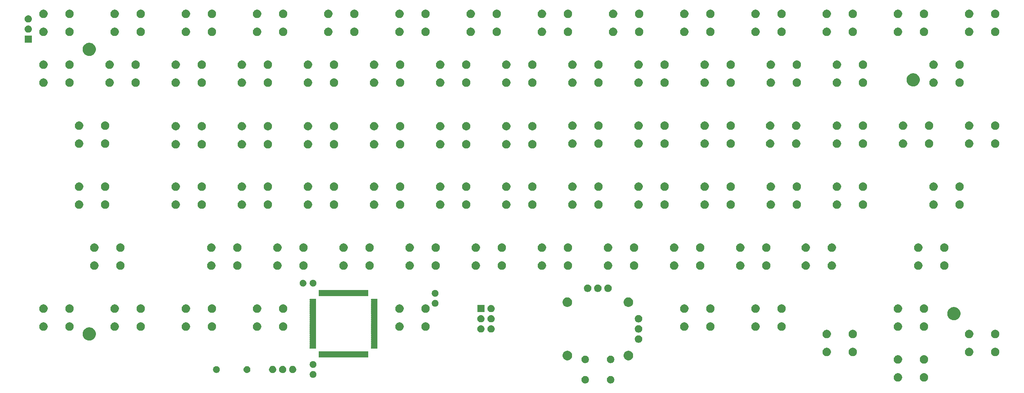
<source format=gbr>
G04 #@! TF.GenerationSoftware,KiCad,Pcbnew,(5.0.2)-1*
G04 #@! TF.CreationDate,2019-01-21T23:15:36+01:00*
G04 #@! TF.ProjectId,schematic,73636865-6d61-4746-9963-2e6b69636164,rev?*
G04 #@! TF.SameCoordinates,Original*
G04 #@! TF.FileFunction,Soldermask,Top*
G04 #@! TF.FilePolarity,Negative*
%FSLAX46Y46*%
G04 Gerber Fmt 4.6, Leading zero omitted, Abs format (unit mm)*
G04 Created by KiCad (PCBNEW (5.0.2)-1) date 21.01.2019 23:15:36*
%MOMM*%
%LPD*%
G01*
G04 APERTURE LIST*
%ADD10C,0.100000*%
G04 APERTURE END LIST*
D10*
G36*
X173629188Y-129906123D02*
X173800257Y-129976983D01*
X173954216Y-130079855D01*
X174085145Y-130210784D01*
X174188017Y-130364743D01*
X174258877Y-130535812D01*
X174295000Y-130717417D01*
X174295000Y-130902583D01*
X174258877Y-131084188D01*
X174188017Y-131255257D01*
X174085145Y-131409216D01*
X173954216Y-131540145D01*
X173800257Y-131643017D01*
X173629188Y-131713877D01*
X173447583Y-131750000D01*
X173262417Y-131750000D01*
X173080812Y-131713877D01*
X172909743Y-131643017D01*
X172755784Y-131540145D01*
X172624855Y-131409216D01*
X172521983Y-131255257D01*
X172451123Y-131084188D01*
X172415000Y-130902583D01*
X172415000Y-130717417D01*
X172451123Y-130535812D01*
X172521983Y-130364743D01*
X172624855Y-130210784D01*
X172755784Y-130079855D01*
X172909743Y-129976983D01*
X173080812Y-129906123D01*
X173262417Y-129870000D01*
X173447583Y-129870000D01*
X173629188Y-129906123D01*
X173629188Y-129906123D01*
G37*
G36*
X167279188Y-129906123D02*
X167450257Y-129976983D01*
X167604216Y-130079855D01*
X167735145Y-130210784D01*
X167838017Y-130364743D01*
X167908877Y-130535812D01*
X167945000Y-130717417D01*
X167945000Y-130902583D01*
X167908877Y-131084188D01*
X167838017Y-131255257D01*
X167735145Y-131409216D01*
X167604216Y-131540145D01*
X167450257Y-131643017D01*
X167279188Y-131713877D01*
X167097583Y-131750000D01*
X166912417Y-131750000D01*
X166730812Y-131713877D01*
X166559743Y-131643017D01*
X166405784Y-131540145D01*
X166274855Y-131409216D01*
X166171983Y-131255257D01*
X166101123Y-131084188D01*
X166065000Y-130902583D01*
X166065000Y-130717417D01*
X166101123Y-130535812D01*
X166171983Y-130364743D01*
X166274855Y-130210784D01*
X166405784Y-130079855D01*
X166559743Y-129976983D01*
X166730812Y-129906123D01*
X166912417Y-129870000D01*
X167097583Y-129870000D01*
X167279188Y-129906123D01*
X167279188Y-129906123D01*
G37*
G36*
X251916565Y-129219389D02*
X252107834Y-129298615D01*
X252279976Y-129413637D01*
X252426363Y-129560024D01*
X252541385Y-129732166D01*
X252620611Y-129923435D01*
X252661000Y-130126484D01*
X252661000Y-130333516D01*
X252620611Y-130536565D01*
X252541385Y-130727834D01*
X252426363Y-130899976D01*
X252279976Y-131046363D01*
X252107834Y-131161385D01*
X251916565Y-131240611D01*
X251713516Y-131281000D01*
X251506484Y-131281000D01*
X251303435Y-131240611D01*
X251112166Y-131161385D01*
X250940024Y-131046363D01*
X250793637Y-130899976D01*
X250678615Y-130727834D01*
X250599389Y-130536565D01*
X250559000Y-130333516D01*
X250559000Y-130126484D01*
X250599389Y-129923435D01*
X250678615Y-129732166D01*
X250793637Y-129560024D01*
X250940024Y-129413637D01*
X251112166Y-129298615D01*
X251303435Y-129219389D01*
X251506484Y-129179000D01*
X251713516Y-129179000D01*
X251916565Y-129219389D01*
X251916565Y-129219389D01*
G37*
G36*
X245416565Y-129219389D02*
X245607834Y-129298615D01*
X245779976Y-129413637D01*
X245926363Y-129560024D01*
X246041385Y-129732166D01*
X246120611Y-129923435D01*
X246161000Y-130126484D01*
X246161000Y-130333516D01*
X246120611Y-130536565D01*
X246041385Y-130727834D01*
X245926363Y-130899976D01*
X245779976Y-131046363D01*
X245607834Y-131161385D01*
X245416565Y-131240611D01*
X245213516Y-131281000D01*
X245006484Y-131281000D01*
X244803435Y-131240611D01*
X244612166Y-131161385D01*
X244440024Y-131046363D01*
X244293637Y-130899976D01*
X244178615Y-130727834D01*
X244099389Y-130536565D01*
X244059000Y-130333516D01*
X244059000Y-130126484D01*
X244099389Y-129923435D01*
X244178615Y-129732166D01*
X244293637Y-129560024D01*
X244440024Y-129413637D01*
X244612166Y-129298615D01*
X244803435Y-129219389D01*
X245006484Y-129179000D01*
X245213516Y-129179000D01*
X245416565Y-129219389D01*
X245416565Y-129219389D01*
G37*
G36*
X99308228Y-128681703D02*
X99463100Y-128745853D01*
X99602481Y-128838985D01*
X99721015Y-128957519D01*
X99814147Y-129096900D01*
X99878297Y-129251772D01*
X99911000Y-129416184D01*
X99911000Y-129583816D01*
X99878297Y-129748228D01*
X99814147Y-129903100D01*
X99721015Y-130042481D01*
X99602481Y-130161015D01*
X99463100Y-130254147D01*
X99308228Y-130318297D01*
X99143816Y-130351000D01*
X98976184Y-130351000D01*
X98811772Y-130318297D01*
X98656900Y-130254147D01*
X98517519Y-130161015D01*
X98398985Y-130042481D01*
X98305853Y-129903100D01*
X98241703Y-129748228D01*
X98209000Y-129583816D01*
X98209000Y-129416184D01*
X98241703Y-129251772D01*
X98305853Y-129096900D01*
X98398985Y-128957519D01*
X98517519Y-128838985D01*
X98656900Y-128745853D01*
X98811772Y-128681703D01*
X98976184Y-128649000D01*
X99143816Y-128649000D01*
X99308228Y-128681703D01*
X99308228Y-128681703D01*
G37*
G36*
X94242812Y-127403624D02*
X94406784Y-127471544D01*
X94554354Y-127570147D01*
X94679853Y-127695646D01*
X94778456Y-127843216D01*
X94846376Y-128007188D01*
X94881000Y-128181259D01*
X94881000Y-128358741D01*
X94846376Y-128532812D01*
X94778456Y-128696784D01*
X94679853Y-128844354D01*
X94554354Y-128969853D01*
X94406784Y-129068456D01*
X94242812Y-129136376D01*
X94068741Y-129171000D01*
X93891259Y-129171000D01*
X93717188Y-129136376D01*
X93553216Y-129068456D01*
X93405646Y-128969853D01*
X93280147Y-128844354D01*
X93181544Y-128696784D01*
X93113624Y-128532812D01*
X93079000Y-128358741D01*
X93079000Y-128181259D01*
X93113624Y-128007188D01*
X93181544Y-127843216D01*
X93280147Y-127695646D01*
X93405646Y-127570147D01*
X93553216Y-127471544D01*
X93717188Y-127403624D01*
X93891259Y-127369000D01*
X94068741Y-127369000D01*
X94242812Y-127403624D01*
X94242812Y-127403624D01*
G37*
G36*
X91742812Y-127403624D02*
X91906784Y-127471544D01*
X92054354Y-127570147D01*
X92179853Y-127695646D01*
X92278456Y-127843216D01*
X92346376Y-128007188D01*
X92381000Y-128181259D01*
X92381000Y-128358741D01*
X92346376Y-128532812D01*
X92278456Y-128696784D01*
X92179853Y-128844354D01*
X92054354Y-128969853D01*
X91906784Y-129068456D01*
X91742812Y-129136376D01*
X91568741Y-129171000D01*
X91391259Y-129171000D01*
X91217188Y-129136376D01*
X91053216Y-129068456D01*
X90905646Y-128969853D01*
X90780147Y-128844354D01*
X90681544Y-128696784D01*
X90613624Y-128532812D01*
X90579000Y-128358741D01*
X90579000Y-128181259D01*
X90613624Y-128007188D01*
X90681544Y-127843216D01*
X90780147Y-127695646D01*
X90905646Y-127570147D01*
X91053216Y-127471544D01*
X91217188Y-127403624D01*
X91391259Y-127369000D01*
X91568741Y-127369000D01*
X91742812Y-127403624D01*
X91742812Y-127403624D01*
G37*
G36*
X89242812Y-127403624D02*
X89406784Y-127471544D01*
X89554354Y-127570147D01*
X89679853Y-127695646D01*
X89778456Y-127843216D01*
X89846376Y-128007188D01*
X89881000Y-128181259D01*
X89881000Y-128358741D01*
X89846376Y-128532812D01*
X89778456Y-128696784D01*
X89679853Y-128844354D01*
X89554354Y-128969853D01*
X89406784Y-129068456D01*
X89242812Y-129136376D01*
X89068741Y-129171000D01*
X88891259Y-129171000D01*
X88717188Y-129136376D01*
X88553216Y-129068456D01*
X88405646Y-128969853D01*
X88280147Y-128844354D01*
X88181544Y-128696784D01*
X88113624Y-128532812D01*
X88079000Y-128358741D01*
X88079000Y-128181259D01*
X88113624Y-128007188D01*
X88181544Y-127843216D01*
X88280147Y-127695646D01*
X88405646Y-127570147D01*
X88553216Y-127471544D01*
X88717188Y-127403624D01*
X88891259Y-127369000D01*
X89068741Y-127369000D01*
X89242812Y-127403624D01*
X89242812Y-127403624D01*
G37*
G36*
X75178228Y-127451703D02*
X75333100Y-127515853D01*
X75472481Y-127608985D01*
X75591015Y-127727519D01*
X75684147Y-127866900D01*
X75748297Y-128021772D01*
X75781000Y-128186184D01*
X75781000Y-128353816D01*
X75748297Y-128518228D01*
X75684147Y-128673100D01*
X75591015Y-128812481D01*
X75472481Y-128931015D01*
X75333100Y-129024147D01*
X75178228Y-129088297D01*
X75013816Y-129121000D01*
X74846184Y-129121000D01*
X74681772Y-129088297D01*
X74526900Y-129024147D01*
X74387519Y-128931015D01*
X74268985Y-128812481D01*
X74175853Y-128673100D01*
X74111703Y-128518228D01*
X74079000Y-128353816D01*
X74079000Y-128186184D01*
X74111703Y-128021772D01*
X74175853Y-127866900D01*
X74268985Y-127727519D01*
X74387519Y-127608985D01*
X74526900Y-127515853D01*
X74681772Y-127451703D01*
X74846184Y-127419000D01*
X75013816Y-127419000D01*
X75178228Y-127451703D01*
X75178228Y-127451703D01*
G37*
G36*
X82716821Y-127431313D02*
X82716824Y-127431314D01*
X82716825Y-127431314D01*
X82877239Y-127479975D01*
X82877241Y-127479976D01*
X82877244Y-127479977D01*
X83025078Y-127558995D01*
X83154659Y-127665341D01*
X83261005Y-127794922D01*
X83340023Y-127942756D01*
X83340024Y-127942759D01*
X83340025Y-127942761D01*
X83388686Y-128103175D01*
X83388687Y-128103179D01*
X83405117Y-128270000D01*
X83388687Y-128436821D01*
X83388686Y-128436824D01*
X83388686Y-128436825D01*
X83359569Y-128532812D01*
X83340023Y-128597244D01*
X83261005Y-128745078D01*
X83154659Y-128874659D01*
X83025078Y-128981005D01*
X82877244Y-129060023D01*
X82877241Y-129060024D01*
X82877239Y-129060025D01*
X82716825Y-129108686D01*
X82716824Y-129108686D01*
X82716821Y-129108687D01*
X82591804Y-129121000D01*
X82508196Y-129121000D01*
X82383179Y-129108687D01*
X82383176Y-129108686D01*
X82383175Y-129108686D01*
X82222761Y-129060025D01*
X82222759Y-129060024D01*
X82222756Y-129060023D01*
X82074922Y-128981005D01*
X81945341Y-128874659D01*
X81838995Y-128745078D01*
X81759977Y-128597244D01*
X81740432Y-128532812D01*
X81711314Y-128436825D01*
X81711314Y-128436824D01*
X81711313Y-128436821D01*
X81694883Y-128270000D01*
X81711313Y-128103179D01*
X81711314Y-128103175D01*
X81759975Y-127942761D01*
X81759976Y-127942759D01*
X81759977Y-127942756D01*
X81838995Y-127794922D01*
X81945341Y-127665341D01*
X82074922Y-127558995D01*
X82222756Y-127479977D01*
X82222759Y-127479976D01*
X82222761Y-127479975D01*
X82383175Y-127431314D01*
X82383176Y-127431314D01*
X82383179Y-127431313D01*
X82508196Y-127419000D01*
X82591804Y-127419000D01*
X82716821Y-127431313D01*
X82716821Y-127431313D01*
G37*
G36*
X99308228Y-126181703D02*
X99463100Y-126245853D01*
X99602481Y-126338985D01*
X99721015Y-126457519D01*
X99814147Y-126596900D01*
X99878297Y-126751772D01*
X99911000Y-126916184D01*
X99911000Y-127083816D01*
X99878297Y-127248228D01*
X99814147Y-127403100D01*
X99721015Y-127542481D01*
X99602481Y-127661015D01*
X99463100Y-127754147D01*
X99308228Y-127818297D01*
X99143816Y-127851000D01*
X98976184Y-127851000D01*
X98811772Y-127818297D01*
X98656900Y-127754147D01*
X98517519Y-127661015D01*
X98398985Y-127542481D01*
X98305853Y-127403100D01*
X98241703Y-127248228D01*
X98209000Y-127083816D01*
X98209000Y-126916184D01*
X98241703Y-126751772D01*
X98305853Y-126596900D01*
X98398985Y-126457519D01*
X98517519Y-126338985D01*
X98656900Y-126245853D01*
X98811772Y-126181703D01*
X98976184Y-126149000D01*
X99143816Y-126149000D01*
X99308228Y-126181703D01*
X99308228Y-126181703D01*
G37*
G36*
X251916565Y-124719389D02*
X252107834Y-124798615D01*
X252279976Y-124913637D01*
X252426363Y-125060024D01*
X252541385Y-125232166D01*
X252620611Y-125423435D01*
X252661000Y-125626484D01*
X252661000Y-125833516D01*
X252620611Y-126036565D01*
X252541385Y-126227834D01*
X252426363Y-126399976D01*
X252279976Y-126546363D01*
X252107834Y-126661385D01*
X251916565Y-126740611D01*
X251713516Y-126781000D01*
X251506484Y-126781000D01*
X251303435Y-126740611D01*
X251112166Y-126661385D01*
X250940024Y-126546363D01*
X250793637Y-126399976D01*
X250678615Y-126227834D01*
X250599389Y-126036565D01*
X250559000Y-125833516D01*
X250559000Y-125626484D01*
X250599389Y-125423435D01*
X250678615Y-125232166D01*
X250793637Y-125060024D01*
X250940024Y-124913637D01*
X251112166Y-124798615D01*
X251303435Y-124719389D01*
X251506484Y-124679000D01*
X251713516Y-124679000D01*
X251916565Y-124719389D01*
X251916565Y-124719389D01*
G37*
G36*
X245416565Y-124719389D02*
X245607834Y-124798615D01*
X245779976Y-124913637D01*
X245926363Y-125060024D01*
X246041385Y-125232166D01*
X246120611Y-125423435D01*
X246161000Y-125626484D01*
X246161000Y-125833516D01*
X246120611Y-126036565D01*
X246041385Y-126227834D01*
X245926363Y-126399976D01*
X245779976Y-126546363D01*
X245607834Y-126661385D01*
X245416565Y-126740611D01*
X245213516Y-126781000D01*
X245006484Y-126781000D01*
X244803435Y-126740611D01*
X244612166Y-126661385D01*
X244440024Y-126546363D01*
X244293637Y-126399976D01*
X244178615Y-126227834D01*
X244099389Y-126036565D01*
X244059000Y-125833516D01*
X244059000Y-125626484D01*
X244099389Y-125423435D01*
X244178615Y-125232166D01*
X244293637Y-125060024D01*
X244440024Y-124913637D01*
X244612166Y-124798615D01*
X244803435Y-124719389D01*
X245006484Y-124679000D01*
X245213516Y-124679000D01*
X245416565Y-124719389D01*
X245416565Y-124719389D01*
G37*
G36*
X167279188Y-124826123D02*
X167450257Y-124896983D01*
X167604216Y-124999855D01*
X167735145Y-125130784D01*
X167838017Y-125284743D01*
X167908877Y-125455812D01*
X167945000Y-125637417D01*
X167945000Y-125822583D01*
X167908877Y-126004188D01*
X167838017Y-126175257D01*
X167735145Y-126329216D01*
X167604216Y-126460145D01*
X167450257Y-126563017D01*
X167279188Y-126633877D01*
X167097583Y-126670000D01*
X166912417Y-126670000D01*
X166730812Y-126633877D01*
X166559743Y-126563017D01*
X166405784Y-126460145D01*
X166274855Y-126329216D01*
X166171983Y-126175257D01*
X166101123Y-126004188D01*
X166065000Y-125822583D01*
X166065000Y-125637417D01*
X166101123Y-125455812D01*
X166171983Y-125284743D01*
X166274855Y-125130784D01*
X166405784Y-124999855D01*
X166559743Y-124896983D01*
X166730812Y-124826123D01*
X166912417Y-124790000D01*
X167097583Y-124790000D01*
X167279188Y-124826123D01*
X167279188Y-124826123D01*
G37*
G36*
X173629188Y-124826123D02*
X173800257Y-124896983D01*
X173954216Y-124999855D01*
X174085145Y-125130784D01*
X174188017Y-125284743D01*
X174258877Y-125455812D01*
X174295000Y-125637417D01*
X174295000Y-125822583D01*
X174258877Y-126004188D01*
X174188017Y-126175257D01*
X174085145Y-126329216D01*
X173954216Y-126460145D01*
X173800257Y-126563017D01*
X173629188Y-126633877D01*
X173447583Y-126670000D01*
X173262417Y-126670000D01*
X173080812Y-126633877D01*
X172909743Y-126563017D01*
X172755784Y-126460145D01*
X172624855Y-126329216D01*
X172521983Y-126175257D01*
X172451123Y-126004188D01*
X172415000Y-125822583D01*
X172415000Y-125637417D01*
X172451123Y-125455812D01*
X172521983Y-125284743D01*
X172624855Y-125130784D01*
X172755784Y-124999855D01*
X172909743Y-124896983D01*
X173080812Y-124826123D01*
X173262417Y-124790000D01*
X173447583Y-124790000D01*
X173629188Y-124826123D01*
X173629188Y-124826123D01*
G37*
G36*
X178148277Y-123629385D02*
X178365572Y-123719391D01*
X178561131Y-123850060D01*
X178727440Y-124016369D01*
X178858109Y-124211928D01*
X178948115Y-124429223D01*
X178994000Y-124659901D01*
X178994000Y-124895099D01*
X178948115Y-125125777D01*
X178858109Y-125343072D01*
X178727440Y-125538631D01*
X178561131Y-125704940D01*
X178365572Y-125835609D01*
X178148277Y-125925615D01*
X177917599Y-125971500D01*
X177682401Y-125971500D01*
X177451723Y-125925615D01*
X177234428Y-125835609D01*
X177038869Y-125704940D01*
X176872560Y-125538631D01*
X176741891Y-125343072D01*
X176651885Y-125125777D01*
X176606000Y-124895099D01*
X176606000Y-124659901D01*
X176651885Y-124429223D01*
X176741891Y-124211928D01*
X176872560Y-124016369D01*
X177038869Y-123850060D01*
X177234428Y-123719391D01*
X177451723Y-123629385D01*
X177682401Y-123583500D01*
X177917599Y-123583500D01*
X178148277Y-123629385D01*
X178148277Y-123629385D01*
G37*
G36*
X162908277Y-123629385D02*
X163125572Y-123719391D01*
X163321131Y-123850060D01*
X163487440Y-124016369D01*
X163618109Y-124211928D01*
X163708115Y-124429223D01*
X163754000Y-124659901D01*
X163754000Y-124895099D01*
X163708115Y-125125777D01*
X163618109Y-125343072D01*
X163487440Y-125538631D01*
X163321131Y-125704940D01*
X163125572Y-125835609D01*
X162908277Y-125925615D01*
X162677599Y-125971500D01*
X162442401Y-125971500D01*
X162211723Y-125925615D01*
X161994428Y-125835609D01*
X161798869Y-125704940D01*
X161632560Y-125538631D01*
X161501891Y-125343072D01*
X161411885Y-125125777D01*
X161366000Y-124895099D01*
X161366000Y-124659901D01*
X161411885Y-124429223D01*
X161501891Y-124211928D01*
X161632560Y-124016369D01*
X161798869Y-123850060D01*
X161994428Y-123719391D01*
X162211723Y-123629385D01*
X162442401Y-123583500D01*
X162677599Y-123583500D01*
X162908277Y-123629385D01*
X162908277Y-123629385D01*
G37*
G36*
X100850293Y-123715323D02*
X100857311Y-123717452D01*
X100871080Y-123724811D01*
X100893719Y-123734187D01*
X100917753Y-123738967D01*
X100942257Y-123738966D01*
X100966290Y-123734184D01*
X100988920Y-123724811D01*
X101002689Y-123717452D01*
X101009707Y-123715323D01*
X101023140Y-123714000D01*
X101336860Y-123714000D01*
X101350293Y-123715323D01*
X101357311Y-123717452D01*
X101371080Y-123724811D01*
X101393719Y-123734187D01*
X101417753Y-123738967D01*
X101442257Y-123738966D01*
X101466290Y-123734184D01*
X101488920Y-123724811D01*
X101502689Y-123717452D01*
X101509707Y-123715323D01*
X101523140Y-123714000D01*
X101836860Y-123714000D01*
X101850293Y-123715323D01*
X101857311Y-123717452D01*
X101871080Y-123724811D01*
X101893719Y-123734187D01*
X101917753Y-123738967D01*
X101942257Y-123738966D01*
X101966290Y-123734184D01*
X101988920Y-123724811D01*
X102002689Y-123717452D01*
X102009707Y-123715323D01*
X102023140Y-123714000D01*
X102336860Y-123714000D01*
X102350293Y-123715323D01*
X102357311Y-123717452D01*
X102371080Y-123724811D01*
X102393719Y-123734187D01*
X102417753Y-123738967D01*
X102442257Y-123738966D01*
X102466290Y-123734184D01*
X102488920Y-123724811D01*
X102502689Y-123717452D01*
X102509707Y-123715323D01*
X102523140Y-123714000D01*
X102836860Y-123714000D01*
X102850293Y-123715323D01*
X102857311Y-123717452D01*
X102871080Y-123724811D01*
X102893719Y-123734187D01*
X102917753Y-123738967D01*
X102942257Y-123738966D01*
X102966290Y-123734184D01*
X102988920Y-123724811D01*
X103002689Y-123717452D01*
X103009707Y-123715323D01*
X103023140Y-123714000D01*
X103336860Y-123714000D01*
X103350293Y-123715323D01*
X103357311Y-123717452D01*
X103371080Y-123724811D01*
X103393719Y-123734187D01*
X103417753Y-123738967D01*
X103442257Y-123738966D01*
X103466290Y-123734184D01*
X103488920Y-123724811D01*
X103502689Y-123717452D01*
X103509707Y-123715323D01*
X103523140Y-123714000D01*
X103836860Y-123714000D01*
X103850293Y-123715323D01*
X103857311Y-123717452D01*
X103871080Y-123724811D01*
X103893719Y-123734187D01*
X103917753Y-123738967D01*
X103942257Y-123738966D01*
X103966290Y-123734184D01*
X103988920Y-123724811D01*
X104002689Y-123717452D01*
X104009707Y-123715323D01*
X104023140Y-123714000D01*
X104336860Y-123714000D01*
X104350293Y-123715323D01*
X104357311Y-123717452D01*
X104371080Y-123724811D01*
X104393719Y-123734187D01*
X104417753Y-123738967D01*
X104442257Y-123738966D01*
X104466290Y-123734184D01*
X104488920Y-123724811D01*
X104502689Y-123717452D01*
X104509707Y-123715323D01*
X104523140Y-123714000D01*
X104836860Y-123714000D01*
X104850293Y-123715323D01*
X104857311Y-123717452D01*
X104871080Y-123724811D01*
X104893719Y-123734187D01*
X104917753Y-123738967D01*
X104942257Y-123738966D01*
X104966290Y-123734184D01*
X104988920Y-123724811D01*
X105002689Y-123717452D01*
X105009707Y-123715323D01*
X105023140Y-123714000D01*
X105336860Y-123714000D01*
X105350293Y-123715323D01*
X105357311Y-123717452D01*
X105371080Y-123724811D01*
X105393719Y-123734187D01*
X105417753Y-123738967D01*
X105442257Y-123738966D01*
X105466290Y-123734184D01*
X105488920Y-123724811D01*
X105502689Y-123717452D01*
X105509707Y-123715323D01*
X105523140Y-123714000D01*
X105836860Y-123714000D01*
X105850293Y-123715323D01*
X105857311Y-123717452D01*
X105871080Y-123724811D01*
X105893719Y-123734187D01*
X105917753Y-123738967D01*
X105942257Y-123738966D01*
X105966290Y-123734184D01*
X105988920Y-123724811D01*
X106002689Y-123717452D01*
X106009707Y-123715323D01*
X106023140Y-123714000D01*
X106336860Y-123714000D01*
X106350293Y-123715323D01*
X106357311Y-123717452D01*
X106371080Y-123724811D01*
X106393719Y-123734187D01*
X106417753Y-123738967D01*
X106442257Y-123738966D01*
X106466290Y-123734184D01*
X106488920Y-123724811D01*
X106502689Y-123717452D01*
X106509707Y-123715323D01*
X106523140Y-123714000D01*
X106836860Y-123714000D01*
X106850293Y-123715323D01*
X106857311Y-123717452D01*
X106871080Y-123724811D01*
X106893719Y-123734187D01*
X106917753Y-123738967D01*
X106942257Y-123738966D01*
X106966290Y-123734184D01*
X106988920Y-123724811D01*
X107002689Y-123717452D01*
X107009707Y-123715323D01*
X107023140Y-123714000D01*
X107336860Y-123714000D01*
X107350293Y-123715323D01*
X107357311Y-123717452D01*
X107371080Y-123724811D01*
X107393719Y-123734187D01*
X107417753Y-123738967D01*
X107442257Y-123738966D01*
X107466290Y-123734184D01*
X107488920Y-123724811D01*
X107502689Y-123717452D01*
X107509707Y-123715323D01*
X107523140Y-123714000D01*
X107836860Y-123714000D01*
X107850293Y-123715323D01*
X107857311Y-123717452D01*
X107871080Y-123724811D01*
X107893719Y-123734187D01*
X107917753Y-123738967D01*
X107942257Y-123738966D01*
X107966290Y-123734184D01*
X107988920Y-123724811D01*
X108002689Y-123717452D01*
X108009707Y-123715323D01*
X108023140Y-123714000D01*
X108336860Y-123714000D01*
X108350293Y-123715323D01*
X108357311Y-123717452D01*
X108371080Y-123724811D01*
X108393719Y-123734187D01*
X108417753Y-123738967D01*
X108442257Y-123738966D01*
X108466290Y-123734184D01*
X108488920Y-123724811D01*
X108502689Y-123717452D01*
X108509707Y-123715323D01*
X108523140Y-123714000D01*
X108836860Y-123714000D01*
X108850293Y-123715323D01*
X108857311Y-123717452D01*
X108871080Y-123724811D01*
X108893719Y-123734187D01*
X108917753Y-123738967D01*
X108942257Y-123738966D01*
X108966290Y-123734184D01*
X108988920Y-123724811D01*
X109002689Y-123717452D01*
X109009707Y-123715323D01*
X109023140Y-123714000D01*
X109336860Y-123714000D01*
X109350293Y-123715323D01*
X109357311Y-123717452D01*
X109371080Y-123724811D01*
X109393719Y-123734187D01*
X109417753Y-123738967D01*
X109442257Y-123738966D01*
X109466290Y-123734184D01*
X109488920Y-123724811D01*
X109502689Y-123717452D01*
X109509707Y-123715323D01*
X109523140Y-123714000D01*
X109836860Y-123714000D01*
X109850293Y-123715323D01*
X109857311Y-123717452D01*
X109871080Y-123724811D01*
X109893719Y-123734187D01*
X109917753Y-123738967D01*
X109942257Y-123738966D01*
X109966290Y-123734184D01*
X109988920Y-123724811D01*
X110002689Y-123717452D01*
X110009707Y-123715323D01*
X110023140Y-123714000D01*
X110336860Y-123714000D01*
X110350293Y-123715323D01*
X110357311Y-123717452D01*
X110371080Y-123724811D01*
X110393719Y-123734187D01*
X110417753Y-123738967D01*
X110442257Y-123738966D01*
X110466290Y-123734184D01*
X110488920Y-123724811D01*
X110502689Y-123717452D01*
X110509707Y-123715323D01*
X110523140Y-123714000D01*
X110836860Y-123714000D01*
X110850293Y-123715323D01*
X110857311Y-123717452D01*
X110871080Y-123724811D01*
X110893719Y-123734187D01*
X110917753Y-123738967D01*
X110942257Y-123738966D01*
X110966290Y-123734184D01*
X110988920Y-123724811D01*
X111002689Y-123717452D01*
X111009707Y-123715323D01*
X111023140Y-123714000D01*
X111336860Y-123714000D01*
X111350293Y-123715323D01*
X111357311Y-123717452D01*
X111371080Y-123724811D01*
X111393719Y-123734187D01*
X111417753Y-123738967D01*
X111442257Y-123738966D01*
X111466290Y-123734184D01*
X111488920Y-123724811D01*
X111502689Y-123717452D01*
X111509707Y-123715323D01*
X111523140Y-123714000D01*
X111836860Y-123714000D01*
X111850293Y-123715323D01*
X111857311Y-123717452D01*
X111871080Y-123724811D01*
X111893719Y-123734187D01*
X111917753Y-123738967D01*
X111942257Y-123738966D01*
X111966290Y-123734184D01*
X111988920Y-123724811D01*
X112002689Y-123717452D01*
X112009707Y-123715323D01*
X112023140Y-123714000D01*
X112336860Y-123714000D01*
X112350293Y-123715323D01*
X112357311Y-123717452D01*
X112371080Y-123724811D01*
X112393719Y-123734187D01*
X112417753Y-123738967D01*
X112442257Y-123738966D01*
X112466290Y-123734184D01*
X112488920Y-123724811D01*
X112502689Y-123717452D01*
X112509707Y-123715323D01*
X112523140Y-123714000D01*
X112836860Y-123714000D01*
X112850293Y-123715323D01*
X112857312Y-123717452D01*
X112863775Y-123720907D01*
X112869442Y-123725558D01*
X112874093Y-123731225D01*
X112877548Y-123737688D01*
X112879677Y-123744707D01*
X112881000Y-123758140D01*
X112881000Y-125246860D01*
X112879677Y-125260293D01*
X112877548Y-125267312D01*
X112874093Y-125273775D01*
X112869442Y-125279442D01*
X112863775Y-125284093D01*
X112857312Y-125287548D01*
X112850293Y-125289677D01*
X112836860Y-125291000D01*
X112523140Y-125291000D01*
X112509707Y-125289677D01*
X112502689Y-125287548D01*
X112488920Y-125280189D01*
X112466281Y-125270813D01*
X112442247Y-125266033D01*
X112417743Y-125266034D01*
X112393710Y-125270816D01*
X112371080Y-125280189D01*
X112357311Y-125287548D01*
X112350293Y-125289677D01*
X112336860Y-125291000D01*
X112023140Y-125291000D01*
X112009707Y-125289677D01*
X112002689Y-125287548D01*
X111988920Y-125280189D01*
X111966281Y-125270813D01*
X111942247Y-125266033D01*
X111917743Y-125266034D01*
X111893710Y-125270816D01*
X111871080Y-125280189D01*
X111857311Y-125287548D01*
X111850293Y-125289677D01*
X111836860Y-125291000D01*
X111523140Y-125291000D01*
X111509707Y-125289677D01*
X111502689Y-125287548D01*
X111488920Y-125280189D01*
X111466281Y-125270813D01*
X111442247Y-125266033D01*
X111417743Y-125266034D01*
X111393710Y-125270816D01*
X111371080Y-125280189D01*
X111357311Y-125287548D01*
X111350293Y-125289677D01*
X111336860Y-125291000D01*
X111023140Y-125291000D01*
X111009707Y-125289677D01*
X111002689Y-125287548D01*
X110988920Y-125280189D01*
X110966281Y-125270813D01*
X110942247Y-125266033D01*
X110917743Y-125266034D01*
X110893710Y-125270816D01*
X110871080Y-125280189D01*
X110857311Y-125287548D01*
X110850293Y-125289677D01*
X110836860Y-125291000D01*
X110523140Y-125291000D01*
X110509707Y-125289677D01*
X110502689Y-125287548D01*
X110488920Y-125280189D01*
X110466281Y-125270813D01*
X110442247Y-125266033D01*
X110417743Y-125266034D01*
X110393710Y-125270816D01*
X110371080Y-125280189D01*
X110357311Y-125287548D01*
X110350293Y-125289677D01*
X110336860Y-125291000D01*
X110023140Y-125291000D01*
X110009707Y-125289677D01*
X110002689Y-125287548D01*
X109988920Y-125280189D01*
X109966281Y-125270813D01*
X109942247Y-125266033D01*
X109917743Y-125266034D01*
X109893710Y-125270816D01*
X109871080Y-125280189D01*
X109857311Y-125287548D01*
X109850293Y-125289677D01*
X109836860Y-125291000D01*
X109523140Y-125291000D01*
X109509707Y-125289677D01*
X109502689Y-125287548D01*
X109488920Y-125280189D01*
X109466281Y-125270813D01*
X109442247Y-125266033D01*
X109417743Y-125266034D01*
X109393710Y-125270816D01*
X109371080Y-125280189D01*
X109357311Y-125287548D01*
X109350293Y-125289677D01*
X109336860Y-125291000D01*
X109023140Y-125291000D01*
X109009707Y-125289677D01*
X109002689Y-125287548D01*
X108988920Y-125280189D01*
X108966281Y-125270813D01*
X108942247Y-125266033D01*
X108917743Y-125266034D01*
X108893710Y-125270816D01*
X108871080Y-125280189D01*
X108857311Y-125287548D01*
X108850293Y-125289677D01*
X108836860Y-125291000D01*
X108523140Y-125291000D01*
X108509707Y-125289677D01*
X108502689Y-125287548D01*
X108488920Y-125280189D01*
X108466281Y-125270813D01*
X108442247Y-125266033D01*
X108417743Y-125266034D01*
X108393710Y-125270816D01*
X108371080Y-125280189D01*
X108357311Y-125287548D01*
X108350293Y-125289677D01*
X108336860Y-125291000D01*
X108023140Y-125291000D01*
X108009707Y-125289677D01*
X108002689Y-125287548D01*
X107988920Y-125280189D01*
X107966281Y-125270813D01*
X107942247Y-125266033D01*
X107917743Y-125266034D01*
X107893710Y-125270816D01*
X107871080Y-125280189D01*
X107857311Y-125287548D01*
X107850293Y-125289677D01*
X107836860Y-125291000D01*
X107523140Y-125291000D01*
X107509707Y-125289677D01*
X107502689Y-125287548D01*
X107488920Y-125280189D01*
X107466281Y-125270813D01*
X107442247Y-125266033D01*
X107417743Y-125266034D01*
X107393710Y-125270816D01*
X107371080Y-125280189D01*
X107357311Y-125287548D01*
X107350293Y-125289677D01*
X107336860Y-125291000D01*
X107023140Y-125291000D01*
X107009707Y-125289677D01*
X107002689Y-125287548D01*
X106988920Y-125280189D01*
X106966281Y-125270813D01*
X106942247Y-125266033D01*
X106917743Y-125266034D01*
X106893710Y-125270816D01*
X106871080Y-125280189D01*
X106857311Y-125287548D01*
X106850293Y-125289677D01*
X106836860Y-125291000D01*
X106523140Y-125291000D01*
X106509707Y-125289677D01*
X106502689Y-125287548D01*
X106488920Y-125280189D01*
X106466281Y-125270813D01*
X106442247Y-125266033D01*
X106417743Y-125266034D01*
X106393710Y-125270816D01*
X106371080Y-125280189D01*
X106357311Y-125287548D01*
X106350293Y-125289677D01*
X106336860Y-125291000D01*
X106023140Y-125291000D01*
X106009707Y-125289677D01*
X106002689Y-125287548D01*
X105988920Y-125280189D01*
X105966281Y-125270813D01*
X105942247Y-125266033D01*
X105917743Y-125266034D01*
X105893710Y-125270816D01*
X105871080Y-125280189D01*
X105857311Y-125287548D01*
X105850293Y-125289677D01*
X105836860Y-125291000D01*
X105523140Y-125291000D01*
X105509707Y-125289677D01*
X105502689Y-125287548D01*
X105488920Y-125280189D01*
X105466281Y-125270813D01*
X105442247Y-125266033D01*
X105417743Y-125266034D01*
X105393710Y-125270816D01*
X105371080Y-125280189D01*
X105357311Y-125287548D01*
X105350293Y-125289677D01*
X105336860Y-125291000D01*
X105023140Y-125291000D01*
X105009707Y-125289677D01*
X105002689Y-125287548D01*
X104988920Y-125280189D01*
X104966281Y-125270813D01*
X104942247Y-125266033D01*
X104917743Y-125266034D01*
X104893710Y-125270816D01*
X104871080Y-125280189D01*
X104857311Y-125287548D01*
X104850293Y-125289677D01*
X104836860Y-125291000D01*
X104523140Y-125291000D01*
X104509707Y-125289677D01*
X104502689Y-125287548D01*
X104488920Y-125280189D01*
X104466281Y-125270813D01*
X104442247Y-125266033D01*
X104417743Y-125266034D01*
X104393710Y-125270816D01*
X104371080Y-125280189D01*
X104357311Y-125287548D01*
X104350293Y-125289677D01*
X104336860Y-125291000D01*
X104023140Y-125291000D01*
X104009707Y-125289677D01*
X104002689Y-125287548D01*
X103988920Y-125280189D01*
X103966281Y-125270813D01*
X103942247Y-125266033D01*
X103917743Y-125266034D01*
X103893710Y-125270816D01*
X103871080Y-125280189D01*
X103857311Y-125287548D01*
X103850293Y-125289677D01*
X103836860Y-125291000D01*
X103523140Y-125291000D01*
X103509707Y-125289677D01*
X103502689Y-125287548D01*
X103488920Y-125280189D01*
X103466281Y-125270813D01*
X103442247Y-125266033D01*
X103417743Y-125266034D01*
X103393710Y-125270816D01*
X103371080Y-125280189D01*
X103357311Y-125287548D01*
X103350293Y-125289677D01*
X103336860Y-125291000D01*
X103023140Y-125291000D01*
X103009707Y-125289677D01*
X103002689Y-125287548D01*
X102988920Y-125280189D01*
X102966281Y-125270813D01*
X102942247Y-125266033D01*
X102917743Y-125266034D01*
X102893710Y-125270816D01*
X102871080Y-125280189D01*
X102857311Y-125287548D01*
X102850293Y-125289677D01*
X102836860Y-125291000D01*
X102523140Y-125291000D01*
X102509707Y-125289677D01*
X102502689Y-125287548D01*
X102488920Y-125280189D01*
X102466281Y-125270813D01*
X102442247Y-125266033D01*
X102417743Y-125266034D01*
X102393710Y-125270816D01*
X102371080Y-125280189D01*
X102357311Y-125287548D01*
X102350293Y-125289677D01*
X102336860Y-125291000D01*
X102023140Y-125291000D01*
X102009707Y-125289677D01*
X102002689Y-125287548D01*
X101988920Y-125280189D01*
X101966281Y-125270813D01*
X101942247Y-125266033D01*
X101917743Y-125266034D01*
X101893710Y-125270816D01*
X101871080Y-125280189D01*
X101857311Y-125287548D01*
X101850293Y-125289677D01*
X101836860Y-125291000D01*
X101523140Y-125291000D01*
X101509707Y-125289677D01*
X101502689Y-125287548D01*
X101488920Y-125280189D01*
X101466281Y-125270813D01*
X101442247Y-125266033D01*
X101417743Y-125266034D01*
X101393710Y-125270816D01*
X101371080Y-125280189D01*
X101357311Y-125287548D01*
X101350293Y-125289677D01*
X101336860Y-125291000D01*
X101023140Y-125291000D01*
X101009707Y-125289677D01*
X101002689Y-125287548D01*
X100988920Y-125280189D01*
X100966281Y-125270813D01*
X100942247Y-125266033D01*
X100917743Y-125266034D01*
X100893710Y-125270816D01*
X100871080Y-125280189D01*
X100857311Y-125287548D01*
X100850293Y-125289677D01*
X100836860Y-125291000D01*
X100523140Y-125291000D01*
X100509707Y-125289677D01*
X100502688Y-125287548D01*
X100496225Y-125284093D01*
X100490558Y-125279442D01*
X100485907Y-125273775D01*
X100482452Y-125267312D01*
X100480323Y-125260293D01*
X100479000Y-125246860D01*
X100479000Y-123758140D01*
X100480323Y-123744707D01*
X100482452Y-123737688D01*
X100485907Y-123731225D01*
X100490558Y-123725558D01*
X100496225Y-123720907D01*
X100502688Y-123717452D01*
X100509707Y-123715323D01*
X100523140Y-123714000D01*
X100836860Y-123714000D01*
X100850293Y-123715323D01*
X100850293Y-123715323D01*
G37*
G36*
X227636565Y-122869389D02*
X227827834Y-122948615D01*
X227999976Y-123063637D01*
X228146363Y-123210024D01*
X228261385Y-123382166D01*
X228340611Y-123573435D01*
X228381000Y-123776484D01*
X228381000Y-123983516D01*
X228340611Y-124186565D01*
X228261385Y-124377834D01*
X228146363Y-124549976D01*
X227999976Y-124696363D01*
X227827834Y-124811385D01*
X227636565Y-124890611D01*
X227433516Y-124931000D01*
X227226484Y-124931000D01*
X227023435Y-124890611D01*
X226832166Y-124811385D01*
X226660024Y-124696363D01*
X226513637Y-124549976D01*
X226398615Y-124377834D01*
X226319389Y-124186565D01*
X226279000Y-123983516D01*
X226279000Y-123776484D01*
X226319389Y-123573435D01*
X226398615Y-123382166D01*
X226513637Y-123210024D01*
X226660024Y-123063637D01*
X226832166Y-122948615D01*
X227023435Y-122869389D01*
X227226484Y-122829000D01*
X227433516Y-122829000D01*
X227636565Y-122869389D01*
X227636565Y-122869389D01*
G37*
G36*
X269696565Y-122869389D02*
X269887834Y-122948615D01*
X270059976Y-123063637D01*
X270206363Y-123210024D01*
X270321385Y-123382166D01*
X270400611Y-123573435D01*
X270441000Y-123776484D01*
X270441000Y-123983516D01*
X270400611Y-124186565D01*
X270321385Y-124377834D01*
X270206363Y-124549976D01*
X270059976Y-124696363D01*
X269887834Y-124811385D01*
X269696565Y-124890611D01*
X269493516Y-124931000D01*
X269286484Y-124931000D01*
X269083435Y-124890611D01*
X268892166Y-124811385D01*
X268720024Y-124696363D01*
X268573637Y-124549976D01*
X268458615Y-124377834D01*
X268379389Y-124186565D01*
X268339000Y-123983516D01*
X268339000Y-123776484D01*
X268379389Y-123573435D01*
X268458615Y-123382166D01*
X268573637Y-123210024D01*
X268720024Y-123063637D01*
X268892166Y-122948615D01*
X269083435Y-122869389D01*
X269286484Y-122829000D01*
X269493516Y-122829000D01*
X269696565Y-122869389D01*
X269696565Y-122869389D01*
G37*
G36*
X263196565Y-122869389D02*
X263387834Y-122948615D01*
X263559976Y-123063637D01*
X263706363Y-123210024D01*
X263821385Y-123382166D01*
X263900611Y-123573435D01*
X263941000Y-123776484D01*
X263941000Y-123983516D01*
X263900611Y-124186565D01*
X263821385Y-124377834D01*
X263706363Y-124549976D01*
X263559976Y-124696363D01*
X263387834Y-124811385D01*
X263196565Y-124890611D01*
X262993516Y-124931000D01*
X262786484Y-124931000D01*
X262583435Y-124890611D01*
X262392166Y-124811385D01*
X262220024Y-124696363D01*
X262073637Y-124549976D01*
X261958615Y-124377834D01*
X261879389Y-124186565D01*
X261839000Y-123983516D01*
X261839000Y-123776484D01*
X261879389Y-123573435D01*
X261958615Y-123382166D01*
X262073637Y-123210024D01*
X262220024Y-123063637D01*
X262392166Y-122948615D01*
X262583435Y-122869389D01*
X262786484Y-122829000D01*
X262993516Y-122829000D01*
X263196565Y-122869389D01*
X263196565Y-122869389D01*
G37*
G36*
X234136565Y-122869389D02*
X234327834Y-122948615D01*
X234499976Y-123063637D01*
X234646363Y-123210024D01*
X234761385Y-123382166D01*
X234840611Y-123573435D01*
X234881000Y-123776484D01*
X234881000Y-123983516D01*
X234840611Y-124186565D01*
X234761385Y-124377834D01*
X234646363Y-124549976D01*
X234499976Y-124696363D01*
X234327834Y-124811385D01*
X234136565Y-124890611D01*
X233933516Y-124931000D01*
X233726484Y-124931000D01*
X233523435Y-124890611D01*
X233332166Y-124811385D01*
X233160024Y-124696363D01*
X233013637Y-124549976D01*
X232898615Y-124377834D01*
X232819389Y-124186565D01*
X232779000Y-123983516D01*
X232779000Y-123776484D01*
X232819389Y-123573435D01*
X232898615Y-123382166D01*
X233013637Y-123210024D01*
X233160024Y-123063637D01*
X233332166Y-122948615D01*
X233523435Y-122869389D01*
X233726484Y-122829000D01*
X233933516Y-122829000D01*
X234136565Y-122869389D01*
X234136565Y-122869389D01*
G37*
G36*
X115100293Y-110640323D02*
X115107312Y-110642452D01*
X115113775Y-110645907D01*
X115119442Y-110650558D01*
X115124093Y-110656225D01*
X115127548Y-110662688D01*
X115129677Y-110669707D01*
X115131000Y-110683140D01*
X115131000Y-110996860D01*
X115129677Y-111010293D01*
X115127548Y-111017311D01*
X115120189Y-111031080D01*
X115110813Y-111053719D01*
X115106033Y-111077753D01*
X115106034Y-111102257D01*
X115110816Y-111126290D01*
X115120189Y-111148920D01*
X115127548Y-111162689D01*
X115129677Y-111169707D01*
X115131000Y-111183140D01*
X115131000Y-111496860D01*
X115129677Y-111510293D01*
X115127548Y-111517311D01*
X115120189Y-111531080D01*
X115110813Y-111553719D01*
X115106033Y-111577753D01*
X115106034Y-111602257D01*
X115110816Y-111626290D01*
X115120189Y-111648920D01*
X115127548Y-111662689D01*
X115129677Y-111669707D01*
X115131000Y-111683140D01*
X115131000Y-111996860D01*
X115129677Y-112010293D01*
X115127548Y-112017311D01*
X115120189Y-112031080D01*
X115110813Y-112053719D01*
X115106033Y-112077753D01*
X115106034Y-112102257D01*
X115110816Y-112126290D01*
X115120189Y-112148920D01*
X115127548Y-112162689D01*
X115129677Y-112169707D01*
X115131000Y-112183140D01*
X115131000Y-112496860D01*
X115129677Y-112510293D01*
X115127548Y-112517311D01*
X115120189Y-112531080D01*
X115110813Y-112553719D01*
X115106033Y-112577753D01*
X115106034Y-112602257D01*
X115110816Y-112626290D01*
X115120189Y-112648920D01*
X115127548Y-112662689D01*
X115129677Y-112669707D01*
X115131000Y-112683140D01*
X115131000Y-112996860D01*
X115129677Y-113010293D01*
X115127548Y-113017311D01*
X115120189Y-113031080D01*
X115110813Y-113053719D01*
X115106033Y-113077753D01*
X115106034Y-113102257D01*
X115110816Y-113126290D01*
X115120189Y-113148920D01*
X115127548Y-113162689D01*
X115129677Y-113169707D01*
X115131000Y-113183140D01*
X115131000Y-113496860D01*
X115129677Y-113510293D01*
X115127548Y-113517311D01*
X115120189Y-113531080D01*
X115110813Y-113553719D01*
X115106033Y-113577753D01*
X115106034Y-113602257D01*
X115110816Y-113626290D01*
X115120189Y-113648920D01*
X115127548Y-113662689D01*
X115129677Y-113669707D01*
X115131000Y-113683140D01*
X115131000Y-113996860D01*
X115129677Y-114010293D01*
X115127548Y-114017311D01*
X115120189Y-114031080D01*
X115110813Y-114053719D01*
X115106033Y-114077753D01*
X115106034Y-114102257D01*
X115110816Y-114126290D01*
X115120189Y-114148920D01*
X115127548Y-114162689D01*
X115129677Y-114169707D01*
X115131000Y-114183140D01*
X115131000Y-114496860D01*
X115129677Y-114510293D01*
X115127548Y-114517311D01*
X115120189Y-114531080D01*
X115110813Y-114553719D01*
X115106033Y-114577753D01*
X115106034Y-114602257D01*
X115110816Y-114626290D01*
X115120189Y-114648920D01*
X115127548Y-114662689D01*
X115129677Y-114669707D01*
X115131000Y-114683140D01*
X115131000Y-114996860D01*
X115129677Y-115010293D01*
X115127548Y-115017311D01*
X115120189Y-115031080D01*
X115110813Y-115053719D01*
X115106033Y-115077753D01*
X115106034Y-115102257D01*
X115110816Y-115126290D01*
X115120189Y-115148920D01*
X115127548Y-115162689D01*
X115129677Y-115169707D01*
X115131000Y-115183140D01*
X115131000Y-115496860D01*
X115129677Y-115510293D01*
X115127548Y-115517311D01*
X115120189Y-115531080D01*
X115110813Y-115553719D01*
X115106033Y-115577753D01*
X115106034Y-115602257D01*
X115110816Y-115626290D01*
X115120189Y-115648920D01*
X115127548Y-115662689D01*
X115129677Y-115669707D01*
X115131000Y-115683140D01*
X115131000Y-115996860D01*
X115129677Y-116010293D01*
X115127548Y-116017311D01*
X115120189Y-116031080D01*
X115110813Y-116053719D01*
X115106033Y-116077753D01*
X115106034Y-116102257D01*
X115110816Y-116126290D01*
X115120189Y-116148920D01*
X115127548Y-116162689D01*
X115129677Y-116169707D01*
X115131000Y-116183140D01*
X115131000Y-116496860D01*
X115129677Y-116510293D01*
X115127548Y-116517311D01*
X115120189Y-116531080D01*
X115110813Y-116553719D01*
X115106033Y-116577753D01*
X115106034Y-116602257D01*
X115110816Y-116626290D01*
X115120189Y-116648920D01*
X115127548Y-116662689D01*
X115129677Y-116669707D01*
X115131000Y-116683140D01*
X115131000Y-116996860D01*
X115129677Y-117010293D01*
X115127548Y-117017311D01*
X115120189Y-117031080D01*
X115110813Y-117053719D01*
X115106033Y-117077753D01*
X115106034Y-117102257D01*
X115110816Y-117126290D01*
X115120189Y-117148920D01*
X115127548Y-117162689D01*
X115129677Y-117169707D01*
X115131000Y-117183140D01*
X115131000Y-117496860D01*
X115129677Y-117510293D01*
X115127548Y-117517311D01*
X115120189Y-117531080D01*
X115110813Y-117553719D01*
X115106033Y-117577753D01*
X115106034Y-117602257D01*
X115110816Y-117626290D01*
X115120189Y-117648920D01*
X115127548Y-117662689D01*
X115129677Y-117669707D01*
X115131000Y-117683140D01*
X115131000Y-117996860D01*
X115129677Y-118010293D01*
X115127548Y-118017311D01*
X115120189Y-118031080D01*
X115110813Y-118053719D01*
X115106033Y-118077753D01*
X115106034Y-118102257D01*
X115110816Y-118126290D01*
X115120189Y-118148920D01*
X115127548Y-118162689D01*
X115129677Y-118169707D01*
X115131000Y-118183140D01*
X115131000Y-118496860D01*
X115129677Y-118510293D01*
X115127548Y-118517311D01*
X115120189Y-118531080D01*
X115110813Y-118553719D01*
X115106033Y-118577753D01*
X115106034Y-118602257D01*
X115110816Y-118626290D01*
X115120189Y-118648920D01*
X115127548Y-118662689D01*
X115129677Y-118669707D01*
X115131000Y-118683140D01*
X115131000Y-118996860D01*
X115129677Y-119010293D01*
X115127548Y-119017311D01*
X115120189Y-119031080D01*
X115110813Y-119053719D01*
X115106033Y-119077753D01*
X115106034Y-119102257D01*
X115110816Y-119126290D01*
X115120189Y-119148920D01*
X115127548Y-119162689D01*
X115129677Y-119169707D01*
X115131000Y-119183140D01*
X115131000Y-119496860D01*
X115129677Y-119510293D01*
X115127548Y-119517311D01*
X115120189Y-119531080D01*
X115110813Y-119553719D01*
X115106033Y-119577753D01*
X115106034Y-119602257D01*
X115110816Y-119626290D01*
X115120189Y-119648920D01*
X115127548Y-119662689D01*
X115129677Y-119669707D01*
X115131000Y-119683140D01*
X115131000Y-119996860D01*
X115129677Y-120010293D01*
X115127548Y-120017311D01*
X115120189Y-120031080D01*
X115110813Y-120053719D01*
X115106033Y-120077753D01*
X115106034Y-120102257D01*
X115110816Y-120126290D01*
X115120189Y-120148920D01*
X115127548Y-120162689D01*
X115129677Y-120169707D01*
X115131000Y-120183140D01*
X115131000Y-120496860D01*
X115129677Y-120510293D01*
X115127548Y-120517311D01*
X115120189Y-120531080D01*
X115110813Y-120553719D01*
X115106033Y-120577753D01*
X115106034Y-120602257D01*
X115110816Y-120626290D01*
X115120189Y-120648920D01*
X115127548Y-120662689D01*
X115129677Y-120669707D01*
X115131000Y-120683140D01*
X115131000Y-120996860D01*
X115129677Y-121010293D01*
X115127548Y-121017311D01*
X115120189Y-121031080D01*
X115110813Y-121053719D01*
X115106033Y-121077753D01*
X115106034Y-121102257D01*
X115110816Y-121126290D01*
X115120189Y-121148920D01*
X115127548Y-121162689D01*
X115129677Y-121169707D01*
X115131000Y-121183140D01*
X115131000Y-121496860D01*
X115129677Y-121510293D01*
X115127548Y-121517311D01*
X115120189Y-121531080D01*
X115110813Y-121553719D01*
X115106033Y-121577753D01*
X115106034Y-121602257D01*
X115110816Y-121626290D01*
X115120189Y-121648920D01*
X115127548Y-121662689D01*
X115129677Y-121669707D01*
X115131000Y-121683140D01*
X115131000Y-121996860D01*
X115129677Y-122010293D01*
X115127548Y-122017311D01*
X115120189Y-122031080D01*
X115110813Y-122053719D01*
X115106033Y-122077753D01*
X115106034Y-122102257D01*
X115110816Y-122126290D01*
X115120189Y-122148920D01*
X115127548Y-122162689D01*
X115129677Y-122169707D01*
X115131000Y-122183140D01*
X115131000Y-122496860D01*
X115129677Y-122510293D01*
X115127548Y-122517311D01*
X115120189Y-122531080D01*
X115110813Y-122553719D01*
X115106033Y-122577753D01*
X115106034Y-122602257D01*
X115110816Y-122626290D01*
X115120189Y-122648920D01*
X115127548Y-122662689D01*
X115129677Y-122669707D01*
X115131000Y-122683140D01*
X115131000Y-122996860D01*
X115129677Y-123010293D01*
X115127548Y-123017312D01*
X115124093Y-123023775D01*
X115119442Y-123029442D01*
X115113775Y-123034093D01*
X115107312Y-123037548D01*
X115100293Y-123039677D01*
X115086860Y-123041000D01*
X113598140Y-123041000D01*
X113584707Y-123039677D01*
X113577688Y-123037548D01*
X113571225Y-123034093D01*
X113565558Y-123029442D01*
X113560907Y-123023775D01*
X113557452Y-123017312D01*
X113555323Y-123010293D01*
X113554000Y-122996860D01*
X113554000Y-122683140D01*
X113555323Y-122669707D01*
X113557452Y-122662689D01*
X113564811Y-122648920D01*
X113574187Y-122626281D01*
X113578967Y-122602247D01*
X113578966Y-122577743D01*
X113574184Y-122553710D01*
X113564811Y-122531080D01*
X113557452Y-122517311D01*
X113555323Y-122510293D01*
X113554000Y-122496860D01*
X113554000Y-122183140D01*
X113555323Y-122169707D01*
X113557452Y-122162689D01*
X113564811Y-122148920D01*
X113574187Y-122126281D01*
X113578967Y-122102247D01*
X113578966Y-122077743D01*
X113574184Y-122053710D01*
X113564811Y-122031080D01*
X113557452Y-122017311D01*
X113555323Y-122010293D01*
X113554000Y-121996860D01*
X113554000Y-121683140D01*
X113555323Y-121669707D01*
X113557452Y-121662689D01*
X113564811Y-121648920D01*
X113574187Y-121626281D01*
X113578967Y-121602247D01*
X113578966Y-121577743D01*
X113574184Y-121553710D01*
X113564811Y-121531080D01*
X113557452Y-121517311D01*
X113555323Y-121510293D01*
X113554000Y-121496860D01*
X113554000Y-121183140D01*
X113555323Y-121169707D01*
X113557452Y-121162689D01*
X113564811Y-121148920D01*
X113574187Y-121126281D01*
X113578967Y-121102247D01*
X113578966Y-121077743D01*
X113574184Y-121053710D01*
X113564811Y-121031080D01*
X113557452Y-121017311D01*
X113555323Y-121010293D01*
X113554000Y-120996860D01*
X113554000Y-120683140D01*
X113555323Y-120669707D01*
X113557452Y-120662689D01*
X113564811Y-120648920D01*
X113574187Y-120626281D01*
X113578967Y-120602247D01*
X113578966Y-120577743D01*
X113574184Y-120553710D01*
X113564811Y-120531080D01*
X113557452Y-120517311D01*
X113555323Y-120510293D01*
X113554000Y-120496860D01*
X113554000Y-120183140D01*
X113555323Y-120169707D01*
X113557452Y-120162689D01*
X113564811Y-120148920D01*
X113574187Y-120126281D01*
X113578967Y-120102247D01*
X113578966Y-120077743D01*
X113574184Y-120053710D01*
X113564811Y-120031080D01*
X113557452Y-120017311D01*
X113555323Y-120010293D01*
X113554000Y-119996860D01*
X113554000Y-119683140D01*
X113555323Y-119669707D01*
X113557452Y-119662689D01*
X113564811Y-119648920D01*
X113574187Y-119626281D01*
X113578967Y-119602247D01*
X113578966Y-119577743D01*
X113574184Y-119553710D01*
X113564811Y-119531080D01*
X113557452Y-119517311D01*
X113555323Y-119510293D01*
X113554000Y-119496860D01*
X113554000Y-119183140D01*
X113555323Y-119169707D01*
X113557452Y-119162689D01*
X113564811Y-119148920D01*
X113574187Y-119126281D01*
X113578967Y-119102247D01*
X113578966Y-119077743D01*
X113574184Y-119053710D01*
X113564811Y-119031080D01*
X113557452Y-119017311D01*
X113555323Y-119010293D01*
X113554000Y-118996860D01*
X113554000Y-118683140D01*
X113555323Y-118669707D01*
X113557452Y-118662689D01*
X113564811Y-118648920D01*
X113574187Y-118626281D01*
X113578967Y-118602247D01*
X113578966Y-118577743D01*
X113574184Y-118553710D01*
X113564811Y-118531080D01*
X113557452Y-118517311D01*
X113555323Y-118510293D01*
X113554000Y-118496860D01*
X113554000Y-118183140D01*
X113555323Y-118169707D01*
X113557452Y-118162689D01*
X113564811Y-118148920D01*
X113574187Y-118126281D01*
X113578967Y-118102247D01*
X113578966Y-118077743D01*
X113574184Y-118053710D01*
X113564811Y-118031080D01*
X113557452Y-118017311D01*
X113555323Y-118010293D01*
X113554000Y-117996860D01*
X113554000Y-117683140D01*
X113555323Y-117669707D01*
X113557452Y-117662689D01*
X113564811Y-117648920D01*
X113574187Y-117626281D01*
X113578967Y-117602247D01*
X113578966Y-117577743D01*
X113574184Y-117553710D01*
X113564811Y-117531080D01*
X113557452Y-117517311D01*
X113555323Y-117510293D01*
X113554000Y-117496860D01*
X113554000Y-117183140D01*
X113555323Y-117169707D01*
X113557452Y-117162689D01*
X113564811Y-117148920D01*
X113574187Y-117126281D01*
X113578967Y-117102247D01*
X113578966Y-117077743D01*
X113574184Y-117053710D01*
X113564811Y-117031080D01*
X113557452Y-117017311D01*
X113555323Y-117010293D01*
X113554000Y-116996860D01*
X113554000Y-116683140D01*
X113555323Y-116669707D01*
X113557452Y-116662689D01*
X113564811Y-116648920D01*
X113574187Y-116626281D01*
X113578967Y-116602247D01*
X113578966Y-116577743D01*
X113574184Y-116553710D01*
X113564811Y-116531080D01*
X113557452Y-116517311D01*
X113555323Y-116510293D01*
X113554000Y-116496860D01*
X113554000Y-116183140D01*
X113555323Y-116169707D01*
X113557452Y-116162689D01*
X113564811Y-116148920D01*
X113574187Y-116126281D01*
X113578967Y-116102247D01*
X113578966Y-116077743D01*
X113574184Y-116053710D01*
X113564811Y-116031080D01*
X113557452Y-116017311D01*
X113555323Y-116010293D01*
X113554000Y-115996860D01*
X113554000Y-115683140D01*
X113555323Y-115669707D01*
X113557452Y-115662689D01*
X113564811Y-115648920D01*
X113574187Y-115626281D01*
X113578967Y-115602247D01*
X113578966Y-115577743D01*
X113574184Y-115553710D01*
X113564811Y-115531080D01*
X113557452Y-115517311D01*
X113555323Y-115510293D01*
X113554000Y-115496860D01*
X113554000Y-115183140D01*
X113555323Y-115169707D01*
X113557452Y-115162689D01*
X113564811Y-115148920D01*
X113574187Y-115126281D01*
X113578967Y-115102247D01*
X113578966Y-115077743D01*
X113574184Y-115053710D01*
X113564811Y-115031080D01*
X113557452Y-115017311D01*
X113555323Y-115010293D01*
X113554000Y-114996860D01*
X113554000Y-114683140D01*
X113555323Y-114669707D01*
X113557452Y-114662689D01*
X113564811Y-114648920D01*
X113574187Y-114626281D01*
X113578967Y-114602247D01*
X113578966Y-114577743D01*
X113574184Y-114553710D01*
X113564811Y-114531080D01*
X113557452Y-114517311D01*
X113555323Y-114510293D01*
X113554000Y-114496860D01*
X113554000Y-114183140D01*
X113555323Y-114169707D01*
X113557452Y-114162689D01*
X113564811Y-114148920D01*
X113574187Y-114126281D01*
X113578967Y-114102247D01*
X113578966Y-114077743D01*
X113574184Y-114053710D01*
X113564811Y-114031080D01*
X113557452Y-114017311D01*
X113555323Y-114010293D01*
X113554000Y-113996860D01*
X113554000Y-113683140D01*
X113555323Y-113669707D01*
X113557452Y-113662689D01*
X113564811Y-113648920D01*
X113574187Y-113626281D01*
X113578967Y-113602247D01*
X113578966Y-113577743D01*
X113574184Y-113553710D01*
X113564811Y-113531080D01*
X113557452Y-113517311D01*
X113555323Y-113510293D01*
X113554000Y-113496860D01*
X113554000Y-113183140D01*
X113555323Y-113169707D01*
X113557452Y-113162689D01*
X113564811Y-113148920D01*
X113574187Y-113126281D01*
X113578967Y-113102247D01*
X113578966Y-113077743D01*
X113574184Y-113053710D01*
X113564811Y-113031080D01*
X113557452Y-113017311D01*
X113555323Y-113010293D01*
X113554000Y-112996860D01*
X113554000Y-112683140D01*
X113555323Y-112669707D01*
X113557452Y-112662689D01*
X113564811Y-112648920D01*
X113574187Y-112626281D01*
X113578967Y-112602247D01*
X113578966Y-112577743D01*
X113574184Y-112553710D01*
X113564811Y-112531080D01*
X113557452Y-112517311D01*
X113555323Y-112510293D01*
X113554000Y-112496860D01*
X113554000Y-112183140D01*
X113555323Y-112169707D01*
X113557452Y-112162689D01*
X113564811Y-112148920D01*
X113574187Y-112126281D01*
X113578967Y-112102247D01*
X113578966Y-112077743D01*
X113574184Y-112053710D01*
X113564811Y-112031080D01*
X113557452Y-112017311D01*
X113555323Y-112010293D01*
X113554000Y-111996860D01*
X113554000Y-111683140D01*
X113555323Y-111669707D01*
X113557452Y-111662689D01*
X113564811Y-111648920D01*
X113574187Y-111626281D01*
X113578967Y-111602247D01*
X113578966Y-111577743D01*
X113574184Y-111553710D01*
X113564811Y-111531080D01*
X113557452Y-111517311D01*
X113555323Y-111510293D01*
X113554000Y-111496860D01*
X113554000Y-111183140D01*
X113555323Y-111169707D01*
X113557452Y-111162689D01*
X113564811Y-111148920D01*
X113574187Y-111126281D01*
X113578967Y-111102247D01*
X113578966Y-111077743D01*
X113574184Y-111053710D01*
X113564811Y-111031080D01*
X113557452Y-111017311D01*
X113555323Y-111010293D01*
X113554000Y-110996860D01*
X113554000Y-110683140D01*
X113555323Y-110669707D01*
X113557452Y-110662688D01*
X113560907Y-110656225D01*
X113565558Y-110650558D01*
X113571225Y-110645907D01*
X113577688Y-110642452D01*
X113584707Y-110640323D01*
X113598140Y-110639000D01*
X115086860Y-110639000D01*
X115100293Y-110640323D01*
X115100293Y-110640323D01*
G37*
G36*
X99775293Y-110640323D02*
X99782312Y-110642452D01*
X99788775Y-110645907D01*
X99794442Y-110650558D01*
X99799093Y-110656225D01*
X99802548Y-110662688D01*
X99804677Y-110669707D01*
X99806000Y-110683140D01*
X99806000Y-110996860D01*
X99804677Y-111010293D01*
X99802548Y-111017311D01*
X99795189Y-111031080D01*
X99785813Y-111053719D01*
X99781033Y-111077753D01*
X99781034Y-111102257D01*
X99785816Y-111126290D01*
X99795189Y-111148920D01*
X99802548Y-111162689D01*
X99804677Y-111169707D01*
X99806000Y-111183140D01*
X99806000Y-111496860D01*
X99804677Y-111510293D01*
X99802548Y-111517311D01*
X99795189Y-111531080D01*
X99785813Y-111553719D01*
X99781033Y-111577753D01*
X99781034Y-111602257D01*
X99785816Y-111626290D01*
X99795189Y-111648920D01*
X99802548Y-111662689D01*
X99804677Y-111669707D01*
X99806000Y-111683140D01*
X99806000Y-111996860D01*
X99804677Y-112010293D01*
X99802548Y-112017311D01*
X99795189Y-112031080D01*
X99785813Y-112053719D01*
X99781033Y-112077753D01*
X99781034Y-112102257D01*
X99785816Y-112126290D01*
X99795189Y-112148920D01*
X99802548Y-112162689D01*
X99804677Y-112169707D01*
X99806000Y-112183140D01*
X99806000Y-112496860D01*
X99804677Y-112510293D01*
X99802548Y-112517311D01*
X99795189Y-112531080D01*
X99785813Y-112553719D01*
X99781033Y-112577753D01*
X99781034Y-112602257D01*
X99785816Y-112626290D01*
X99795189Y-112648920D01*
X99802548Y-112662689D01*
X99804677Y-112669707D01*
X99806000Y-112683140D01*
X99806000Y-112996860D01*
X99804677Y-113010293D01*
X99802548Y-113017311D01*
X99795189Y-113031080D01*
X99785813Y-113053719D01*
X99781033Y-113077753D01*
X99781034Y-113102257D01*
X99785816Y-113126290D01*
X99795189Y-113148920D01*
X99802548Y-113162689D01*
X99804677Y-113169707D01*
X99806000Y-113183140D01*
X99806000Y-113496860D01*
X99804677Y-113510293D01*
X99802548Y-113517311D01*
X99795189Y-113531080D01*
X99785813Y-113553719D01*
X99781033Y-113577753D01*
X99781034Y-113602257D01*
X99785816Y-113626290D01*
X99795189Y-113648920D01*
X99802548Y-113662689D01*
X99804677Y-113669707D01*
X99806000Y-113683140D01*
X99806000Y-113996860D01*
X99804677Y-114010293D01*
X99802548Y-114017311D01*
X99795189Y-114031080D01*
X99785813Y-114053719D01*
X99781033Y-114077753D01*
X99781034Y-114102257D01*
X99785816Y-114126290D01*
X99795189Y-114148920D01*
X99802548Y-114162689D01*
X99804677Y-114169707D01*
X99806000Y-114183140D01*
X99806000Y-114496860D01*
X99804677Y-114510293D01*
X99802548Y-114517311D01*
X99795189Y-114531080D01*
X99785813Y-114553719D01*
X99781033Y-114577753D01*
X99781034Y-114602257D01*
X99785816Y-114626290D01*
X99795189Y-114648920D01*
X99802548Y-114662689D01*
X99804677Y-114669707D01*
X99806000Y-114683140D01*
X99806000Y-114996860D01*
X99804677Y-115010293D01*
X99802548Y-115017311D01*
X99795189Y-115031080D01*
X99785813Y-115053719D01*
X99781033Y-115077753D01*
X99781034Y-115102257D01*
X99785816Y-115126290D01*
X99795189Y-115148920D01*
X99802548Y-115162689D01*
X99804677Y-115169707D01*
X99806000Y-115183140D01*
X99806000Y-115496860D01*
X99804677Y-115510293D01*
X99802548Y-115517311D01*
X99795189Y-115531080D01*
X99785813Y-115553719D01*
X99781033Y-115577753D01*
X99781034Y-115602257D01*
X99785816Y-115626290D01*
X99795189Y-115648920D01*
X99802548Y-115662689D01*
X99804677Y-115669707D01*
X99806000Y-115683140D01*
X99806000Y-115996860D01*
X99804677Y-116010293D01*
X99802548Y-116017311D01*
X99795189Y-116031080D01*
X99785813Y-116053719D01*
X99781033Y-116077753D01*
X99781034Y-116102257D01*
X99785816Y-116126290D01*
X99795189Y-116148920D01*
X99802548Y-116162689D01*
X99804677Y-116169707D01*
X99806000Y-116183140D01*
X99806000Y-116496860D01*
X99804677Y-116510293D01*
X99802548Y-116517311D01*
X99795189Y-116531080D01*
X99785813Y-116553719D01*
X99781033Y-116577753D01*
X99781034Y-116602257D01*
X99785816Y-116626290D01*
X99795189Y-116648920D01*
X99802548Y-116662689D01*
X99804677Y-116669707D01*
X99806000Y-116683140D01*
X99806000Y-116996860D01*
X99804677Y-117010293D01*
X99802548Y-117017311D01*
X99795189Y-117031080D01*
X99785813Y-117053719D01*
X99781033Y-117077753D01*
X99781034Y-117102257D01*
X99785816Y-117126290D01*
X99795189Y-117148920D01*
X99802548Y-117162689D01*
X99804677Y-117169707D01*
X99806000Y-117183140D01*
X99806000Y-117496860D01*
X99804677Y-117510293D01*
X99802548Y-117517311D01*
X99795189Y-117531080D01*
X99785813Y-117553719D01*
X99781033Y-117577753D01*
X99781034Y-117602257D01*
X99785816Y-117626290D01*
X99795189Y-117648920D01*
X99802548Y-117662689D01*
X99804677Y-117669707D01*
X99806000Y-117683140D01*
X99806000Y-117996860D01*
X99804677Y-118010293D01*
X99802548Y-118017311D01*
X99795189Y-118031080D01*
X99785813Y-118053719D01*
X99781033Y-118077753D01*
X99781034Y-118102257D01*
X99785816Y-118126290D01*
X99795189Y-118148920D01*
X99802548Y-118162689D01*
X99804677Y-118169707D01*
X99806000Y-118183140D01*
X99806000Y-118496860D01*
X99804677Y-118510293D01*
X99802548Y-118517311D01*
X99795189Y-118531080D01*
X99785813Y-118553719D01*
X99781033Y-118577753D01*
X99781034Y-118602257D01*
X99785816Y-118626290D01*
X99795189Y-118648920D01*
X99802548Y-118662689D01*
X99804677Y-118669707D01*
X99806000Y-118683140D01*
X99806000Y-118996860D01*
X99804677Y-119010293D01*
X99802548Y-119017311D01*
X99795189Y-119031080D01*
X99785813Y-119053719D01*
X99781033Y-119077753D01*
X99781034Y-119102257D01*
X99785816Y-119126290D01*
X99795189Y-119148920D01*
X99802548Y-119162689D01*
X99804677Y-119169707D01*
X99806000Y-119183140D01*
X99806000Y-119496860D01*
X99804677Y-119510293D01*
X99802548Y-119517311D01*
X99795189Y-119531080D01*
X99785813Y-119553719D01*
X99781033Y-119577753D01*
X99781034Y-119602257D01*
X99785816Y-119626290D01*
X99795189Y-119648920D01*
X99802548Y-119662689D01*
X99804677Y-119669707D01*
X99806000Y-119683140D01*
X99806000Y-119996860D01*
X99804677Y-120010293D01*
X99802548Y-120017311D01*
X99795189Y-120031080D01*
X99785813Y-120053719D01*
X99781033Y-120077753D01*
X99781034Y-120102257D01*
X99785816Y-120126290D01*
X99795189Y-120148920D01*
X99802548Y-120162689D01*
X99804677Y-120169707D01*
X99806000Y-120183140D01*
X99806000Y-120496860D01*
X99804677Y-120510293D01*
X99802548Y-120517311D01*
X99795189Y-120531080D01*
X99785813Y-120553719D01*
X99781033Y-120577753D01*
X99781034Y-120602257D01*
X99785816Y-120626290D01*
X99795189Y-120648920D01*
X99802548Y-120662689D01*
X99804677Y-120669707D01*
X99806000Y-120683140D01*
X99806000Y-120996860D01*
X99804677Y-121010293D01*
X99802548Y-121017311D01*
X99795189Y-121031080D01*
X99785813Y-121053719D01*
X99781033Y-121077753D01*
X99781034Y-121102257D01*
X99785816Y-121126290D01*
X99795189Y-121148920D01*
X99802548Y-121162689D01*
X99804677Y-121169707D01*
X99806000Y-121183140D01*
X99806000Y-121496860D01*
X99804677Y-121510293D01*
X99802548Y-121517311D01*
X99795189Y-121531080D01*
X99785813Y-121553719D01*
X99781033Y-121577753D01*
X99781034Y-121602257D01*
X99785816Y-121626290D01*
X99795189Y-121648920D01*
X99802548Y-121662689D01*
X99804677Y-121669707D01*
X99806000Y-121683140D01*
X99806000Y-121996860D01*
X99804677Y-122010293D01*
X99802548Y-122017311D01*
X99795189Y-122031080D01*
X99785813Y-122053719D01*
X99781033Y-122077753D01*
X99781034Y-122102257D01*
X99785816Y-122126290D01*
X99795189Y-122148920D01*
X99802548Y-122162689D01*
X99804677Y-122169707D01*
X99806000Y-122183140D01*
X99806000Y-122496860D01*
X99804677Y-122510293D01*
X99802548Y-122517311D01*
X99795189Y-122531080D01*
X99785813Y-122553719D01*
X99781033Y-122577753D01*
X99781034Y-122602257D01*
X99785816Y-122626290D01*
X99795189Y-122648920D01*
X99802548Y-122662689D01*
X99804677Y-122669707D01*
X99806000Y-122683140D01*
X99806000Y-122996860D01*
X99804677Y-123010293D01*
X99802548Y-123017312D01*
X99799093Y-123023775D01*
X99794442Y-123029442D01*
X99788775Y-123034093D01*
X99782312Y-123037548D01*
X99775293Y-123039677D01*
X99761860Y-123041000D01*
X98273140Y-123041000D01*
X98259707Y-123039677D01*
X98252688Y-123037548D01*
X98246225Y-123034093D01*
X98240558Y-123029442D01*
X98235907Y-123023775D01*
X98232452Y-123017312D01*
X98230323Y-123010293D01*
X98229000Y-122996860D01*
X98229000Y-122683140D01*
X98230323Y-122669707D01*
X98232452Y-122662689D01*
X98239811Y-122648920D01*
X98249187Y-122626281D01*
X98253967Y-122602247D01*
X98253966Y-122577743D01*
X98249184Y-122553710D01*
X98239811Y-122531080D01*
X98232452Y-122517311D01*
X98230323Y-122510293D01*
X98229000Y-122496860D01*
X98229000Y-122183140D01*
X98230323Y-122169707D01*
X98232452Y-122162689D01*
X98239811Y-122148920D01*
X98249187Y-122126281D01*
X98253967Y-122102247D01*
X98253966Y-122077743D01*
X98249184Y-122053710D01*
X98239811Y-122031080D01*
X98232452Y-122017311D01*
X98230323Y-122010293D01*
X98229000Y-121996860D01*
X98229000Y-121683140D01*
X98230323Y-121669707D01*
X98232452Y-121662689D01*
X98239811Y-121648920D01*
X98249187Y-121626281D01*
X98253967Y-121602247D01*
X98253966Y-121577743D01*
X98249184Y-121553710D01*
X98239811Y-121531080D01*
X98232452Y-121517311D01*
X98230323Y-121510293D01*
X98229000Y-121496860D01*
X98229000Y-121183140D01*
X98230323Y-121169707D01*
X98232452Y-121162689D01*
X98239811Y-121148920D01*
X98249187Y-121126281D01*
X98253967Y-121102247D01*
X98253966Y-121077743D01*
X98249184Y-121053710D01*
X98239811Y-121031080D01*
X98232452Y-121017311D01*
X98230323Y-121010293D01*
X98229000Y-120996860D01*
X98229000Y-120683140D01*
X98230323Y-120669707D01*
X98232452Y-120662689D01*
X98239811Y-120648920D01*
X98249187Y-120626281D01*
X98253967Y-120602247D01*
X98253966Y-120577743D01*
X98249184Y-120553710D01*
X98239811Y-120531080D01*
X98232452Y-120517311D01*
X98230323Y-120510293D01*
X98229000Y-120496860D01*
X98229000Y-120183140D01*
X98230323Y-120169707D01*
X98232452Y-120162689D01*
X98239811Y-120148920D01*
X98249187Y-120126281D01*
X98253967Y-120102247D01*
X98253966Y-120077743D01*
X98249184Y-120053710D01*
X98239811Y-120031080D01*
X98232452Y-120017311D01*
X98230323Y-120010293D01*
X98229000Y-119996860D01*
X98229000Y-119683140D01*
X98230323Y-119669707D01*
X98232452Y-119662689D01*
X98239811Y-119648920D01*
X98249187Y-119626281D01*
X98253967Y-119602247D01*
X98253966Y-119577743D01*
X98249184Y-119553710D01*
X98239811Y-119531080D01*
X98232452Y-119517311D01*
X98230323Y-119510293D01*
X98229000Y-119496860D01*
X98229000Y-119183140D01*
X98230323Y-119169707D01*
X98232452Y-119162689D01*
X98239811Y-119148920D01*
X98249187Y-119126281D01*
X98253967Y-119102247D01*
X98253966Y-119077743D01*
X98249184Y-119053710D01*
X98239811Y-119031080D01*
X98232452Y-119017311D01*
X98230323Y-119010293D01*
X98229000Y-118996860D01*
X98229000Y-118683140D01*
X98230323Y-118669707D01*
X98232452Y-118662689D01*
X98239811Y-118648920D01*
X98249187Y-118626281D01*
X98253967Y-118602247D01*
X98253966Y-118577743D01*
X98249184Y-118553710D01*
X98239811Y-118531080D01*
X98232452Y-118517311D01*
X98230323Y-118510293D01*
X98229000Y-118496860D01*
X98229000Y-118183140D01*
X98230323Y-118169707D01*
X98232452Y-118162689D01*
X98239811Y-118148920D01*
X98249187Y-118126281D01*
X98253967Y-118102247D01*
X98253966Y-118077743D01*
X98249184Y-118053710D01*
X98239811Y-118031080D01*
X98232452Y-118017311D01*
X98230323Y-118010293D01*
X98229000Y-117996860D01*
X98229000Y-117683140D01*
X98230323Y-117669707D01*
X98232452Y-117662689D01*
X98239811Y-117648920D01*
X98249187Y-117626281D01*
X98253967Y-117602247D01*
X98253966Y-117577743D01*
X98249184Y-117553710D01*
X98239811Y-117531080D01*
X98232452Y-117517311D01*
X98230323Y-117510293D01*
X98229000Y-117496860D01*
X98229000Y-117183140D01*
X98230323Y-117169707D01*
X98232452Y-117162689D01*
X98239811Y-117148920D01*
X98249187Y-117126281D01*
X98253967Y-117102247D01*
X98253966Y-117077743D01*
X98249184Y-117053710D01*
X98239811Y-117031080D01*
X98232452Y-117017311D01*
X98230323Y-117010293D01*
X98229000Y-116996860D01*
X98229000Y-116683140D01*
X98230323Y-116669707D01*
X98232452Y-116662689D01*
X98239811Y-116648920D01*
X98249187Y-116626281D01*
X98253967Y-116602247D01*
X98253966Y-116577743D01*
X98249184Y-116553710D01*
X98239811Y-116531080D01*
X98232452Y-116517311D01*
X98230323Y-116510293D01*
X98229000Y-116496860D01*
X98229000Y-116183140D01*
X98230323Y-116169707D01*
X98232452Y-116162689D01*
X98239811Y-116148920D01*
X98249187Y-116126281D01*
X98253967Y-116102247D01*
X98253966Y-116077743D01*
X98249184Y-116053710D01*
X98239811Y-116031080D01*
X98232452Y-116017311D01*
X98230323Y-116010293D01*
X98229000Y-115996860D01*
X98229000Y-115683140D01*
X98230323Y-115669707D01*
X98232452Y-115662689D01*
X98239811Y-115648920D01*
X98249187Y-115626281D01*
X98253967Y-115602247D01*
X98253966Y-115577743D01*
X98249184Y-115553710D01*
X98239811Y-115531080D01*
X98232452Y-115517311D01*
X98230323Y-115510293D01*
X98229000Y-115496860D01*
X98229000Y-115183140D01*
X98230323Y-115169707D01*
X98232452Y-115162689D01*
X98239811Y-115148920D01*
X98249187Y-115126281D01*
X98253967Y-115102247D01*
X98253966Y-115077743D01*
X98249184Y-115053710D01*
X98239811Y-115031080D01*
X98232452Y-115017311D01*
X98230323Y-115010293D01*
X98229000Y-114996860D01*
X98229000Y-114683140D01*
X98230323Y-114669707D01*
X98232452Y-114662689D01*
X98239811Y-114648920D01*
X98249187Y-114626281D01*
X98253967Y-114602247D01*
X98253966Y-114577743D01*
X98249184Y-114553710D01*
X98239811Y-114531080D01*
X98232452Y-114517311D01*
X98230323Y-114510293D01*
X98229000Y-114496860D01*
X98229000Y-114183140D01*
X98230323Y-114169707D01*
X98232452Y-114162689D01*
X98239811Y-114148920D01*
X98249187Y-114126281D01*
X98253967Y-114102247D01*
X98253966Y-114077743D01*
X98249184Y-114053710D01*
X98239811Y-114031080D01*
X98232452Y-114017311D01*
X98230323Y-114010293D01*
X98229000Y-113996860D01*
X98229000Y-113683140D01*
X98230323Y-113669707D01*
X98232452Y-113662689D01*
X98239811Y-113648920D01*
X98249187Y-113626281D01*
X98253967Y-113602247D01*
X98253966Y-113577743D01*
X98249184Y-113553710D01*
X98239811Y-113531080D01*
X98232452Y-113517311D01*
X98230323Y-113510293D01*
X98229000Y-113496860D01*
X98229000Y-113183140D01*
X98230323Y-113169707D01*
X98232452Y-113162689D01*
X98239811Y-113148920D01*
X98249187Y-113126281D01*
X98253967Y-113102247D01*
X98253966Y-113077743D01*
X98249184Y-113053710D01*
X98239811Y-113031080D01*
X98232452Y-113017311D01*
X98230323Y-113010293D01*
X98229000Y-112996860D01*
X98229000Y-112683140D01*
X98230323Y-112669707D01*
X98232452Y-112662689D01*
X98239811Y-112648920D01*
X98249187Y-112626281D01*
X98253967Y-112602247D01*
X98253966Y-112577743D01*
X98249184Y-112553710D01*
X98239811Y-112531080D01*
X98232452Y-112517311D01*
X98230323Y-112510293D01*
X98229000Y-112496860D01*
X98229000Y-112183140D01*
X98230323Y-112169707D01*
X98232452Y-112162689D01*
X98239811Y-112148920D01*
X98249187Y-112126281D01*
X98253967Y-112102247D01*
X98253966Y-112077743D01*
X98249184Y-112053710D01*
X98239811Y-112031080D01*
X98232452Y-112017311D01*
X98230323Y-112010293D01*
X98229000Y-111996860D01*
X98229000Y-111683140D01*
X98230323Y-111669707D01*
X98232452Y-111662689D01*
X98239811Y-111648920D01*
X98249187Y-111626281D01*
X98253967Y-111602247D01*
X98253966Y-111577743D01*
X98249184Y-111553710D01*
X98239811Y-111531080D01*
X98232452Y-111517311D01*
X98230323Y-111510293D01*
X98229000Y-111496860D01*
X98229000Y-111183140D01*
X98230323Y-111169707D01*
X98232452Y-111162689D01*
X98239811Y-111148920D01*
X98249187Y-111126281D01*
X98253967Y-111102247D01*
X98253966Y-111077743D01*
X98249184Y-111053710D01*
X98239811Y-111031080D01*
X98232452Y-111017311D01*
X98230323Y-111010293D01*
X98229000Y-110996860D01*
X98229000Y-110683140D01*
X98230323Y-110669707D01*
X98232452Y-110662688D01*
X98235907Y-110656225D01*
X98240558Y-110650558D01*
X98246225Y-110645907D01*
X98252688Y-110642452D01*
X98259707Y-110640323D01*
X98273140Y-110639000D01*
X99761860Y-110639000D01*
X99775293Y-110640323D01*
X99775293Y-110640323D01*
G37*
G36*
X180614188Y-119746123D02*
X180785257Y-119816983D01*
X180939216Y-119919855D01*
X181070145Y-120050784D01*
X181173017Y-120204743D01*
X181243877Y-120375812D01*
X181280000Y-120557417D01*
X181280000Y-120742583D01*
X181243877Y-120924188D01*
X181173017Y-121095257D01*
X181070145Y-121249216D01*
X180939216Y-121380145D01*
X180785257Y-121483017D01*
X180614188Y-121553877D01*
X180432583Y-121590000D01*
X180247417Y-121590000D01*
X180065812Y-121553877D01*
X179894743Y-121483017D01*
X179740784Y-121380145D01*
X179609855Y-121249216D01*
X179506983Y-121095257D01*
X179436123Y-120924188D01*
X179400000Y-120742583D01*
X179400000Y-120557417D01*
X179436123Y-120375812D01*
X179506983Y-120204743D01*
X179609855Y-120050784D01*
X179740784Y-119919855D01*
X179894743Y-119816983D01*
X180065812Y-119746123D01*
X180247417Y-119710000D01*
X180432583Y-119710000D01*
X180614188Y-119746123D01*
X180614188Y-119746123D01*
G37*
G36*
X43555256Y-117771298D02*
X43661579Y-117792447D01*
X43962042Y-117916903D01*
X44166801Y-118053719D01*
X44232454Y-118097587D01*
X44462413Y-118327546D01*
X44462415Y-118327549D01*
X44629590Y-118577743D01*
X44643098Y-118597960D01*
X44672290Y-118668436D01*
X44760820Y-118882165D01*
X44767553Y-118898422D01*
X44831000Y-119217389D01*
X44831000Y-119542611D01*
X44799486Y-119701040D01*
X44767553Y-119861579D01*
X44705427Y-120011564D01*
X44651842Y-120140931D01*
X44643097Y-120162042D01*
X44543309Y-120311385D01*
X44462413Y-120432454D01*
X44232454Y-120662413D01*
X44232451Y-120662415D01*
X43962042Y-120843097D01*
X43661579Y-120967553D01*
X43604232Y-120978960D01*
X43342611Y-121031000D01*
X43017389Y-121031000D01*
X42755768Y-120978960D01*
X42698421Y-120967553D01*
X42397958Y-120843097D01*
X42127549Y-120662415D01*
X42127546Y-120662413D01*
X41897587Y-120432454D01*
X41816691Y-120311385D01*
X41716903Y-120162042D01*
X41708159Y-120140931D01*
X41654573Y-120011564D01*
X41592447Y-119861579D01*
X41560514Y-119701040D01*
X41529000Y-119542611D01*
X41529000Y-119217389D01*
X41592447Y-118898422D01*
X41599181Y-118882165D01*
X41687710Y-118668436D01*
X41716902Y-118597960D01*
X41730411Y-118577743D01*
X41897585Y-118327549D01*
X41897587Y-118327546D01*
X42127546Y-118097587D01*
X42193199Y-118053719D01*
X42397958Y-117916903D01*
X42698421Y-117792447D01*
X42804744Y-117771298D01*
X43017389Y-117729000D01*
X43342611Y-117729000D01*
X43555256Y-117771298D01*
X43555256Y-117771298D01*
G37*
G36*
X269696565Y-118369389D02*
X269887834Y-118448615D01*
X270059976Y-118563637D01*
X270206363Y-118710024D01*
X270321385Y-118882166D01*
X270400611Y-119073435D01*
X270441000Y-119276484D01*
X270441000Y-119483516D01*
X270400611Y-119686565D01*
X270321385Y-119877834D01*
X270206363Y-120049976D01*
X270059976Y-120196363D01*
X269887834Y-120311385D01*
X269696565Y-120390611D01*
X269493516Y-120431000D01*
X269286484Y-120431000D01*
X269083435Y-120390611D01*
X268892166Y-120311385D01*
X268720024Y-120196363D01*
X268573637Y-120049976D01*
X268458615Y-119877834D01*
X268379389Y-119686565D01*
X268339000Y-119483516D01*
X268339000Y-119276484D01*
X268379389Y-119073435D01*
X268458615Y-118882166D01*
X268573637Y-118710024D01*
X268720024Y-118563637D01*
X268892166Y-118448615D01*
X269083435Y-118369389D01*
X269286484Y-118329000D01*
X269493516Y-118329000D01*
X269696565Y-118369389D01*
X269696565Y-118369389D01*
G37*
G36*
X263196565Y-118369389D02*
X263387834Y-118448615D01*
X263559976Y-118563637D01*
X263706363Y-118710024D01*
X263821385Y-118882166D01*
X263900611Y-119073435D01*
X263941000Y-119276484D01*
X263941000Y-119483516D01*
X263900611Y-119686565D01*
X263821385Y-119877834D01*
X263706363Y-120049976D01*
X263559976Y-120196363D01*
X263387834Y-120311385D01*
X263196565Y-120390611D01*
X262993516Y-120431000D01*
X262786484Y-120431000D01*
X262583435Y-120390611D01*
X262392166Y-120311385D01*
X262220024Y-120196363D01*
X262073637Y-120049976D01*
X261958615Y-119877834D01*
X261879389Y-119686565D01*
X261839000Y-119483516D01*
X261839000Y-119276484D01*
X261879389Y-119073435D01*
X261958615Y-118882166D01*
X262073637Y-118710024D01*
X262220024Y-118563637D01*
X262392166Y-118448615D01*
X262583435Y-118369389D01*
X262786484Y-118329000D01*
X262993516Y-118329000D01*
X263196565Y-118369389D01*
X263196565Y-118369389D01*
G37*
G36*
X234136565Y-118369389D02*
X234327834Y-118448615D01*
X234499976Y-118563637D01*
X234646363Y-118710024D01*
X234761385Y-118882166D01*
X234840611Y-119073435D01*
X234881000Y-119276484D01*
X234881000Y-119483516D01*
X234840611Y-119686565D01*
X234761385Y-119877834D01*
X234646363Y-120049976D01*
X234499976Y-120196363D01*
X234327834Y-120311385D01*
X234136565Y-120390611D01*
X233933516Y-120431000D01*
X233726484Y-120431000D01*
X233523435Y-120390611D01*
X233332166Y-120311385D01*
X233160024Y-120196363D01*
X233013637Y-120049976D01*
X232898615Y-119877834D01*
X232819389Y-119686565D01*
X232779000Y-119483516D01*
X232779000Y-119276484D01*
X232819389Y-119073435D01*
X232898615Y-118882166D01*
X233013637Y-118710024D01*
X233160024Y-118563637D01*
X233332166Y-118448615D01*
X233523435Y-118369389D01*
X233726484Y-118329000D01*
X233933516Y-118329000D01*
X234136565Y-118369389D01*
X234136565Y-118369389D01*
G37*
G36*
X227636565Y-118369389D02*
X227827834Y-118448615D01*
X227999976Y-118563637D01*
X228146363Y-118710024D01*
X228261385Y-118882166D01*
X228340611Y-119073435D01*
X228381000Y-119276484D01*
X228381000Y-119483516D01*
X228340611Y-119686565D01*
X228261385Y-119877834D01*
X228146363Y-120049976D01*
X227999976Y-120196363D01*
X227827834Y-120311385D01*
X227636565Y-120390611D01*
X227433516Y-120431000D01*
X227226484Y-120431000D01*
X227023435Y-120390611D01*
X226832166Y-120311385D01*
X226660024Y-120196363D01*
X226513637Y-120049976D01*
X226398615Y-119877834D01*
X226319389Y-119686565D01*
X226279000Y-119483516D01*
X226279000Y-119276484D01*
X226319389Y-119073435D01*
X226398615Y-118882166D01*
X226513637Y-118710024D01*
X226660024Y-118563637D01*
X226832166Y-118448615D01*
X227023435Y-118369389D01*
X227226484Y-118329000D01*
X227433516Y-118329000D01*
X227636565Y-118369389D01*
X227636565Y-118369389D01*
G37*
G36*
X180614188Y-117206123D02*
X180785257Y-117276983D01*
X180939216Y-117379855D01*
X181070145Y-117510784D01*
X181173017Y-117664743D01*
X181243877Y-117835812D01*
X181280000Y-118017417D01*
X181280000Y-118202583D01*
X181243877Y-118384188D01*
X181173017Y-118555257D01*
X181070145Y-118709216D01*
X180939216Y-118840145D01*
X180785257Y-118943017D01*
X180614188Y-119013877D01*
X180432583Y-119050000D01*
X180247417Y-119050000D01*
X180065812Y-119013877D01*
X179894743Y-118943017D01*
X179740784Y-118840145D01*
X179609855Y-118709216D01*
X179506983Y-118555257D01*
X179436123Y-118384188D01*
X179400000Y-118202583D01*
X179400000Y-118017417D01*
X179436123Y-117835812D01*
X179506983Y-117664743D01*
X179609855Y-117510784D01*
X179740784Y-117379855D01*
X179894743Y-117276983D01*
X180065812Y-117206123D01*
X180247417Y-117170000D01*
X180432583Y-117170000D01*
X180614188Y-117206123D01*
X180614188Y-117206123D01*
G37*
G36*
X141080443Y-117215519D02*
X141146627Y-117222037D01*
X141259853Y-117256384D01*
X141316467Y-117273557D01*
X141322876Y-117276983D01*
X141472991Y-117357222D01*
X141500569Y-117379855D01*
X141610186Y-117469814D01*
X141679044Y-117553719D01*
X141722778Y-117607009D01*
X141722779Y-117607011D01*
X141806443Y-117763533D01*
X141806443Y-117763534D01*
X141857963Y-117933373D01*
X141875359Y-118110000D01*
X141857963Y-118286627D01*
X141832857Y-118369389D01*
X141806443Y-118456467D01*
X141741619Y-118577743D01*
X141722778Y-118612991D01*
X141701433Y-118639000D01*
X141610186Y-118750186D01*
X141508729Y-118833448D01*
X141472991Y-118862778D01*
X141472989Y-118862779D01*
X141316467Y-118946443D01*
X141271422Y-118960107D01*
X141146627Y-118997963D01*
X141080443Y-119004481D01*
X141014260Y-119011000D01*
X140925740Y-119011000D01*
X140859557Y-119004481D01*
X140793373Y-118997963D01*
X140668578Y-118960107D01*
X140623533Y-118946443D01*
X140467011Y-118862779D01*
X140467009Y-118862778D01*
X140431271Y-118833448D01*
X140329814Y-118750186D01*
X140238567Y-118639000D01*
X140217222Y-118612991D01*
X140198381Y-118577743D01*
X140133557Y-118456467D01*
X140107143Y-118369389D01*
X140082037Y-118286627D01*
X140064641Y-118110000D01*
X140082037Y-117933373D01*
X140133557Y-117763534D01*
X140133557Y-117763533D01*
X140217221Y-117607011D01*
X140217222Y-117607009D01*
X140260956Y-117553719D01*
X140329814Y-117469814D01*
X140439431Y-117379855D01*
X140467009Y-117357222D01*
X140617124Y-117276983D01*
X140623533Y-117273557D01*
X140680147Y-117256384D01*
X140793373Y-117222037D01*
X140859557Y-117215519D01*
X140925740Y-117209000D01*
X141014260Y-117209000D01*
X141080443Y-117215519D01*
X141080443Y-117215519D01*
G37*
G36*
X143620443Y-117215519D02*
X143686627Y-117222037D01*
X143799853Y-117256384D01*
X143856467Y-117273557D01*
X143862876Y-117276983D01*
X144012991Y-117357222D01*
X144040569Y-117379855D01*
X144150186Y-117469814D01*
X144219044Y-117553719D01*
X144262778Y-117607009D01*
X144262779Y-117607011D01*
X144346443Y-117763533D01*
X144346443Y-117763534D01*
X144397963Y-117933373D01*
X144415359Y-118110000D01*
X144397963Y-118286627D01*
X144372857Y-118369389D01*
X144346443Y-118456467D01*
X144281619Y-118577743D01*
X144262778Y-118612991D01*
X144241433Y-118639000D01*
X144150186Y-118750186D01*
X144048729Y-118833448D01*
X144012991Y-118862778D01*
X144012989Y-118862779D01*
X143856467Y-118946443D01*
X143811422Y-118960107D01*
X143686627Y-118997963D01*
X143620443Y-119004481D01*
X143554260Y-119011000D01*
X143465740Y-119011000D01*
X143399557Y-119004481D01*
X143333373Y-118997963D01*
X143208578Y-118960107D01*
X143163533Y-118946443D01*
X143007011Y-118862779D01*
X143007009Y-118862778D01*
X142971271Y-118833448D01*
X142869814Y-118750186D01*
X142778567Y-118639000D01*
X142757222Y-118612991D01*
X142738381Y-118577743D01*
X142673557Y-118456467D01*
X142647143Y-118369389D01*
X142622037Y-118286627D01*
X142604641Y-118110000D01*
X142622037Y-117933373D01*
X142673557Y-117763534D01*
X142673557Y-117763533D01*
X142757221Y-117607011D01*
X142757222Y-117607009D01*
X142800956Y-117553719D01*
X142869814Y-117469814D01*
X142979431Y-117379855D01*
X143007009Y-117357222D01*
X143157124Y-117276983D01*
X143163533Y-117273557D01*
X143220147Y-117256384D01*
X143333373Y-117222037D01*
X143399557Y-117215519D01*
X143465740Y-117209000D01*
X143554260Y-117209000D01*
X143620443Y-117215519D01*
X143620443Y-117215519D01*
G37*
G36*
X216356565Y-116519389D02*
X216547834Y-116598615D01*
X216719976Y-116713637D01*
X216866363Y-116860024D01*
X216981385Y-117032166D01*
X217060611Y-117223435D01*
X217101000Y-117426484D01*
X217101000Y-117633516D01*
X217060611Y-117836565D01*
X216981385Y-118027834D01*
X216866363Y-118199976D01*
X216719976Y-118346363D01*
X216547834Y-118461385D01*
X216356565Y-118540611D01*
X216153516Y-118581000D01*
X215946484Y-118581000D01*
X215743435Y-118540611D01*
X215552166Y-118461385D01*
X215380024Y-118346363D01*
X215233637Y-118199976D01*
X215118615Y-118027834D01*
X215039389Y-117836565D01*
X214999000Y-117633516D01*
X214999000Y-117426484D01*
X215039389Y-117223435D01*
X215118615Y-117032166D01*
X215233637Y-116860024D01*
X215380024Y-116713637D01*
X215552166Y-116598615D01*
X215743435Y-116519389D01*
X215946484Y-116479000D01*
X216153516Y-116479000D01*
X216356565Y-116519389D01*
X216356565Y-116519389D01*
G37*
G36*
X67616565Y-116519389D02*
X67807834Y-116598615D01*
X67979976Y-116713637D01*
X68126363Y-116860024D01*
X68241385Y-117032166D01*
X68320611Y-117223435D01*
X68361000Y-117426484D01*
X68361000Y-117633516D01*
X68320611Y-117836565D01*
X68241385Y-118027834D01*
X68126363Y-118199976D01*
X67979976Y-118346363D01*
X67807834Y-118461385D01*
X67616565Y-118540611D01*
X67413516Y-118581000D01*
X67206484Y-118581000D01*
X67003435Y-118540611D01*
X66812166Y-118461385D01*
X66640024Y-118346363D01*
X66493637Y-118199976D01*
X66378615Y-118027834D01*
X66299389Y-117836565D01*
X66259000Y-117633516D01*
X66259000Y-117426484D01*
X66299389Y-117223435D01*
X66378615Y-117032166D01*
X66493637Y-116860024D01*
X66640024Y-116713637D01*
X66812166Y-116598615D01*
X67003435Y-116519389D01*
X67206484Y-116479000D01*
X67413516Y-116479000D01*
X67616565Y-116519389D01*
X67616565Y-116519389D01*
G37*
G36*
X74116565Y-116519389D02*
X74307834Y-116598615D01*
X74479976Y-116713637D01*
X74626363Y-116860024D01*
X74741385Y-117032166D01*
X74820611Y-117223435D01*
X74861000Y-117426484D01*
X74861000Y-117633516D01*
X74820611Y-117836565D01*
X74741385Y-118027834D01*
X74626363Y-118199976D01*
X74479976Y-118346363D01*
X74307834Y-118461385D01*
X74116565Y-118540611D01*
X73913516Y-118581000D01*
X73706484Y-118581000D01*
X73503435Y-118540611D01*
X73312166Y-118461385D01*
X73140024Y-118346363D01*
X72993637Y-118199976D01*
X72878615Y-118027834D01*
X72799389Y-117836565D01*
X72759000Y-117633516D01*
X72759000Y-117426484D01*
X72799389Y-117223435D01*
X72878615Y-117032166D01*
X72993637Y-116860024D01*
X73140024Y-116713637D01*
X73312166Y-116598615D01*
X73503435Y-116519389D01*
X73706484Y-116479000D01*
X73913516Y-116479000D01*
X74116565Y-116519389D01*
X74116565Y-116519389D01*
G37*
G36*
X56336565Y-116519389D02*
X56527834Y-116598615D01*
X56699976Y-116713637D01*
X56846363Y-116860024D01*
X56961385Y-117032166D01*
X57040611Y-117223435D01*
X57081000Y-117426484D01*
X57081000Y-117633516D01*
X57040611Y-117836565D01*
X56961385Y-118027834D01*
X56846363Y-118199976D01*
X56699976Y-118346363D01*
X56527834Y-118461385D01*
X56336565Y-118540611D01*
X56133516Y-118581000D01*
X55926484Y-118581000D01*
X55723435Y-118540611D01*
X55532166Y-118461385D01*
X55360024Y-118346363D01*
X55213637Y-118199976D01*
X55098615Y-118027834D01*
X55019389Y-117836565D01*
X54979000Y-117633516D01*
X54979000Y-117426484D01*
X55019389Y-117223435D01*
X55098615Y-117032166D01*
X55213637Y-116860024D01*
X55360024Y-116713637D01*
X55532166Y-116598615D01*
X55723435Y-116519389D01*
X55926484Y-116479000D01*
X56133516Y-116479000D01*
X56336565Y-116519389D01*
X56336565Y-116519389D01*
G37*
G36*
X49836565Y-116519389D02*
X50027834Y-116598615D01*
X50199976Y-116713637D01*
X50346363Y-116860024D01*
X50461385Y-117032166D01*
X50540611Y-117223435D01*
X50581000Y-117426484D01*
X50581000Y-117633516D01*
X50540611Y-117836565D01*
X50461385Y-118027834D01*
X50346363Y-118199976D01*
X50199976Y-118346363D01*
X50027834Y-118461385D01*
X49836565Y-118540611D01*
X49633516Y-118581000D01*
X49426484Y-118581000D01*
X49223435Y-118540611D01*
X49032166Y-118461385D01*
X48860024Y-118346363D01*
X48713637Y-118199976D01*
X48598615Y-118027834D01*
X48519389Y-117836565D01*
X48479000Y-117633516D01*
X48479000Y-117426484D01*
X48519389Y-117223435D01*
X48598615Y-117032166D01*
X48713637Y-116860024D01*
X48860024Y-116713637D01*
X49032166Y-116598615D01*
X49223435Y-116519389D01*
X49426484Y-116479000D01*
X49633516Y-116479000D01*
X49836565Y-116519389D01*
X49836565Y-116519389D01*
G37*
G36*
X85396565Y-116519389D02*
X85587834Y-116598615D01*
X85759976Y-116713637D01*
X85906363Y-116860024D01*
X86021385Y-117032166D01*
X86100611Y-117223435D01*
X86141000Y-117426484D01*
X86141000Y-117633516D01*
X86100611Y-117836565D01*
X86021385Y-118027834D01*
X85906363Y-118199976D01*
X85759976Y-118346363D01*
X85587834Y-118461385D01*
X85396565Y-118540611D01*
X85193516Y-118581000D01*
X84986484Y-118581000D01*
X84783435Y-118540611D01*
X84592166Y-118461385D01*
X84420024Y-118346363D01*
X84273637Y-118199976D01*
X84158615Y-118027834D01*
X84079389Y-117836565D01*
X84039000Y-117633516D01*
X84039000Y-117426484D01*
X84079389Y-117223435D01*
X84158615Y-117032166D01*
X84273637Y-116860024D01*
X84420024Y-116713637D01*
X84592166Y-116598615D01*
X84783435Y-116519389D01*
X84986484Y-116479000D01*
X85193516Y-116479000D01*
X85396565Y-116519389D01*
X85396565Y-116519389D01*
G37*
G36*
X192076565Y-116519389D02*
X192267834Y-116598615D01*
X192439976Y-116713637D01*
X192586363Y-116860024D01*
X192701385Y-117032166D01*
X192780611Y-117223435D01*
X192821000Y-117426484D01*
X192821000Y-117633516D01*
X192780611Y-117836565D01*
X192701385Y-118027834D01*
X192586363Y-118199976D01*
X192439976Y-118346363D01*
X192267834Y-118461385D01*
X192076565Y-118540611D01*
X191873516Y-118581000D01*
X191666484Y-118581000D01*
X191463435Y-118540611D01*
X191272166Y-118461385D01*
X191100024Y-118346363D01*
X190953637Y-118199976D01*
X190838615Y-118027834D01*
X190759389Y-117836565D01*
X190719000Y-117633516D01*
X190719000Y-117426484D01*
X190759389Y-117223435D01*
X190838615Y-117032166D01*
X190953637Y-116860024D01*
X191100024Y-116713637D01*
X191272166Y-116598615D01*
X191463435Y-116519389D01*
X191666484Y-116479000D01*
X191873516Y-116479000D01*
X192076565Y-116519389D01*
X192076565Y-116519389D01*
G37*
G36*
X32056565Y-116519389D02*
X32247834Y-116598615D01*
X32419976Y-116713637D01*
X32566363Y-116860024D01*
X32681385Y-117032166D01*
X32760611Y-117223435D01*
X32801000Y-117426484D01*
X32801000Y-117633516D01*
X32760611Y-117836565D01*
X32681385Y-118027834D01*
X32566363Y-118199976D01*
X32419976Y-118346363D01*
X32247834Y-118461385D01*
X32056565Y-118540611D01*
X31853516Y-118581000D01*
X31646484Y-118581000D01*
X31443435Y-118540611D01*
X31252166Y-118461385D01*
X31080024Y-118346363D01*
X30933637Y-118199976D01*
X30818615Y-118027834D01*
X30739389Y-117836565D01*
X30699000Y-117633516D01*
X30699000Y-117426484D01*
X30739389Y-117223435D01*
X30818615Y-117032166D01*
X30933637Y-116860024D01*
X31080024Y-116713637D01*
X31252166Y-116598615D01*
X31443435Y-116519389D01*
X31646484Y-116479000D01*
X31853516Y-116479000D01*
X32056565Y-116519389D01*
X32056565Y-116519389D01*
G37*
G36*
X127456565Y-116519389D02*
X127647834Y-116598615D01*
X127819976Y-116713637D01*
X127966363Y-116860024D01*
X128081385Y-117032166D01*
X128160611Y-117223435D01*
X128201000Y-117426484D01*
X128201000Y-117633516D01*
X128160611Y-117836565D01*
X128081385Y-118027834D01*
X127966363Y-118199976D01*
X127819976Y-118346363D01*
X127647834Y-118461385D01*
X127456565Y-118540611D01*
X127253516Y-118581000D01*
X127046484Y-118581000D01*
X126843435Y-118540611D01*
X126652166Y-118461385D01*
X126480024Y-118346363D01*
X126333637Y-118199976D01*
X126218615Y-118027834D01*
X126139389Y-117836565D01*
X126099000Y-117633516D01*
X126099000Y-117426484D01*
X126139389Y-117223435D01*
X126218615Y-117032166D01*
X126333637Y-116860024D01*
X126480024Y-116713637D01*
X126652166Y-116598615D01*
X126843435Y-116519389D01*
X127046484Y-116479000D01*
X127253516Y-116479000D01*
X127456565Y-116519389D01*
X127456565Y-116519389D01*
G37*
G36*
X198576565Y-116519389D02*
X198767834Y-116598615D01*
X198939976Y-116713637D01*
X199086363Y-116860024D01*
X199201385Y-117032166D01*
X199280611Y-117223435D01*
X199321000Y-117426484D01*
X199321000Y-117633516D01*
X199280611Y-117836565D01*
X199201385Y-118027834D01*
X199086363Y-118199976D01*
X198939976Y-118346363D01*
X198767834Y-118461385D01*
X198576565Y-118540611D01*
X198373516Y-118581000D01*
X198166484Y-118581000D01*
X197963435Y-118540611D01*
X197772166Y-118461385D01*
X197600024Y-118346363D01*
X197453637Y-118199976D01*
X197338615Y-118027834D01*
X197259389Y-117836565D01*
X197219000Y-117633516D01*
X197219000Y-117426484D01*
X197259389Y-117223435D01*
X197338615Y-117032166D01*
X197453637Y-116860024D01*
X197600024Y-116713637D01*
X197772166Y-116598615D01*
X197963435Y-116519389D01*
X198166484Y-116479000D01*
X198373516Y-116479000D01*
X198576565Y-116519389D01*
X198576565Y-116519389D01*
G37*
G36*
X251916565Y-116519389D02*
X252107834Y-116598615D01*
X252279976Y-116713637D01*
X252426363Y-116860024D01*
X252541385Y-117032166D01*
X252620611Y-117223435D01*
X252661000Y-117426484D01*
X252661000Y-117633516D01*
X252620611Y-117836565D01*
X252541385Y-118027834D01*
X252426363Y-118199976D01*
X252279976Y-118346363D01*
X252107834Y-118461385D01*
X251916565Y-118540611D01*
X251713516Y-118581000D01*
X251506484Y-118581000D01*
X251303435Y-118540611D01*
X251112166Y-118461385D01*
X250940024Y-118346363D01*
X250793637Y-118199976D01*
X250678615Y-118027834D01*
X250599389Y-117836565D01*
X250559000Y-117633516D01*
X250559000Y-117426484D01*
X250599389Y-117223435D01*
X250678615Y-117032166D01*
X250793637Y-116860024D01*
X250940024Y-116713637D01*
X251112166Y-116598615D01*
X251303435Y-116519389D01*
X251506484Y-116479000D01*
X251713516Y-116479000D01*
X251916565Y-116519389D01*
X251916565Y-116519389D01*
G37*
G36*
X245416565Y-116519389D02*
X245607834Y-116598615D01*
X245779976Y-116713637D01*
X245926363Y-116860024D01*
X246041385Y-117032166D01*
X246120611Y-117223435D01*
X246161000Y-117426484D01*
X246161000Y-117633516D01*
X246120611Y-117836565D01*
X246041385Y-118027834D01*
X245926363Y-118199976D01*
X245779976Y-118346363D01*
X245607834Y-118461385D01*
X245416565Y-118540611D01*
X245213516Y-118581000D01*
X245006484Y-118581000D01*
X244803435Y-118540611D01*
X244612166Y-118461385D01*
X244440024Y-118346363D01*
X244293637Y-118199976D01*
X244178615Y-118027834D01*
X244099389Y-117836565D01*
X244059000Y-117633516D01*
X244059000Y-117426484D01*
X244099389Y-117223435D01*
X244178615Y-117032166D01*
X244293637Y-116860024D01*
X244440024Y-116713637D01*
X244612166Y-116598615D01*
X244803435Y-116519389D01*
X245006484Y-116479000D01*
X245213516Y-116479000D01*
X245416565Y-116519389D01*
X245416565Y-116519389D01*
G37*
G36*
X209856565Y-116519389D02*
X210047834Y-116598615D01*
X210219976Y-116713637D01*
X210366363Y-116860024D01*
X210481385Y-117032166D01*
X210560611Y-117223435D01*
X210601000Y-117426484D01*
X210601000Y-117633516D01*
X210560611Y-117836565D01*
X210481385Y-118027834D01*
X210366363Y-118199976D01*
X210219976Y-118346363D01*
X210047834Y-118461385D01*
X209856565Y-118540611D01*
X209653516Y-118581000D01*
X209446484Y-118581000D01*
X209243435Y-118540611D01*
X209052166Y-118461385D01*
X208880024Y-118346363D01*
X208733637Y-118199976D01*
X208618615Y-118027834D01*
X208539389Y-117836565D01*
X208499000Y-117633516D01*
X208499000Y-117426484D01*
X208539389Y-117223435D01*
X208618615Y-117032166D01*
X208733637Y-116860024D01*
X208880024Y-116713637D01*
X209052166Y-116598615D01*
X209243435Y-116519389D01*
X209446484Y-116479000D01*
X209653516Y-116479000D01*
X209856565Y-116519389D01*
X209856565Y-116519389D01*
G37*
G36*
X91896565Y-116519389D02*
X92087834Y-116598615D01*
X92259976Y-116713637D01*
X92406363Y-116860024D01*
X92521385Y-117032166D01*
X92600611Y-117223435D01*
X92641000Y-117426484D01*
X92641000Y-117633516D01*
X92600611Y-117836565D01*
X92521385Y-118027834D01*
X92406363Y-118199976D01*
X92259976Y-118346363D01*
X92087834Y-118461385D01*
X91896565Y-118540611D01*
X91693516Y-118581000D01*
X91486484Y-118581000D01*
X91283435Y-118540611D01*
X91092166Y-118461385D01*
X90920024Y-118346363D01*
X90773637Y-118199976D01*
X90658615Y-118027834D01*
X90579389Y-117836565D01*
X90539000Y-117633516D01*
X90539000Y-117426484D01*
X90579389Y-117223435D01*
X90658615Y-117032166D01*
X90773637Y-116860024D01*
X90920024Y-116713637D01*
X91092166Y-116598615D01*
X91283435Y-116519389D01*
X91486484Y-116479000D01*
X91693516Y-116479000D01*
X91896565Y-116519389D01*
X91896565Y-116519389D01*
G37*
G36*
X38556565Y-116519389D02*
X38747834Y-116598615D01*
X38919976Y-116713637D01*
X39066363Y-116860024D01*
X39181385Y-117032166D01*
X39260611Y-117223435D01*
X39301000Y-117426484D01*
X39301000Y-117633516D01*
X39260611Y-117836565D01*
X39181385Y-118027834D01*
X39066363Y-118199976D01*
X38919976Y-118346363D01*
X38747834Y-118461385D01*
X38556565Y-118540611D01*
X38353516Y-118581000D01*
X38146484Y-118581000D01*
X37943435Y-118540611D01*
X37752166Y-118461385D01*
X37580024Y-118346363D01*
X37433637Y-118199976D01*
X37318615Y-118027834D01*
X37239389Y-117836565D01*
X37199000Y-117633516D01*
X37199000Y-117426484D01*
X37239389Y-117223435D01*
X37318615Y-117032166D01*
X37433637Y-116860024D01*
X37580024Y-116713637D01*
X37752166Y-116598615D01*
X37943435Y-116519389D01*
X38146484Y-116479000D01*
X38353516Y-116479000D01*
X38556565Y-116519389D01*
X38556565Y-116519389D01*
G37*
G36*
X120956565Y-116519389D02*
X121147834Y-116598615D01*
X121319976Y-116713637D01*
X121466363Y-116860024D01*
X121581385Y-117032166D01*
X121660611Y-117223435D01*
X121701000Y-117426484D01*
X121701000Y-117633516D01*
X121660611Y-117836565D01*
X121581385Y-118027834D01*
X121466363Y-118199976D01*
X121319976Y-118346363D01*
X121147834Y-118461385D01*
X120956565Y-118540611D01*
X120753516Y-118581000D01*
X120546484Y-118581000D01*
X120343435Y-118540611D01*
X120152166Y-118461385D01*
X119980024Y-118346363D01*
X119833637Y-118199976D01*
X119718615Y-118027834D01*
X119639389Y-117836565D01*
X119599000Y-117633516D01*
X119599000Y-117426484D01*
X119639389Y-117223435D01*
X119718615Y-117032166D01*
X119833637Y-116860024D01*
X119980024Y-116713637D01*
X120152166Y-116598615D01*
X120343435Y-116519389D01*
X120546484Y-116479000D01*
X120753516Y-116479000D01*
X120956565Y-116519389D01*
X120956565Y-116519389D01*
G37*
G36*
X180614188Y-114666123D02*
X180785257Y-114736983D01*
X180939216Y-114839855D01*
X181070145Y-114970784D01*
X181173017Y-115124743D01*
X181243877Y-115295812D01*
X181280000Y-115477417D01*
X181280000Y-115662583D01*
X181243877Y-115844188D01*
X181173017Y-116015257D01*
X181070145Y-116169216D01*
X180939216Y-116300145D01*
X180785257Y-116403017D01*
X180614188Y-116473877D01*
X180432583Y-116510000D01*
X180247417Y-116510000D01*
X180065812Y-116473877D01*
X179894743Y-116403017D01*
X179740784Y-116300145D01*
X179609855Y-116169216D01*
X179506983Y-116015257D01*
X179436123Y-115844188D01*
X179400000Y-115662583D01*
X179400000Y-115477417D01*
X179436123Y-115295812D01*
X179506983Y-115124743D01*
X179609855Y-114970784D01*
X179740784Y-114839855D01*
X179894743Y-114736983D01*
X180065812Y-114666123D01*
X180247417Y-114630000D01*
X180432583Y-114630000D01*
X180614188Y-114666123D01*
X180614188Y-114666123D01*
G37*
G36*
X143620443Y-114675519D02*
X143686627Y-114682037D01*
X143799853Y-114716384D01*
X143856467Y-114733557D01*
X143995087Y-114807652D01*
X144012991Y-114817222D01*
X144040569Y-114839855D01*
X144150186Y-114929814D01*
X144205208Y-114996860D01*
X144262778Y-115067009D01*
X144262779Y-115067011D01*
X144346443Y-115223533D01*
X144346443Y-115223534D01*
X144397963Y-115393373D01*
X144415359Y-115570000D01*
X144397963Y-115746627D01*
X144368368Y-115844188D01*
X144346443Y-115916467D01*
X144313039Y-115978960D01*
X144262778Y-116072991D01*
X144238768Y-116102247D01*
X144150186Y-116210186D01*
X144048729Y-116293448D01*
X144012991Y-116322778D01*
X144012989Y-116322779D01*
X143856467Y-116406443D01*
X143799853Y-116423616D01*
X143686627Y-116457963D01*
X143620442Y-116464482D01*
X143554260Y-116471000D01*
X143465740Y-116471000D01*
X143399558Y-116464482D01*
X143333373Y-116457963D01*
X143220147Y-116423616D01*
X143163533Y-116406443D01*
X143007011Y-116322779D01*
X143007009Y-116322778D01*
X142971271Y-116293448D01*
X142869814Y-116210186D01*
X142781232Y-116102247D01*
X142757222Y-116072991D01*
X142706961Y-115978960D01*
X142673557Y-115916467D01*
X142651632Y-115844188D01*
X142622037Y-115746627D01*
X142604641Y-115570000D01*
X142622037Y-115393373D01*
X142673557Y-115223534D01*
X142673557Y-115223533D01*
X142757221Y-115067011D01*
X142757222Y-115067009D01*
X142814792Y-114996860D01*
X142869814Y-114929814D01*
X142979431Y-114839855D01*
X143007009Y-114817222D01*
X143024913Y-114807652D01*
X143163533Y-114733557D01*
X143220147Y-114716384D01*
X143333373Y-114682037D01*
X143399557Y-114675519D01*
X143465740Y-114669000D01*
X143554260Y-114669000D01*
X143620443Y-114675519D01*
X143620443Y-114675519D01*
G37*
G36*
X141080443Y-114675519D02*
X141146627Y-114682037D01*
X141259853Y-114716384D01*
X141316467Y-114733557D01*
X141455087Y-114807652D01*
X141472991Y-114817222D01*
X141500569Y-114839855D01*
X141610186Y-114929814D01*
X141665208Y-114996860D01*
X141722778Y-115067009D01*
X141722779Y-115067011D01*
X141806443Y-115223533D01*
X141806443Y-115223534D01*
X141857963Y-115393373D01*
X141875359Y-115570000D01*
X141857963Y-115746627D01*
X141828368Y-115844188D01*
X141806443Y-115916467D01*
X141773039Y-115978960D01*
X141722778Y-116072991D01*
X141698768Y-116102247D01*
X141610186Y-116210186D01*
X141508729Y-116293448D01*
X141472991Y-116322778D01*
X141472989Y-116322779D01*
X141316467Y-116406443D01*
X141259853Y-116423616D01*
X141146627Y-116457963D01*
X141080442Y-116464482D01*
X141014260Y-116471000D01*
X140925740Y-116471000D01*
X140859558Y-116464482D01*
X140793373Y-116457963D01*
X140680147Y-116423616D01*
X140623533Y-116406443D01*
X140467011Y-116322779D01*
X140467009Y-116322778D01*
X140431271Y-116293448D01*
X140329814Y-116210186D01*
X140241232Y-116102247D01*
X140217222Y-116072991D01*
X140166961Y-115978960D01*
X140133557Y-115916467D01*
X140111632Y-115844188D01*
X140082037Y-115746627D01*
X140064641Y-115570000D01*
X140082037Y-115393373D01*
X140133557Y-115223534D01*
X140133557Y-115223533D01*
X140217221Y-115067011D01*
X140217222Y-115067009D01*
X140274792Y-114996860D01*
X140329814Y-114929814D01*
X140439431Y-114839855D01*
X140467009Y-114817222D01*
X140484913Y-114807652D01*
X140623533Y-114733557D01*
X140680147Y-114716384D01*
X140793373Y-114682037D01*
X140859557Y-114675519D01*
X140925740Y-114669000D01*
X141014260Y-114669000D01*
X141080443Y-114675519D01*
X141080443Y-114675519D01*
G37*
G36*
X259416882Y-112683665D02*
X259561579Y-112712447D01*
X259862042Y-112836903D01*
X259886691Y-112853373D01*
X260132454Y-113017587D01*
X260362413Y-113247546D01*
X260362415Y-113247549D01*
X260542665Y-113517311D01*
X260543098Y-113517960D01*
X260552641Y-113541000D01*
X260652790Y-113782779D01*
X260667553Y-113818422D01*
X260731000Y-114137389D01*
X260731000Y-114462611D01*
X260692545Y-114655937D01*
X260667553Y-114781579D01*
X260601726Y-114940500D01*
X260569910Y-115017311D01*
X260543097Y-115082042D01*
X260448555Y-115223533D01*
X260362413Y-115352454D01*
X260132454Y-115582413D01*
X260132451Y-115582415D01*
X259862042Y-115763097D01*
X259561579Y-115887553D01*
X259455256Y-115908702D01*
X259242611Y-115951000D01*
X258917389Y-115951000D01*
X258704744Y-115908702D01*
X258598421Y-115887553D01*
X258297958Y-115763097D01*
X258027549Y-115582415D01*
X258027546Y-115582413D01*
X257797587Y-115352454D01*
X257711445Y-115223533D01*
X257616903Y-115082042D01*
X257590091Y-115017311D01*
X257558274Y-114940500D01*
X257492447Y-114781579D01*
X257467455Y-114655937D01*
X257429000Y-114462611D01*
X257429000Y-114137389D01*
X257492447Y-113818422D01*
X257507211Y-113782779D01*
X257607359Y-113541000D01*
X257616902Y-113517960D01*
X257617336Y-113517311D01*
X257797585Y-113247549D01*
X257797587Y-113247546D01*
X258027546Y-113017587D01*
X258273309Y-112853373D01*
X258297958Y-112836903D01*
X258598421Y-112712447D01*
X258743118Y-112683665D01*
X258917389Y-112649000D01*
X259242611Y-112649000D01*
X259416882Y-112683665D01*
X259416882Y-112683665D01*
G37*
G36*
X38556565Y-112019389D02*
X38747834Y-112098615D01*
X38919976Y-112213637D01*
X39066363Y-112360024D01*
X39181385Y-112532166D01*
X39260611Y-112723435D01*
X39301000Y-112926484D01*
X39301000Y-113133516D01*
X39260611Y-113336565D01*
X39181385Y-113527834D01*
X39066363Y-113699976D01*
X38919976Y-113846363D01*
X38747834Y-113961385D01*
X38556565Y-114040611D01*
X38353516Y-114081000D01*
X38146484Y-114081000D01*
X37943435Y-114040611D01*
X37752166Y-113961385D01*
X37580024Y-113846363D01*
X37433637Y-113699976D01*
X37318615Y-113527834D01*
X37239389Y-113336565D01*
X37199000Y-113133516D01*
X37199000Y-112926484D01*
X37239389Y-112723435D01*
X37318615Y-112532166D01*
X37433637Y-112360024D01*
X37580024Y-112213637D01*
X37752166Y-112098615D01*
X37943435Y-112019389D01*
X38146484Y-111979000D01*
X38353516Y-111979000D01*
X38556565Y-112019389D01*
X38556565Y-112019389D01*
G37*
G36*
X91896565Y-112019389D02*
X92087834Y-112098615D01*
X92259976Y-112213637D01*
X92406363Y-112360024D01*
X92521385Y-112532166D01*
X92600611Y-112723435D01*
X92641000Y-112926484D01*
X92641000Y-113133516D01*
X92600611Y-113336565D01*
X92521385Y-113527834D01*
X92406363Y-113699976D01*
X92259976Y-113846363D01*
X92087834Y-113961385D01*
X91896565Y-114040611D01*
X91693516Y-114081000D01*
X91486484Y-114081000D01*
X91283435Y-114040611D01*
X91092166Y-113961385D01*
X90920024Y-113846363D01*
X90773637Y-113699976D01*
X90658615Y-113527834D01*
X90579389Y-113336565D01*
X90539000Y-113133516D01*
X90539000Y-112926484D01*
X90579389Y-112723435D01*
X90658615Y-112532166D01*
X90773637Y-112360024D01*
X90920024Y-112213637D01*
X91092166Y-112098615D01*
X91283435Y-112019389D01*
X91486484Y-111979000D01*
X91693516Y-111979000D01*
X91896565Y-112019389D01*
X91896565Y-112019389D01*
G37*
G36*
X85396565Y-112019389D02*
X85587834Y-112098615D01*
X85759976Y-112213637D01*
X85906363Y-112360024D01*
X86021385Y-112532166D01*
X86100611Y-112723435D01*
X86141000Y-112926484D01*
X86141000Y-113133516D01*
X86100611Y-113336565D01*
X86021385Y-113527834D01*
X85906363Y-113699976D01*
X85759976Y-113846363D01*
X85587834Y-113961385D01*
X85396565Y-114040611D01*
X85193516Y-114081000D01*
X84986484Y-114081000D01*
X84783435Y-114040611D01*
X84592166Y-113961385D01*
X84420024Y-113846363D01*
X84273637Y-113699976D01*
X84158615Y-113527834D01*
X84079389Y-113336565D01*
X84039000Y-113133516D01*
X84039000Y-112926484D01*
X84079389Y-112723435D01*
X84158615Y-112532166D01*
X84273637Y-112360024D01*
X84420024Y-112213637D01*
X84592166Y-112098615D01*
X84783435Y-112019389D01*
X84986484Y-111979000D01*
X85193516Y-111979000D01*
X85396565Y-112019389D01*
X85396565Y-112019389D01*
G37*
G36*
X120956565Y-112019389D02*
X121147834Y-112098615D01*
X121319976Y-112213637D01*
X121466363Y-112360024D01*
X121581385Y-112532166D01*
X121660611Y-112723435D01*
X121701000Y-112926484D01*
X121701000Y-113133516D01*
X121660611Y-113336565D01*
X121581385Y-113527834D01*
X121466363Y-113699976D01*
X121319976Y-113846363D01*
X121147834Y-113961385D01*
X120956565Y-114040611D01*
X120753516Y-114081000D01*
X120546484Y-114081000D01*
X120343435Y-114040611D01*
X120152166Y-113961385D01*
X119980024Y-113846363D01*
X119833637Y-113699976D01*
X119718615Y-113527834D01*
X119639389Y-113336565D01*
X119599000Y-113133516D01*
X119599000Y-112926484D01*
X119639389Y-112723435D01*
X119718615Y-112532166D01*
X119833637Y-112360024D01*
X119980024Y-112213637D01*
X120152166Y-112098615D01*
X120343435Y-112019389D01*
X120546484Y-111979000D01*
X120753516Y-111979000D01*
X120956565Y-112019389D01*
X120956565Y-112019389D01*
G37*
G36*
X198576565Y-112019389D02*
X198767834Y-112098615D01*
X198939976Y-112213637D01*
X199086363Y-112360024D01*
X199201385Y-112532166D01*
X199280611Y-112723435D01*
X199321000Y-112926484D01*
X199321000Y-113133516D01*
X199280611Y-113336565D01*
X199201385Y-113527834D01*
X199086363Y-113699976D01*
X198939976Y-113846363D01*
X198767834Y-113961385D01*
X198576565Y-114040611D01*
X198373516Y-114081000D01*
X198166484Y-114081000D01*
X197963435Y-114040611D01*
X197772166Y-113961385D01*
X197600024Y-113846363D01*
X197453637Y-113699976D01*
X197338615Y-113527834D01*
X197259389Y-113336565D01*
X197219000Y-113133516D01*
X197219000Y-112926484D01*
X197259389Y-112723435D01*
X197338615Y-112532166D01*
X197453637Y-112360024D01*
X197600024Y-112213637D01*
X197772166Y-112098615D01*
X197963435Y-112019389D01*
X198166484Y-111979000D01*
X198373516Y-111979000D01*
X198576565Y-112019389D01*
X198576565Y-112019389D01*
G37*
G36*
X192076565Y-112019389D02*
X192267834Y-112098615D01*
X192439976Y-112213637D01*
X192586363Y-112360024D01*
X192701385Y-112532166D01*
X192780611Y-112723435D01*
X192821000Y-112926484D01*
X192821000Y-113133516D01*
X192780611Y-113336565D01*
X192701385Y-113527834D01*
X192586363Y-113699976D01*
X192439976Y-113846363D01*
X192267834Y-113961385D01*
X192076565Y-114040611D01*
X191873516Y-114081000D01*
X191666484Y-114081000D01*
X191463435Y-114040611D01*
X191272166Y-113961385D01*
X191100024Y-113846363D01*
X190953637Y-113699976D01*
X190838615Y-113527834D01*
X190759389Y-113336565D01*
X190719000Y-113133516D01*
X190719000Y-112926484D01*
X190759389Y-112723435D01*
X190838615Y-112532166D01*
X190953637Y-112360024D01*
X191100024Y-112213637D01*
X191272166Y-112098615D01*
X191463435Y-112019389D01*
X191666484Y-111979000D01*
X191873516Y-111979000D01*
X192076565Y-112019389D01*
X192076565Y-112019389D01*
G37*
G36*
X209856565Y-112019389D02*
X210047834Y-112098615D01*
X210219976Y-112213637D01*
X210366363Y-112360024D01*
X210481385Y-112532166D01*
X210560611Y-112723435D01*
X210601000Y-112926484D01*
X210601000Y-113133516D01*
X210560611Y-113336565D01*
X210481385Y-113527834D01*
X210366363Y-113699976D01*
X210219976Y-113846363D01*
X210047834Y-113961385D01*
X209856565Y-114040611D01*
X209653516Y-114081000D01*
X209446484Y-114081000D01*
X209243435Y-114040611D01*
X209052166Y-113961385D01*
X208880024Y-113846363D01*
X208733637Y-113699976D01*
X208618615Y-113527834D01*
X208539389Y-113336565D01*
X208499000Y-113133516D01*
X208499000Y-112926484D01*
X208539389Y-112723435D01*
X208618615Y-112532166D01*
X208733637Y-112360024D01*
X208880024Y-112213637D01*
X209052166Y-112098615D01*
X209243435Y-112019389D01*
X209446484Y-111979000D01*
X209653516Y-111979000D01*
X209856565Y-112019389D01*
X209856565Y-112019389D01*
G37*
G36*
X216356565Y-112019389D02*
X216547834Y-112098615D01*
X216719976Y-112213637D01*
X216866363Y-112360024D01*
X216981385Y-112532166D01*
X217060611Y-112723435D01*
X217101000Y-112926484D01*
X217101000Y-113133516D01*
X217060611Y-113336565D01*
X216981385Y-113527834D01*
X216866363Y-113699976D01*
X216719976Y-113846363D01*
X216547834Y-113961385D01*
X216356565Y-114040611D01*
X216153516Y-114081000D01*
X215946484Y-114081000D01*
X215743435Y-114040611D01*
X215552166Y-113961385D01*
X215380024Y-113846363D01*
X215233637Y-113699976D01*
X215118615Y-113527834D01*
X215039389Y-113336565D01*
X214999000Y-113133516D01*
X214999000Y-112926484D01*
X215039389Y-112723435D01*
X215118615Y-112532166D01*
X215233637Y-112360024D01*
X215380024Y-112213637D01*
X215552166Y-112098615D01*
X215743435Y-112019389D01*
X215946484Y-111979000D01*
X216153516Y-111979000D01*
X216356565Y-112019389D01*
X216356565Y-112019389D01*
G37*
G36*
X245416565Y-112019389D02*
X245607834Y-112098615D01*
X245779976Y-112213637D01*
X245926363Y-112360024D01*
X246041385Y-112532166D01*
X246120611Y-112723435D01*
X246161000Y-112926484D01*
X246161000Y-113133516D01*
X246120611Y-113336565D01*
X246041385Y-113527834D01*
X245926363Y-113699976D01*
X245779976Y-113846363D01*
X245607834Y-113961385D01*
X245416565Y-114040611D01*
X245213516Y-114081000D01*
X245006484Y-114081000D01*
X244803435Y-114040611D01*
X244612166Y-113961385D01*
X244440024Y-113846363D01*
X244293637Y-113699976D01*
X244178615Y-113527834D01*
X244099389Y-113336565D01*
X244059000Y-113133516D01*
X244059000Y-112926484D01*
X244099389Y-112723435D01*
X244178615Y-112532166D01*
X244293637Y-112360024D01*
X244440024Y-112213637D01*
X244612166Y-112098615D01*
X244803435Y-112019389D01*
X245006484Y-111979000D01*
X245213516Y-111979000D01*
X245416565Y-112019389D01*
X245416565Y-112019389D01*
G37*
G36*
X127456565Y-112019389D02*
X127647834Y-112098615D01*
X127819976Y-112213637D01*
X127966363Y-112360024D01*
X128081385Y-112532166D01*
X128160611Y-112723435D01*
X128201000Y-112926484D01*
X128201000Y-113133516D01*
X128160611Y-113336565D01*
X128081385Y-113527834D01*
X127966363Y-113699976D01*
X127819976Y-113846363D01*
X127647834Y-113961385D01*
X127456565Y-114040611D01*
X127253516Y-114081000D01*
X127046484Y-114081000D01*
X126843435Y-114040611D01*
X126652166Y-113961385D01*
X126480024Y-113846363D01*
X126333637Y-113699976D01*
X126218615Y-113527834D01*
X126139389Y-113336565D01*
X126099000Y-113133516D01*
X126099000Y-112926484D01*
X126139389Y-112723435D01*
X126218615Y-112532166D01*
X126333637Y-112360024D01*
X126480024Y-112213637D01*
X126652166Y-112098615D01*
X126843435Y-112019389D01*
X127046484Y-111979000D01*
X127253516Y-111979000D01*
X127456565Y-112019389D01*
X127456565Y-112019389D01*
G37*
G36*
X67616565Y-112019389D02*
X67807834Y-112098615D01*
X67979976Y-112213637D01*
X68126363Y-112360024D01*
X68241385Y-112532166D01*
X68320611Y-112723435D01*
X68361000Y-112926484D01*
X68361000Y-113133516D01*
X68320611Y-113336565D01*
X68241385Y-113527834D01*
X68126363Y-113699976D01*
X67979976Y-113846363D01*
X67807834Y-113961385D01*
X67616565Y-114040611D01*
X67413516Y-114081000D01*
X67206484Y-114081000D01*
X67003435Y-114040611D01*
X66812166Y-113961385D01*
X66640024Y-113846363D01*
X66493637Y-113699976D01*
X66378615Y-113527834D01*
X66299389Y-113336565D01*
X66259000Y-113133516D01*
X66259000Y-112926484D01*
X66299389Y-112723435D01*
X66378615Y-112532166D01*
X66493637Y-112360024D01*
X66640024Y-112213637D01*
X66812166Y-112098615D01*
X67003435Y-112019389D01*
X67206484Y-111979000D01*
X67413516Y-111979000D01*
X67616565Y-112019389D01*
X67616565Y-112019389D01*
G37*
G36*
X56336565Y-112019389D02*
X56527834Y-112098615D01*
X56699976Y-112213637D01*
X56846363Y-112360024D01*
X56961385Y-112532166D01*
X57040611Y-112723435D01*
X57081000Y-112926484D01*
X57081000Y-113133516D01*
X57040611Y-113336565D01*
X56961385Y-113527834D01*
X56846363Y-113699976D01*
X56699976Y-113846363D01*
X56527834Y-113961385D01*
X56336565Y-114040611D01*
X56133516Y-114081000D01*
X55926484Y-114081000D01*
X55723435Y-114040611D01*
X55532166Y-113961385D01*
X55360024Y-113846363D01*
X55213637Y-113699976D01*
X55098615Y-113527834D01*
X55019389Y-113336565D01*
X54979000Y-113133516D01*
X54979000Y-112926484D01*
X55019389Y-112723435D01*
X55098615Y-112532166D01*
X55213637Y-112360024D01*
X55360024Y-112213637D01*
X55532166Y-112098615D01*
X55723435Y-112019389D01*
X55926484Y-111979000D01*
X56133516Y-111979000D01*
X56336565Y-112019389D01*
X56336565Y-112019389D01*
G37*
G36*
X49836565Y-112019389D02*
X50027834Y-112098615D01*
X50199976Y-112213637D01*
X50346363Y-112360024D01*
X50461385Y-112532166D01*
X50540611Y-112723435D01*
X50581000Y-112926484D01*
X50581000Y-113133516D01*
X50540611Y-113336565D01*
X50461385Y-113527834D01*
X50346363Y-113699976D01*
X50199976Y-113846363D01*
X50027834Y-113961385D01*
X49836565Y-114040611D01*
X49633516Y-114081000D01*
X49426484Y-114081000D01*
X49223435Y-114040611D01*
X49032166Y-113961385D01*
X48860024Y-113846363D01*
X48713637Y-113699976D01*
X48598615Y-113527834D01*
X48519389Y-113336565D01*
X48479000Y-113133516D01*
X48479000Y-112926484D01*
X48519389Y-112723435D01*
X48598615Y-112532166D01*
X48713637Y-112360024D01*
X48860024Y-112213637D01*
X49032166Y-112098615D01*
X49223435Y-112019389D01*
X49426484Y-111979000D01*
X49633516Y-111979000D01*
X49836565Y-112019389D01*
X49836565Y-112019389D01*
G37*
G36*
X32056565Y-112019389D02*
X32247834Y-112098615D01*
X32419976Y-112213637D01*
X32566363Y-112360024D01*
X32681385Y-112532166D01*
X32760611Y-112723435D01*
X32801000Y-112926484D01*
X32801000Y-113133516D01*
X32760611Y-113336565D01*
X32681385Y-113527834D01*
X32566363Y-113699976D01*
X32419976Y-113846363D01*
X32247834Y-113961385D01*
X32056565Y-114040611D01*
X31853516Y-114081000D01*
X31646484Y-114081000D01*
X31443435Y-114040611D01*
X31252166Y-113961385D01*
X31080024Y-113846363D01*
X30933637Y-113699976D01*
X30818615Y-113527834D01*
X30739389Y-113336565D01*
X30699000Y-113133516D01*
X30699000Y-112926484D01*
X30739389Y-112723435D01*
X30818615Y-112532166D01*
X30933637Y-112360024D01*
X31080024Y-112213637D01*
X31252166Y-112098615D01*
X31443435Y-112019389D01*
X31646484Y-111979000D01*
X31853516Y-111979000D01*
X32056565Y-112019389D01*
X32056565Y-112019389D01*
G37*
G36*
X74116565Y-112019389D02*
X74307834Y-112098615D01*
X74479976Y-112213637D01*
X74626363Y-112360024D01*
X74741385Y-112532166D01*
X74820611Y-112723435D01*
X74861000Y-112926484D01*
X74861000Y-113133516D01*
X74820611Y-113336565D01*
X74741385Y-113527834D01*
X74626363Y-113699976D01*
X74479976Y-113846363D01*
X74307834Y-113961385D01*
X74116565Y-114040611D01*
X73913516Y-114081000D01*
X73706484Y-114081000D01*
X73503435Y-114040611D01*
X73312166Y-113961385D01*
X73140024Y-113846363D01*
X72993637Y-113699976D01*
X72878615Y-113527834D01*
X72799389Y-113336565D01*
X72759000Y-113133516D01*
X72759000Y-112926484D01*
X72799389Y-112723435D01*
X72878615Y-112532166D01*
X72993637Y-112360024D01*
X73140024Y-112213637D01*
X73312166Y-112098615D01*
X73503435Y-112019389D01*
X73706484Y-111979000D01*
X73913516Y-111979000D01*
X74116565Y-112019389D01*
X74116565Y-112019389D01*
G37*
G36*
X251916565Y-112019389D02*
X252107834Y-112098615D01*
X252279976Y-112213637D01*
X252426363Y-112360024D01*
X252541385Y-112532166D01*
X252620611Y-112723435D01*
X252661000Y-112926484D01*
X252661000Y-113133516D01*
X252620611Y-113336565D01*
X252541385Y-113527834D01*
X252426363Y-113699976D01*
X252279976Y-113846363D01*
X252107834Y-113961385D01*
X251916565Y-114040611D01*
X251713516Y-114081000D01*
X251506484Y-114081000D01*
X251303435Y-114040611D01*
X251112166Y-113961385D01*
X250940024Y-113846363D01*
X250793637Y-113699976D01*
X250678615Y-113527834D01*
X250599389Y-113336565D01*
X250559000Y-113133516D01*
X250559000Y-112926484D01*
X250599389Y-112723435D01*
X250678615Y-112532166D01*
X250793637Y-112360024D01*
X250940024Y-112213637D01*
X251112166Y-112098615D01*
X251303435Y-112019389D01*
X251506484Y-111979000D01*
X251713516Y-111979000D01*
X251916565Y-112019389D01*
X251916565Y-112019389D01*
G37*
G36*
X143620443Y-112135519D02*
X143686627Y-112142037D01*
X143773653Y-112168436D01*
X143856467Y-112193557D01*
X143894033Y-112213637D01*
X144012991Y-112277222D01*
X144048729Y-112306552D01*
X144150186Y-112389814D01*
X144207873Y-112460107D01*
X144262778Y-112527009D01*
X144262779Y-112527011D01*
X144346443Y-112683533D01*
X144355214Y-112712447D01*
X144397963Y-112853373D01*
X144415359Y-113030000D01*
X144397963Y-113206627D01*
X144387991Y-113239500D01*
X144346443Y-113376467D01*
X144282371Y-113496335D01*
X144262778Y-113532991D01*
X144256205Y-113541000D01*
X144150186Y-113670186D01*
X144065725Y-113739500D01*
X144012991Y-113782778D01*
X144012989Y-113782779D01*
X143856467Y-113866443D01*
X143799853Y-113883616D01*
X143686627Y-113917963D01*
X143620443Y-113924481D01*
X143554260Y-113931000D01*
X143465740Y-113931000D01*
X143399557Y-113924481D01*
X143333373Y-113917963D01*
X143220147Y-113883616D01*
X143163533Y-113866443D01*
X143007011Y-113782779D01*
X143007009Y-113782778D01*
X142954275Y-113739500D01*
X142869814Y-113670186D01*
X142763795Y-113541000D01*
X142757222Y-113532991D01*
X142737629Y-113496335D01*
X142673557Y-113376467D01*
X142632009Y-113239500D01*
X142622037Y-113206627D01*
X142604641Y-113030000D01*
X142622037Y-112853373D01*
X142664786Y-112712447D01*
X142673557Y-112683533D01*
X142757221Y-112527011D01*
X142757222Y-112527009D01*
X142812127Y-112460107D01*
X142869814Y-112389814D01*
X142971271Y-112306552D01*
X143007009Y-112277222D01*
X143125967Y-112213637D01*
X143163533Y-112193557D01*
X143246347Y-112168436D01*
X143333373Y-112142037D01*
X143399557Y-112135519D01*
X143465740Y-112129000D01*
X143554260Y-112129000D01*
X143620443Y-112135519D01*
X143620443Y-112135519D01*
G37*
G36*
X141871000Y-113931000D02*
X140069000Y-113931000D01*
X140069000Y-112129000D01*
X141871000Y-112129000D01*
X141871000Y-113931000D01*
X141871000Y-113931000D01*
G37*
G36*
X162908277Y-110294385D02*
X163125572Y-110384391D01*
X163321131Y-110515060D01*
X163487440Y-110681369D01*
X163618109Y-110876928D01*
X163708115Y-111094223D01*
X163754000Y-111324901D01*
X163754000Y-111560099D01*
X163708115Y-111790777D01*
X163618109Y-112008072D01*
X163487440Y-112203631D01*
X163321131Y-112369940D01*
X163125572Y-112500609D01*
X162997374Y-112553710D01*
X162908277Y-112590615D01*
X162677599Y-112636500D01*
X162442401Y-112636500D01*
X162211723Y-112590615D01*
X162122626Y-112553710D01*
X161994428Y-112500609D01*
X161798869Y-112369940D01*
X161632560Y-112203631D01*
X161501891Y-112008072D01*
X161411885Y-111790777D01*
X161366000Y-111560099D01*
X161366000Y-111324901D01*
X161411885Y-111094223D01*
X161501891Y-110876928D01*
X161632560Y-110681369D01*
X161798869Y-110515060D01*
X161994428Y-110384391D01*
X162211723Y-110294385D01*
X162442401Y-110248500D01*
X162677599Y-110248500D01*
X162908277Y-110294385D01*
X162908277Y-110294385D01*
G37*
G36*
X178148277Y-110294385D02*
X178365572Y-110384391D01*
X178561131Y-110515060D01*
X178727440Y-110681369D01*
X178858109Y-110876928D01*
X178948115Y-111094223D01*
X178994000Y-111324901D01*
X178994000Y-111560099D01*
X178948115Y-111790777D01*
X178858109Y-112008072D01*
X178727440Y-112203631D01*
X178561131Y-112369940D01*
X178365572Y-112500609D01*
X178148277Y-112590615D01*
X177917599Y-112636500D01*
X177682401Y-112636500D01*
X177451723Y-112590615D01*
X177234428Y-112500609D01*
X177038869Y-112369940D01*
X176872560Y-112203631D01*
X176741891Y-112008072D01*
X176651885Y-111790777D01*
X176606000Y-111560099D01*
X176606000Y-111324901D01*
X176651885Y-111094223D01*
X176741891Y-110876928D01*
X176872560Y-110681369D01*
X177038869Y-110515060D01*
X177234428Y-110384391D01*
X177451723Y-110294385D01*
X177682401Y-110248500D01*
X177917599Y-110248500D01*
X178148277Y-110294385D01*
X178148277Y-110294385D01*
G37*
G36*
X129788228Y-110901703D02*
X129943100Y-110965853D01*
X130082481Y-111058985D01*
X130201015Y-111177519D01*
X130294147Y-111316900D01*
X130358297Y-111471772D01*
X130391000Y-111636184D01*
X130391000Y-111803816D01*
X130358297Y-111968228D01*
X130294147Y-112123100D01*
X130201015Y-112262481D01*
X130082481Y-112381015D01*
X129943100Y-112474147D01*
X129788228Y-112538297D01*
X129623816Y-112571000D01*
X129456184Y-112571000D01*
X129291772Y-112538297D01*
X129136900Y-112474147D01*
X128997519Y-112381015D01*
X128878985Y-112262481D01*
X128785853Y-112123100D01*
X128721703Y-111968228D01*
X128689000Y-111803816D01*
X128689000Y-111636184D01*
X128721703Y-111471772D01*
X128785853Y-111316900D01*
X128878985Y-111177519D01*
X128997519Y-111058985D01*
X129136900Y-110965853D01*
X129291772Y-110901703D01*
X129456184Y-110869000D01*
X129623816Y-110869000D01*
X129788228Y-110901703D01*
X129788228Y-110901703D01*
G37*
G36*
X129788228Y-108401703D02*
X129943100Y-108465853D01*
X130082481Y-108558985D01*
X130201015Y-108677519D01*
X130294147Y-108816900D01*
X130358297Y-108971772D01*
X130391000Y-109136184D01*
X130391000Y-109303816D01*
X130358297Y-109468228D01*
X130294147Y-109623100D01*
X130201015Y-109762481D01*
X130082481Y-109881015D01*
X129943100Y-109974147D01*
X129788228Y-110038297D01*
X129623816Y-110071000D01*
X129456184Y-110071000D01*
X129291772Y-110038297D01*
X129136900Y-109974147D01*
X128997519Y-109881015D01*
X128878985Y-109762481D01*
X128785853Y-109623100D01*
X128721703Y-109468228D01*
X128689000Y-109303816D01*
X128689000Y-109136184D01*
X128721703Y-108971772D01*
X128785853Y-108816900D01*
X128878985Y-108677519D01*
X128997519Y-108558985D01*
X129136900Y-108465853D01*
X129291772Y-108401703D01*
X129456184Y-108369000D01*
X129623816Y-108369000D01*
X129788228Y-108401703D01*
X129788228Y-108401703D01*
G37*
G36*
X100850293Y-108390323D02*
X100857311Y-108392452D01*
X100871080Y-108399811D01*
X100893719Y-108409187D01*
X100917753Y-108413967D01*
X100942257Y-108413966D01*
X100966290Y-108409184D01*
X100988920Y-108399811D01*
X101002689Y-108392452D01*
X101009707Y-108390323D01*
X101023140Y-108389000D01*
X101336860Y-108389000D01*
X101350293Y-108390323D01*
X101357311Y-108392452D01*
X101371080Y-108399811D01*
X101393719Y-108409187D01*
X101417753Y-108413967D01*
X101442257Y-108413966D01*
X101466290Y-108409184D01*
X101488920Y-108399811D01*
X101502689Y-108392452D01*
X101509707Y-108390323D01*
X101523140Y-108389000D01*
X101836860Y-108389000D01*
X101850293Y-108390323D01*
X101857311Y-108392452D01*
X101871080Y-108399811D01*
X101893719Y-108409187D01*
X101917753Y-108413967D01*
X101942257Y-108413966D01*
X101966290Y-108409184D01*
X101988920Y-108399811D01*
X102002689Y-108392452D01*
X102009707Y-108390323D01*
X102023140Y-108389000D01*
X102336860Y-108389000D01*
X102350293Y-108390323D01*
X102357311Y-108392452D01*
X102371080Y-108399811D01*
X102393719Y-108409187D01*
X102417753Y-108413967D01*
X102442257Y-108413966D01*
X102466290Y-108409184D01*
X102488920Y-108399811D01*
X102502689Y-108392452D01*
X102509707Y-108390323D01*
X102523140Y-108389000D01*
X102836860Y-108389000D01*
X102850293Y-108390323D01*
X102857311Y-108392452D01*
X102871080Y-108399811D01*
X102893719Y-108409187D01*
X102917753Y-108413967D01*
X102942257Y-108413966D01*
X102966290Y-108409184D01*
X102988920Y-108399811D01*
X103002689Y-108392452D01*
X103009707Y-108390323D01*
X103023140Y-108389000D01*
X103336860Y-108389000D01*
X103350293Y-108390323D01*
X103357311Y-108392452D01*
X103371080Y-108399811D01*
X103393719Y-108409187D01*
X103417753Y-108413967D01*
X103442257Y-108413966D01*
X103466290Y-108409184D01*
X103488920Y-108399811D01*
X103502689Y-108392452D01*
X103509707Y-108390323D01*
X103523140Y-108389000D01*
X103836860Y-108389000D01*
X103850293Y-108390323D01*
X103857311Y-108392452D01*
X103871080Y-108399811D01*
X103893719Y-108409187D01*
X103917753Y-108413967D01*
X103942257Y-108413966D01*
X103966290Y-108409184D01*
X103988920Y-108399811D01*
X104002689Y-108392452D01*
X104009707Y-108390323D01*
X104023140Y-108389000D01*
X104336860Y-108389000D01*
X104350293Y-108390323D01*
X104357311Y-108392452D01*
X104371080Y-108399811D01*
X104393719Y-108409187D01*
X104417753Y-108413967D01*
X104442257Y-108413966D01*
X104466290Y-108409184D01*
X104488920Y-108399811D01*
X104502689Y-108392452D01*
X104509707Y-108390323D01*
X104523140Y-108389000D01*
X104836860Y-108389000D01*
X104850293Y-108390323D01*
X104857311Y-108392452D01*
X104871080Y-108399811D01*
X104893719Y-108409187D01*
X104917753Y-108413967D01*
X104942257Y-108413966D01*
X104966290Y-108409184D01*
X104988920Y-108399811D01*
X105002689Y-108392452D01*
X105009707Y-108390323D01*
X105023140Y-108389000D01*
X105336860Y-108389000D01*
X105350293Y-108390323D01*
X105357311Y-108392452D01*
X105371080Y-108399811D01*
X105393719Y-108409187D01*
X105417753Y-108413967D01*
X105442257Y-108413966D01*
X105466290Y-108409184D01*
X105488920Y-108399811D01*
X105502689Y-108392452D01*
X105509707Y-108390323D01*
X105523140Y-108389000D01*
X105836860Y-108389000D01*
X105850293Y-108390323D01*
X105857311Y-108392452D01*
X105871080Y-108399811D01*
X105893719Y-108409187D01*
X105917753Y-108413967D01*
X105942257Y-108413966D01*
X105966290Y-108409184D01*
X105988920Y-108399811D01*
X106002689Y-108392452D01*
X106009707Y-108390323D01*
X106023140Y-108389000D01*
X106336860Y-108389000D01*
X106350293Y-108390323D01*
X106357311Y-108392452D01*
X106371080Y-108399811D01*
X106393719Y-108409187D01*
X106417753Y-108413967D01*
X106442257Y-108413966D01*
X106466290Y-108409184D01*
X106488920Y-108399811D01*
X106502689Y-108392452D01*
X106509707Y-108390323D01*
X106523140Y-108389000D01*
X106836860Y-108389000D01*
X106850293Y-108390323D01*
X106857311Y-108392452D01*
X106871080Y-108399811D01*
X106893719Y-108409187D01*
X106917753Y-108413967D01*
X106942257Y-108413966D01*
X106966290Y-108409184D01*
X106988920Y-108399811D01*
X107002689Y-108392452D01*
X107009707Y-108390323D01*
X107023140Y-108389000D01*
X107336860Y-108389000D01*
X107350293Y-108390323D01*
X107357311Y-108392452D01*
X107371080Y-108399811D01*
X107393719Y-108409187D01*
X107417753Y-108413967D01*
X107442257Y-108413966D01*
X107466290Y-108409184D01*
X107488920Y-108399811D01*
X107502689Y-108392452D01*
X107509707Y-108390323D01*
X107523140Y-108389000D01*
X107836860Y-108389000D01*
X107850293Y-108390323D01*
X107857311Y-108392452D01*
X107871080Y-108399811D01*
X107893719Y-108409187D01*
X107917753Y-108413967D01*
X107942257Y-108413966D01*
X107966290Y-108409184D01*
X107988920Y-108399811D01*
X108002689Y-108392452D01*
X108009707Y-108390323D01*
X108023140Y-108389000D01*
X108336860Y-108389000D01*
X108350293Y-108390323D01*
X108357311Y-108392452D01*
X108371080Y-108399811D01*
X108393719Y-108409187D01*
X108417753Y-108413967D01*
X108442257Y-108413966D01*
X108466290Y-108409184D01*
X108488920Y-108399811D01*
X108502689Y-108392452D01*
X108509707Y-108390323D01*
X108523140Y-108389000D01*
X108836860Y-108389000D01*
X108850293Y-108390323D01*
X108857311Y-108392452D01*
X108871080Y-108399811D01*
X108893719Y-108409187D01*
X108917753Y-108413967D01*
X108942257Y-108413966D01*
X108966290Y-108409184D01*
X108988920Y-108399811D01*
X109002689Y-108392452D01*
X109009707Y-108390323D01*
X109023140Y-108389000D01*
X109336860Y-108389000D01*
X109350293Y-108390323D01*
X109357311Y-108392452D01*
X109371080Y-108399811D01*
X109393719Y-108409187D01*
X109417753Y-108413967D01*
X109442257Y-108413966D01*
X109466290Y-108409184D01*
X109488920Y-108399811D01*
X109502689Y-108392452D01*
X109509707Y-108390323D01*
X109523140Y-108389000D01*
X109836860Y-108389000D01*
X109850293Y-108390323D01*
X109857311Y-108392452D01*
X109871080Y-108399811D01*
X109893719Y-108409187D01*
X109917753Y-108413967D01*
X109942257Y-108413966D01*
X109966290Y-108409184D01*
X109988920Y-108399811D01*
X110002689Y-108392452D01*
X110009707Y-108390323D01*
X110023140Y-108389000D01*
X110336860Y-108389000D01*
X110350293Y-108390323D01*
X110357311Y-108392452D01*
X110371080Y-108399811D01*
X110393719Y-108409187D01*
X110417753Y-108413967D01*
X110442257Y-108413966D01*
X110466290Y-108409184D01*
X110488920Y-108399811D01*
X110502689Y-108392452D01*
X110509707Y-108390323D01*
X110523140Y-108389000D01*
X110836860Y-108389000D01*
X110850293Y-108390323D01*
X110857311Y-108392452D01*
X110871080Y-108399811D01*
X110893719Y-108409187D01*
X110917753Y-108413967D01*
X110942257Y-108413966D01*
X110966290Y-108409184D01*
X110988920Y-108399811D01*
X111002689Y-108392452D01*
X111009707Y-108390323D01*
X111023140Y-108389000D01*
X111336860Y-108389000D01*
X111350293Y-108390323D01*
X111357311Y-108392452D01*
X111371080Y-108399811D01*
X111393719Y-108409187D01*
X111417753Y-108413967D01*
X111442257Y-108413966D01*
X111466290Y-108409184D01*
X111488920Y-108399811D01*
X111502689Y-108392452D01*
X111509707Y-108390323D01*
X111523140Y-108389000D01*
X111836860Y-108389000D01*
X111850293Y-108390323D01*
X111857311Y-108392452D01*
X111871080Y-108399811D01*
X111893719Y-108409187D01*
X111917753Y-108413967D01*
X111942257Y-108413966D01*
X111966290Y-108409184D01*
X111988920Y-108399811D01*
X112002689Y-108392452D01*
X112009707Y-108390323D01*
X112023140Y-108389000D01*
X112336860Y-108389000D01*
X112350293Y-108390323D01*
X112357311Y-108392452D01*
X112371080Y-108399811D01*
X112393719Y-108409187D01*
X112417753Y-108413967D01*
X112442257Y-108413966D01*
X112466290Y-108409184D01*
X112488920Y-108399811D01*
X112502689Y-108392452D01*
X112509707Y-108390323D01*
X112523140Y-108389000D01*
X112836860Y-108389000D01*
X112850293Y-108390323D01*
X112857312Y-108392452D01*
X112863775Y-108395907D01*
X112869442Y-108400558D01*
X112874093Y-108406225D01*
X112877548Y-108412688D01*
X112879677Y-108419707D01*
X112881000Y-108433140D01*
X112881000Y-109921860D01*
X112879677Y-109935293D01*
X112877548Y-109942312D01*
X112874093Y-109948775D01*
X112869442Y-109954442D01*
X112863775Y-109959093D01*
X112857312Y-109962548D01*
X112850293Y-109964677D01*
X112836860Y-109966000D01*
X112523140Y-109966000D01*
X112509707Y-109964677D01*
X112502689Y-109962548D01*
X112488920Y-109955189D01*
X112466281Y-109945813D01*
X112442247Y-109941033D01*
X112417743Y-109941034D01*
X112393710Y-109945816D01*
X112371080Y-109955189D01*
X112357311Y-109962548D01*
X112350293Y-109964677D01*
X112336860Y-109966000D01*
X112023140Y-109966000D01*
X112009707Y-109964677D01*
X112002689Y-109962548D01*
X111988920Y-109955189D01*
X111966281Y-109945813D01*
X111942247Y-109941033D01*
X111917743Y-109941034D01*
X111893710Y-109945816D01*
X111871080Y-109955189D01*
X111857311Y-109962548D01*
X111850293Y-109964677D01*
X111836860Y-109966000D01*
X111523140Y-109966000D01*
X111509707Y-109964677D01*
X111502689Y-109962548D01*
X111488920Y-109955189D01*
X111466281Y-109945813D01*
X111442247Y-109941033D01*
X111417743Y-109941034D01*
X111393710Y-109945816D01*
X111371080Y-109955189D01*
X111357311Y-109962548D01*
X111350293Y-109964677D01*
X111336860Y-109966000D01*
X111023140Y-109966000D01*
X111009707Y-109964677D01*
X111002689Y-109962548D01*
X110988920Y-109955189D01*
X110966281Y-109945813D01*
X110942247Y-109941033D01*
X110917743Y-109941034D01*
X110893710Y-109945816D01*
X110871080Y-109955189D01*
X110857311Y-109962548D01*
X110850293Y-109964677D01*
X110836860Y-109966000D01*
X110523140Y-109966000D01*
X110509707Y-109964677D01*
X110502689Y-109962548D01*
X110488920Y-109955189D01*
X110466281Y-109945813D01*
X110442247Y-109941033D01*
X110417743Y-109941034D01*
X110393710Y-109945816D01*
X110371080Y-109955189D01*
X110357311Y-109962548D01*
X110350293Y-109964677D01*
X110336860Y-109966000D01*
X110023140Y-109966000D01*
X110009707Y-109964677D01*
X110002689Y-109962548D01*
X109988920Y-109955189D01*
X109966281Y-109945813D01*
X109942247Y-109941033D01*
X109917743Y-109941034D01*
X109893710Y-109945816D01*
X109871080Y-109955189D01*
X109857311Y-109962548D01*
X109850293Y-109964677D01*
X109836860Y-109966000D01*
X109523140Y-109966000D01*
X109509707Y-109964677D01*
X109502689Y-109962548D01*
X109488920Y-109955189D01*
X109466281Y-109945813D01*
X109442247Y-109941033D01*
X109417743Y-109941034D01*
X109393710Y-109945816D01*
X109371080Y-109955189D01*
X109357311Y-109962548D01*
X109350293Y-109964677D01*
X109336860Y-109966000D01*
X109023140Y-109966000D01*
X109009707Y-109964677D01*
X109002689Y-109962548D01*
X108988920Y-109955189D01*
X108966281Y-109945813D01*
X108942247Y-109941033D01*
X108917743Y-109941034D01*
X108893710Y-109945816D01*
X108871080Y-109955189D01*
X108857311Y-109962548D01*
X108850293Y-109964677D01*
X108836860Y-109966000D01*
X108523140Y-109966000D01*
X108509707Y-109964677D01*
X108502689Y-109962548D01*
X108488920Y-109955189D01*
X108466281Y-109945813D01*
X108442247Y-109941033D01*
X108417743Y-109941034D01*
X108393710Y-109945816D01*
X108371080Y-109955189D01*
X108357311Y-109962548D01*
X108350293Y-109964677D01*
X108336860Y-109966000D01*
X108023140Y-109966000D01*
X108009707Y-109964677D01*
X108002689Y-109962548D01*
X107988920Y-109955189D01*
X107966281Y-109945813D01*
X107942247Y-109941033D01*
X107917743Y-109941034D01*
X107893710Y-109945816D01*
X107871080Y-109955189D01*
X107857311Y-109962548D01*
X107850293Y-109964677D01*
X107836860Y-109966000D01*
X107523140Y-109966000D01*
X107509707Y-109964677D01*
X107502689Y-109962548D01*
X107488920Y-109955189D01*
X107466281Y-109945813D01*
X107442247Y-109941033D01*
X107417743Y-109941034D01*
X107393710Y-109945816D01*
X107371080Y-109955189D01*
X107357311Y-109962548D01*
X107350293Y-109964677D01*
X107336860Y-109966000D01*
X107023140Y-109966000D01*
X107009707Y-109964677D01*
X107002689Y-109962548D01*
X106988920Y-109955189D01*
X106966281Y-109945813D01*
X106942247Y-109941033D01*
X106917743Y-109941034D01*
X106893710Y-109945816D01*
X106871080Y-109955189D01*
X106857311Y-109962548D01*
X106850293Y-109964677D01*
X106836860Y-109966000D01*
X106523140Y-109966000D01*
X106509707Y-109964677D01*
X106502689Y-109962548D01*
X106488920Y-109955189D01*
X106466281Y-109945813D01*
X106442247Y-109941033D01*
X106417743Y-109941034D01*
X106393710Y-109945816D01*
X106371080Y-109955189D01*
X106357311Y-109962548D01*
X106350293Y-109964677D01*
X106336860Y-109966000D01*
X106023140Y-109966000D01*
X106009707Y-109964677D01*
X106002689Y-109962548D01*
X105988920Y-109955189D01*
X105966281Y-109945813D01*
X105942247Y-109941033D01*
X105917743Y-109941034D01*
X105893710Y-109945816D01*
X105871080Y-109955189D01*
X105857311Y-109962548D01*
X105850293Y-109964677D01*
X105836860Y-109966000D01*
X105523140Y-109966000D01*
X105509707Y-109964677D01*
X105502689Y-109962548D01*
X105488920Y-109955189D01*
X105466281Y-109945813D01*
X105442247Y-109941033D01*
X105417743Y-109941034D01*
X105393710Y-109945816D01*
X105371080Y-109955189D01*
X105357311Y-109962548D01*
X105350293Y-109964677D01*
X105336860Y-109966000D01*
X105023140Y-109966000D01*
X105009707Y-109964677D01*
X105002689Y-109962548D01*
X104988920Y-109955189D01*
X104966281Y-109945813D01*
X104942247Y-109941033D01*
X104917743Y-109941034D01*
X104893710Y-109945816D01*
X104871080Y-109955189D01*
X104857311Y-109962548D01*
X104850293Y-109964677D01*
X104836860Y-109966000D01*
X104523140Y-109966000D01*
X104509707Y-109964677D01*
X104502689Y-109962548D01*
X104488920Y-109955189D01*
X104466281Y-109945813D01*
X104442247Y-109941033D01*
X104417743Y-109941034D01*
X104393710Y-109945816D01*
X104371080Y-109955189D01*
X104357311Y-109962548D01*
X104350293Y-109964677D01*
X104336860Y-109966000D01*
X104023140Y-109966000D01*
X104009707Y-109964677D01*
X104002689Y-109962548D01*
X103988920Y-109955189D01*
X103966281Y-109945813D01*
X103942247Y-109941033D01*
X103917743Y-109941034D01*
X103893710Y-109945816D01*
X103871080Y-109955189D01*
X103857311Y-109962548D01*
X103850293Y-109964677D01*
X103836860Y-109966000D01*
X103523140Y-109966000D01*
X103509707Y-109964677D01*
X103502689Y-109962548D01*
X103488920Y-109955189D01*
X103466281Y-109945813D01*
X103442247Y-109941033D01*
X103417743Y-109941034D01*
X103393710Y-109945816D01*
X103371080Y-109955189D01*
X103357311Y-109962548D01*
X103350293Y-109964677D01*
X103336860Y-109966000D01*
X103023140Y-109966000D01*
X103009707Y-109964677D01*
X103002689Y-109962548D01*
X102988920Y-109955189D01*
X102966281Y-109945813D01*
X102942247Y-109941033D01*
X102917743Y-109941034D01*
X102893710Y-109945816D01*
X102871080Y-109955189D01*
X102857311Y-109962548D01*
X102850293Y-109964677D01*
X102836860Y-109966000D01*
X102523140Y-109966000D01*
X102509707Y-109964677D01*
X102502689Y-109962548D01*
X102488920Y-109955189D01*
X102466281Y-109945813D01*
X102442247Y-109941033D01*
X102417743Y-109941034D01*
X102393710Y-109945816D01*
X102371080Y-109955189D01*
X102357311Y-109962548D01*
X102350293Y-109964677D01*
X102336860Y-109966000D01*
X102023140Y-109966000D01*
X102009707Y-109964677D01*
X102002689Y-109962548D01*
X101988920Y-109955189D01*
X101966281Y-109945813D01*
X101942247Y-109941033D01*
X101917743Y-109941034D01*
X101893710Y-109945816D01*
X101871080Y-109955189D01*
X101857311Y-109962548D01*
X101850293Y-109964677D01*
X101836860Y-109966000D01*
X101523140Y-109966000D01*
X101509707Y-109964677D01*
X101502689Y-109962548D01*
X101488920Y-109955189D01*
X101466281Y-109945813D01*
X101442247Y-109941033D01*
X101417743Y-109941034D01*
X101393710Y-109945816D01*
X101371080Y-109955189D01*
X101357311Y-109962548D01*
X101350293Y-109964677D01*
X101336860Y-109966000D01*
X101023140Y-109966000D01*
X101009707Y-109964677D01*
X101002689Y-109962548D01*
X100988920Y-109955189D01*
X100966281Y-109945813D01*
X100942247Y-109941033D01*
X100917743Y-109941034D01*
X100893710Y-109945816D01*
X100871080Y-109955189D01*
X100857311Y-109962548D01*
X100850293Y-109964677D01*
X100836860Y-109966000D01*
X100523140Y-109966000D01*
X100509707Y-109964677D01*
X100502688Y-109962548D01*
X100496225Y-109959093D01*
X100490558Y-109954442D01*
X100485907Y-109948775D01*
X100482452Y-109942312D01*
X100480323Y-109935293D01*
X100479000Y-109921860D01*
X100479000Y-108433140D01*
X100480323Y-108419707D01*
X100482452Y-108412688D01*
X100485907Y-108406225D01*
X100490558Y-108400558D01*
X100496225Y-108395907D01*
X100502688Y-108392452D01*
X100509707Y-108390323D01*
X100523140Y-108389000D01*
X100836860Y-108389000D01*
X100850293Y-108390323D01*
X100850293Y-108390323D01*
G37*
G36*
X167914188Y-107046123D02*
X168085257Y-107116983D01*
X168239216Y-107219855D01*
X168370145Y-107350784D01*
X168473017Y-107504743D01*
X168543877Y-107675812D01*
X168580000Y-107857417D01*
X168580000Y-108042583D01*
X168543877Y-108224188D01*
X168473017Y-108395257D01*
X168370145Y-108549216D01*
X168239216Y-108680145D01*
X168085257Y-108783017D01*
X167914188Y-108853877D01*
X167732583Y-108890000D01*
X167547417Y-108890000D01*
X167365812Y-108853877D01*
X167194743Y-108783017D01*
X167040784Y-108680145D01*
X166909855Y-108549216D01*
X166806983Y-108395257D01*
X166736123Y-108224188D01*
X166700000Y-108042583D01*
X166700000Y-107857417D01*
X166736123Y-107675812D01*
X166806983Y-107504743D01*
X166909855Y-107350784D01*
X167040784Y-107219855D01*
X167194743Y-107116983D01*
X167365812Y-107046123D01*
X167547417Y-107010000D01*
X167732583Y-107010000D01*
X167914188Y-107046123D01*
X167914188Y-107046123D01*
G37*
G36*
X172994188Y-107046123D02*
X173165257Y-107116983D01*
X173319216Y-107219855D01*
X173450145Y-107350784D01*
X173553017Y-107504743D01*
X173623877Y-107675812D01*
X173660000Y-107857417D01*
X173660000Y-108042583D01*
X173623877Y-108224188D01*
X173553017Y-108395257D01*
X173450145Y-108549216D01*
X173319216Y-108680145D01*
X173165257Y-108783017D01*
X172994188Y-108853877D01*
X172812583Y-108890000D01*
X172627417Y-108890000D01*
X172445812Y-108853877D01*
X172274743Y-108783017D01*
X172120784Y-108680145D01*
X171989855Y-108549216D01*
X171886983Y-108395257D01*
X171816123Y-108224188D01*
X171780000Y-108042583D01*
X171780000Y-107857417D01*
X171816123Y-107675812D01*
X171886983Y-107504743D01*
X171989855Y-107350784D01*
X172120784Y-107219855D01*
X172274743Y-107116983D01*
X172445812Y-107046123D01*
X172627417Y-107010000D01*
X172812583Y-107010000D01*
X172994188Y-107046123D01*
X172994188Y-107046123D01*
G37*
G36*
X170454188Y-107046123D02*
X170625257Y-107116983D01*
X170779216Y-107219855D01*
X170910145Y-107350784D01*
X171013017Y-107504743D01*
X171083877Y-107675812D01*
X171120000Y-107857417D01*
X171120000Y-108042583D01*
X171083877Y-108224188D01*
X171013017Y-108395257D01*
X170910145Y-108549216D01*
X170779216Y-108680145D01*
X170625257Y-108783017D01*
X170454188Y-108853877D01*
X170272583Y-108890000D01*
X170087417Y-108890000D01*
X169905812Y-108853877D01*
X169734743Y-108783017D01*
X169580784Y-108680145D01*
X169449855Y-108549216D01*
X169346983Y-108395257D01*
X169276123Y-108224188D01*
X169240000Y-108042583D01*
X169240000Y-107857417D01*
X169276123Y-107675812D01*
X169346983Y-107504743D01*
X169449855Y-107350784D01*
X169580784Y-107219855D01*
X169734743Y-107116983D01*
X169905812Y-107046123D01*
X170087417Y-107010000D01*
X170272583Y-107010000D01*
X170454188Y-107046123D01*
X170454188Y-107046123D01*
G37*
G36*
X96808228Y-105861703D02*
X96963100Y-105925853D01*
X97102481Y-106018985D01*
X97221015Y-106137519D01*
X97314147Y-106276900D01*
X97378297Y-106431772D01*
X97411000Y-106596184D01*
X97411000Y-106763816D01*
X97378297Y-106928228D01*
X97314147Y-107083100D01*
X97221015Y-107222481D01*
X97102481Y-107341015D01*
X96963100Y-107434147D01*
X96808228Y-107498297D01*
X96643816Y-107531000D01*
X96476184Y-107531000D01*
X96311772Y-107498297D01*
X96156900Y-107434147D01*
X96017519Y-107341015D01*
X95898985Y-107222481D01*
X95805853Y-107083100D01*
X95741703Y-106928228D01*
X95709000Y-106763816D01*
X95709000Y-106596184D01*
X95741703Y-106431772D01*
X95805853Y-106276900D01*
X95898985Y-106137519D01*
X96017519Y-106018985D01*
X96156900Y-105925853D01*
X96311772Y-105861703D01*
X96476184Y-105829000D01*
X96643816Y-105829000D01*
X96808228Y-105861703D01*
X96808228Y-105861703D01*
G37*
G36*
X99308228Y-105861703D02*
X99463100Y-105925853D01*
X99602481Y-106018985D01*
X99721015Y-106137519D01*
X99814147Y-106276900D01*
X99878297Y-106431772D01*
X99911000Y-106596184D01*
X99911000Y-106763816D01*
X99878297Y-106928228D01*
X99814147Y-107083100D01*
X99721015Y-107222481D01*
X99602481Y-107341015D01*
X99463100Y-107434147D01*
X99308228Y-107498297D01*
X99143816Y-107531000D01*
X98976184Y-107531000D01*
X98811772Y-107498297D01*
X98656900Y-107434147D01*
X98517519Y-107341015D01*
X98398985Y-107222481D01*
X98305853Y-107083100D01*
X98241703Y-106928228D01*
X98209000Y-106763816D01*
X98209000Y-106596184D01*
X98241703Y-106431772D01*
X98305853Y-106276900D01*
X98398985Y-106137519D01*
X98517519Y-106018985D01*
X98656900Y-105925853D01*
X98811772Y-105861703D01*
X98976184Y-105829000D01*
X99143816Y-105829000D01*
X99308228Y-105861703D01*
X99308228Y-105861703D01*
G37*
G36*
X256996565Y-101279389D02*
X257187834Y-101358615D01*
X257359976Y-101473637D01*
X257506363Y-101620024D01*
X257621385Y-101792166D01*
X257700611Y-101983435D01*
X257741000Y-102186484D01*
X257741000Y-102393516D01*
X257700611Y-102596565D01*
X257621385Y-102787834D01*
X257506363Y-102959976D01*
X257359976Y-103106363D01*
X257187834Y-103221385D01*
X256996565Y-103300611D01*
X256793516Y-103341000D01*
X256586484Y-103341000D01*
X256383435Y-103300611D01*
X256192166Y-103221385D01*
X256020024Y-103106363D01*
X255873637Y-102959976D01*
X255758615Y-102787834D01*
X255679389Y-102596565D01*
X255639000Y-102393516D01*
X255639000Y-102186484D01*
X255679389Y-101983435D01*
X255758615Y-101792166D01*
X255873637Y-101620024D01*
X256020024Y-101473637D01*
X256192166Y-101358615D01*
X256383435Y-101279389D01*
X256586484Y-101239000D01*
X256793516Y-101239000D01*
X256996565Y-101279389D01*
X256996565Y-101279389D01*
G37*
G36*
X44756565Y-101279389D02*
X44947834Y-101358615D01*
X45119976Y-101473637D01*
X45266363Y-101620024D01*
X45381385Y-101792166D01*
X45460611Y-101983435D01*
X45501000Y-102186484D01*
X45501000Y-102393516D01*
X45460611Y-102596565D01*
X45381385Y-102787834D01*
X45266363Y-102959976D01*
X45119976Y-103106363D01*
X44947834Y-103221385D01*
X44756565Y-103300611D01*
X44553516Y-103341000D01*
X44346484Y-103341000D01*
X44143435Y-103300611D01*
X43952166Y-103221385D01*
X43780024Y-103106363D01*
X43633637Y-102959976D01*
X43518615Y-102787834D01*
X43439389Y-102596565D01*
X43399000Y-102393516D01*
X43399000Y-102186484D01*
X43439389Y-101983435D01*
X43518615Y-101792166D01*
X43633637Y-101620024D01*
X43780024Y-101473637D01*
X43952166Y-101358615D01*
X44143435Y-101279389D01*
X44346484Y-101239000D01*
X44553516Y-101239000D01*
X44756565Y-101279389D01*
X44756565Y-101279389D01*
G37*
G36*
X250496565Y-101279389D02*
X250687834Y-101358615D01*
X250859976Y-101473637D01*
X251006363Y-101620024D01*
X251121385Y-101792166D01*
X251200611Y-101983435D01*
X251241000Y-102186484D01*
X251241000Y-102393516D01*
X251200611Y-102596565D01*
X251121385Y-102787834D01*
X251006363Y-102959976D01*
X250859976Y-103106363D01*
X250687834Y-103221385D01*
X250496565Y-103300611D01*
X250293516Y-103341000D01*
X250086484Y-103341000D01*
X249883435Y-103300611D01*
X249692166Y-103221385D01*
X249520024Y-103106363D01*
X249373637Y-102959976D01*
X249258615Y-102787834D01*
X249179389Y-102596565D01*
X249139000Y-102393516D01*
X249139000Y-102186484D01*
X249179389Y-101983435D01*
X249258615Y-101792166D01*
X249373637Y-101620024D01*
X249520024Y-101473637D01*
X249692166Y-101358615D01*
X249883435Y-101279389D01*
X250086484Y-101239000D01*
X250293516Y-101239000D01*
X250496565Y-101279389D01*
X250496565Y-101279389D01*
G37*
G36*
X106986565Y-101279389D02*
X107177834Y-101358615D01*
X107349976Y-101473637D01*
X107496363Y-101620024D01*
X107611385Y-101792166D01*
X107690611Y-101983435D01*
X107731000Y-102186484D01*
X107731000Y-102393516D01*
X107690611Y-102596565D01*
X107611385Y-102787834D01*
X107496363Y-102959976D01*
X107349976Y-103106363D01*
X107177834Y-103221385D01*
X106986565Y-103300611D01*
X106783516Y-103341000D01*
X106576484Y-103341000D01*
X106373435Y-103300611D01*
X106182166Y-103221385D01*
X106010024Y-103106363D01*
X105863637Y-102959976D01*
X105748615Y-102787834D01*
X105669389Y-102596565D01*
X105629000Y-102393516D01*
X105629000Y-102186484D01*
X105669389Y-101983435D01*
X105748615Y-101792166D01*
X105863637Y-101620024D01*
X106010024Y-101473637D01*
X106182166Y-101358615D01*
X106373435Y-101279389D01*
X106576484Y-101239000D01*
X106783516Y-101239000D01*
X106986565Y-101279389D01*
X106986565Y-101279389D01*
G37*
G36*
X113486565Y-101279389D02*
X113677834Y-101358615D01*
X113849976Y-101473637D01*
X113996363Y-101620024D01*
X114111385Y-101792166D01*
X114190611Y-101983435D01*
X114231000Y-102186484D01*
X114231000Y-102393516D01*
X114190611Y-102596565D01*
X114111385Y-102787834D01*
X113996363Y-102959976D01*
X113849976Y-103106363D01*
X113677834Y-103221385D01*
X113486565Y-103300611D01*
X113283516Y-103341000D01*
X113076484Y-103341000D01*
X112873435Y-103300611D01*
X112682166Y-103221385D01*
X112510024Y-103106363D01*
X112363637Y-102959976D01*
X112248615Y-102787834D01*
X112169389Y-102596565D01*
X112129000Y-102393516D01*
X112129000Y-102186484D01*
X112169389Y-101983435D01*
X112248615Y-101792166D01*
X112363637Y-101620024D01*
X112510024Y-101473637D01*
X112682166Y-101358615D01*
X112873435Y-101279389D01*
X113076484Y-101239000D01*
X113283516Y-101239000D01*
X113486565Y-101279389D01*
X113486565Y-101279389D01*
G37*
G36*
X123496565Y-101279389D02*
X123687834Y-101358615D01*
X123859976Y-101473637D01*
X124006363Y-101620024D01*
X124121385Y-101792166D01*
X124200611Y-101983435D01*
X124241000Y-102186484D01*
X124241000Y-102393516D01*
X124200611Y-102596565D01*
X124121385Y-102787834D01*
X124006363Y-102959976D01*
X123859976Y-103106363D01*
X123687834Y-103221385D01*
X123496565Y-103300611D01*
X123293516Y-103341000D01*
X123086484Y-103341000D01*
X122883435Y-103300611D01*
X122692166Y-103221385D01*
X122520024Y-103106363D01*
X122373637Y-102959976D01*
X122258615Y-102787834D01*
X122179389Y-102596565D01*
X122139000Y-102393516D01*
X122139000Y-102186484D01*
X122179389Y-101983435D01*
X122258615Y-101792166D01*
X122373637Y-101620024D01*
X122520024Y-101473637D01*
X122692166Y-101358615D01*
X122883435Y-101279389D01*
X123086484Y-101239000D01*
X123293516Y-101239000D01*
X123496565Y-101279389D01*
X123496565Y-101279389D01*
G37*
G36*
X129996565Y-101279389D02*
X130187834Y-101358615D01*
X130359976Y-101473637D01*
X130506363Y-101620024D01*
X130621385Y-101792166D01*
X130700611Y-101983435D01*
X130741000Y-102186484D01*
X130741000Y-102393516D01*
X130700611Y-102596565D01*
X130621385Y-102787834D01*
X130506363Y-102959976D01*
X130359976Y-103106363D01*
X130187834Y-103221385D01*
X129996565Y-103300611D01*
X129793516Y-103341000D01*
X129586484Y-103341000D01*
X129383435Y-103300611D01*
X129192166Y-103221385D01*
X129020024Y-103106363D01*
X128873637Y-102959976D01*
X128758615Y-102787834D01*
X128679389Y-102596565D01*
X128639000Y-102393516D01*
X128639000Y-102186484D01*
X128679389Y-101983435D01*
X128758615Y-101792166D01*
X128873637Y-101620024D01*
X129020024Y-101473637D01*
X129192166Y-101358615D01*
X129383435Y-101279389D01*
X129586484Y-101239000D01*
X129793516Y-101239000D01*
X129996565Y-101279389D01*
X129996565Y-101279389D01*
G37*
G36*
X140006565Y-101279389D02*
X140197834Y-101358615D01*
X140369976Y-101473637D01*
X140516363Y-101620024D01*
X140631385Y-101792166D01*
X140710611Y-101983435D01*
X140751000Y-102186484D01*
X140751000Y-102393516D01*
X140710611Y-102596565D01*
X140631385Y-102787834D01*
X140516363Y-102959976D01*
X140369976Y-103106363D01*
X140197834Y-103221385D01*
X140006565Y-103300611D01*
X139803516Y-103341000D01*
X139596484Y-103341000D01*
X139393435Y-103300611D01*
X139202166Y-103221385D01*
X139030024Y-103106363D01*
X138883637Y-102959976D01*
X138768615Y-102787834D01*
X138689389Y-102596565D01*
X138649000Y-102393516D01*
X138649000Y-102186484D01*
X138689389Y-101983435D01*
X138768615Y-101792166D01*
X138883637Y-101620024D01*
X139030024Y-101473637D01*
X139202166Y-101358615D01*
X139393435Y-101279389D01*
X139596484Y-101239000D01*
X139803516Y-101239000D01*
X140006565Y-101279389D01*
X140006565Y-101279389D01*
G37*
G36*
X80466565Y-101279389D02*
X80657834Y-101358615D01*
X80829976Y-101473637D01*
X80976363Y-101620024D01*
X81091385Y-101792166D01*
X81170611Y-101983435D01*
X81211000Y-102186484D01*
X81211000Y-102393516D01*
X81170611Y-102596565D01*
X81091385Y-102787834D01*
X80976363Y-102959976D01*
X80829976Y-103106363D01*
X80657834Y-103221385D01*
X80466565Y-103300611D01*
X80263516Y-103341000D01*
X80056484Y-103341000D01*
X79853435Y-103300611D01*
X79662166Y-103221385D01*
X79490024Y-103106363D01*
X79343637Y-102959976D01*
X79228615Y-102787834D01*
X79149389Y-102596565D01*
X79109000Y-102393516D01*
X79109000Y-102186484D01*
X79149389Y-101983435D01*
X79228615Y-101792166D01*
X79343637Y-101620024D01*
X79490024Y-101473637D01*
X79662166Y-101358615D01*
X79853435Y-101279389D01*
X80056484Y-101239000D01*
X80263516Y-101239000D01*
X80466565Y-101279389D01*
X80466565Y-101279389D01*
G37*
G36*
X73966565Y-101279389D02*
X74157834Y-101358615D01*
X74329976Y-101473637D01*
X74476363Y-101620024D01*
X74591385Y-101792166D01*
X74670611Y-101983435D01*
X74711000Y-102186484D01*
X74711000Y-102393516D01*
X74670611Y-102596565D01*
X74591385Y-102787834D01*
X74476363Y-102959976D01*
X74329976Y-103106363D01*
X74157834Y-103221385D01*
X73966565Y-103300611D01*
X73763516Y-103341000D01*
X73556484Y-103341000D01*
X73353435Y-103300611D01*
X73162166Y-103221385D01*
X72990024Y-103106363D01*
X72843637Y-102959976D01*
X72728615Y-102787834D01*
X72649389Y-102596565D01*
X72609000Y-102393516D01*
X72609000Y-102186484D01*
X72649389Y-101983435D01*
X72728615Y-101792166D01*
X72843637Y-101620024D01*
X72990024Y-101473637D01*
X73162166Y-101358615D01*
X73353435Y-101279389D01*
X73556484Y-101239000D01*
X73763516Y-101239000D01*
X73966565Y-101279389D01*
X73966565Y-101279389D01*
G37*
G36*
X90476565Y-101279389D02*
X90667834Y-101358615D01*
X90839976Y-101473637D01*
X90986363Y-101620024D01*
X91101385Y-101792166D01*
X91180611Y-101983435D01*
X91221000Y-102186484D01*
X91221000Y-102393516D01*
X91180611Y-102596565D01*
X91101385Y-102787834D01*
X90986363Y-102959976D01*
X90839976Y-103106363D01*
X90667834Y-103221385D01*
X90476565Y-103300611D01*
X90273516Y-103341000D01*
X90066484Y-103341000D01*
X89863435Y-103300611D01*
X89672166Y-103221385D01*
X89500024Y-103106363D01*
X89353637Y-102959976D01*
X89238615Y-102787834D01*
X89159389Y-102596565D01*
X89119000Y-102393516D01*
X89119000Y-102186484D01*
X89159389Y-101983435D01*
X89238615Y-101792166D01*
X89353637Y-101620024D01*
X89500024Y-101473637D01*
X89672166Y-101358615D01*
X89863435Y-101279389D01*
X90066484Y-101239000D01*
X90273516Y-101239000D01*
X90476565Y-101279389D01*
X90476565Y-101279389D01*
G37*
G36*
X51256565Y-101279389D02*
X51447834Y-101358615D01*
X51619976Y-101473637D01*
X51766363Y-101620024D01*
X51881385Y-101792166D01*
X51960611Y-101983435D01*
X52001000Y-102186484D01*
X52001000Y-102393516D01*
X51960611Y-102596565D01*
X51881385Y-102787834D01*
X51766363Y-102959976D01*
X51619976Y-103106363D01*
X51447834Y-103221385D01*
X51256565Y-103300611D01*
X51053516Y-103341000D01*
X50846484Y-103341000D01*
X50643435Y-103300611D01*
X50452166Y-103221385D01*
X50280024Y-103106363D01*
X50133637Y-102959976D01*
X50018615Y-102787834D01*
X49939389Y-102596565D01*
X49899000Y-102393516D01*
X49899000Y-102186484D01*
X49939389Y-101983435D01*
X50018615Y-101792166D01*
X50133637Y-101620024D01*
X50280024Y-101473637D01*
X50452166Y-101358615D01*
X50643435Y-101279389D01*
X50846484Y-101239000D01*
X51053516Y-101239000D01*
X51256565Y-101279389D01*
X51256565Y-101279389D01*
G37*
G36*
X156516565Y-101279389D02*
X156707834Y-101358615D01*
X156879976Y-101473637D01*
X157026363Y-101620024D01*
X157141385Y-101792166D01*
X157220611Y-101983435D01*
X157261000Y-102186484D01*
X157261000Y-102393516D01*
X157220611Y-102596565D01*
X157141385Y-102787834D01*
X157026363Y-102959976D01*
X156879976Y-103106363D01*
X156707834Y-103221385D01*
X156516565Y-103300611D01*
X156313516Y-103341000D01*
X156106484Y-103341000D01*
X155903435Y-103300611D01*
X155712166Y-103221385D01*
X155540024Y-103106363D01*
X155393637Y-102959976D01*
X155278615Y-102787834D01*
X155199389Y-102596565D01*
X155159000Y-102393516D01*
X155159000Y-102186484D01*
X155199389Y-101983435D01*
X155278615Y-101792166D01*
X155393637Y-101620024D01*
X155540024Y-101473637D01*
X155712166Y-101358615D01*
X155903435Y-101279389D01*
X156106484Y-101239000D01*
X156313516Y-101239000D01*
X156516565Y-101279389D01*
X156516565Y-101279389D01*
G37*
G36*
X146506565Y-101279389D02*
X146697834Y-101358615D01*
X146869976Y-101473637D01*
X147016363Y-101620024D01*
X147131385Y-101792166D01*
X147210611Y-101983435D01*
X147251000Y-102186484D01*
X147251000Y-102393516D01*
X147210611Y-102596565D01*
X147131385Y-102787834D01*
X147016363Y-102959976D01*
X146869976Y-103106363D01*
X146697834Y-103221385D01*
X146506565Y-103300611D01*
X146303516Y-103341000D01*
X146096484Y-103341000D01*
X145893435Y-103300611D01*
X145702166Y-103221385D01*
X145530024Y-103106363D01*
X145383637Y-102959976D01*
X145268615Y-102787834D01*
X145189389Y-102596565D01*
X145149000Y-102393516D01*
X145149000Y-102186484D01*
X145189389Y-101983435D01*
X145268615Y-101792166D01*
X145383637Y-101620024D01*
X145530024Y-101473637D01*
X145702166Y-101358615D01*
X145893435Y-101279389D01*
X146096484Y-101239000D01*
X146303516Y-101239000D01*
X146506565Y-101279389D01*
X146506565Y-101279389D01*
G37*
G36*
X96976565Y-101279389D02*
X97167834Y-101358615D01*
X97339976Y-101473637D01*
X97486363Y-101620024D01*
X97601385Y-101792166D01*
X97680611Y-101983435D01*
X97721000Y-102186484D01*
X97721000Y-102393516D01*
X97680611Y-102596565D01*
X97601385Y-102787834D01*
X97486363Y-102959976D01*
X97339976Y-103106363D01*
X97167834Y-103221385D01*
X96976565Y-103300611D01*
X96773516Y-103341000D01*
X96566484Y-103341000D01*
X96363435Y-103300611D01*
X96172166Y-103221385D01*
X96000024Y-103106363D01*
X95853637Y-102959976D01*
X95738615Y-102787834D01*
X95659389Y-102596565D01*
X95619000Y-102393516D01*
X95619000Y-102186484D01*
X95659389Y-101983435D01*
X95738615Y-101792166D01*
X95853637Y-101620024D01*
X96000024Y-101473637D01*
X96172166Y-101358615D01*
X96363435Y-101279389D01*
X96566484Y-101239000D01*
X96773516Y-101239000D01*
X96976565Y-101279389D01*
X96976565Y-101279389D01*
G37*
G36*
X212546565Y-101279389D02*
X212737834Y-101358615D01*
X212909976Y-101473637D01*
X213056363Y-101620024D01*
X213171385Y-101792166D01*
X213250611Y-101983435D01*
X213291000Y-102186484D01*
X213291000Y-102393516D01*
X213250611Y-102596565D01*
X213171385Y-102787834D01*
X213056363Y-102959976D01*
X212909976Y-103106363D01*
X212737834Y-103221385D01*
X212546565Y-103300611D01*
X212343516Y-103341000D01*
X212136484Y-103341000D01*
X211933435Y-103300611D01*
X211742166Y-103221385D01*
X211570024Y-103106363D01*
X211423637Y-102959976D01*
X211308615Y-102787834D01*
X211229389Y-102596565D01*
X211189000Y-102393516D01*
X211189000Y-102186484D01*
X211229389Y-101983435D01*
X211308615Y-101792166D01*
X211423637Y-101620024D01*
X211570024Y-101473637D01*
X211742166Y-101358615D01*
X211933435Y-101279389D01*
X212136484Y-101239000D01*
X212343516Y-101239000D01*
X212546565Y-101279389D01*
X212546565Y-101279389D01*
G37*
G36*
X228906565Y-101279389D02*
X229097834Y-101358615D01*
X229269976Y-101473637D01*
X229416363Y-101620024D01*
X229531385Y-101792166D01*
X229610611Y-101983435D01*
X229651000Y-102186484D01*
X229651000Y-102393516D01*
X229610611Y-102596565D01*
X229531385Y-102787834D01*
X229416363Y-102959976D01*
X229269976Y-103106363D01*
X229097834Y-103221385D01*
X228906565Y-103300611D01*
X228703516Y-103341000D01*
X228496484Y-103341000D01*
X228293435Y-103300611D01*
X228102166Y-103221385D01*
X227930024Y-103106363D01*
X227783637Y-102959976D01*
X227668615Y-102787834D01*
X227589389Y-102596565D01*
X227549000Y-102393516D01*
X227549000Y-102186484D01*
X227589389Y-101983435D01*
X227668615Y-101792166D01*
X227783637Y-101620024D01*
X227930024Y-101473637D01*
X228102166Y-101358615D01*
X228293435Y-101279389D01*
X228496484Y-101239000D01*
X228703516Y-101239000D01*
X228906565Y-101279389D01*
X228906565Y-101279389D01*
G37*
G36*
X222406565Y-101279389D02*
X222597834Y-101358615D01*
X222769976Y-101473637D01*
X222916363Y-101620024D01*
X223031385Y-101792166D01*
X223110611Y-101983435D01*
X223151000Y-102186484D01*
X223151000Y-102393516D01*
X223110611Y-102596565D01*
X223031385Y-102787834D01*
X222916363Y-102959976D01*
X222769976Y-103106363D01*
X222597834Y-103221385D01*
X222406565Y-103300611D01*
X222203516Y-103341000D01*
X221996484Y-103341000D01*
X221793435Y-103300611D01*
X221602166Y-103221385D01*
X221430024Y-103106363D01*
X221283637Y-102959976D01*
X221168615Y-102787834D01*
X221089389Y-102596565D01*
X221049000Y-102393516D01*
X221049000Y-102186484D01*
X221089389Y-101983435D01*
X221168615Y-101792166D01*
X221283637Y-101620024D01*
X221430024Y-101473637D01*
X221602166Y-101358615D01*
X221793435Y-101279389D01*
X221996484Y-101239000D01*
X222203516Y-101239000D01*
X222406565Y-101279389D01*
X222406565Y-101279389D01*
G37*
G36*
X206046565Y-101279389D02*
X206237834Y-101358615D01*
X206409976Y-101473637D01*
X206556363Y-101620024D01*
X206671385Y-101792166D01*
X206750611Y-101983435D01*
X206791000Y-102186484D01*
X206791000Y-102393516D01*
X206750611Y-102596565D01*
X206671385Y-102787834D01*
X206556363Y-102959976D01*
X206409976Y-103106363D01*
X206237834Y-103221385D01*
X206046565Y-103300611D01*
X205843516Y-103341000D01*
X205636484Y-103341000D01*
X205433435Y-103300611D01*
X205242166Y-103221385D01*
X205070024Y-103106363D01*
X204923637Y-102959976D01*
X204808615Y-102787834D01*
X204729389Y-102596565D01*
X204689000Y-102393516D01*
X204689000Y-102186484D01*
X204729389Y-101983435D01*
X204808615Y-101792166D01*
X204923637Y-101620024D01*
X205070024Y-101473637D01*
X205242166Y-101358615D01*
X205433435Y-101279389D01*
X205636484Y-101239000D01*
X205843516Y-101239000D01*
X206046565Y-101279389D01*
X206046565Y-101279389D01*
G37*
G36*
X189536565Y-101279389D02*
X189727834Y-101358615D01*
X189899976Y-101473637D01*
X190046363Y-101620024D01*
X190161385Y-101792166D01*
X190240611Y-101983435D01*
X190281000Y-102186484D01*
X190281000Y-102393516D01*
X190240611Y-102596565D01*
X190161385Y-102787834D01*
X190046363Y-102959976D01*
X189899976Y-103106363D01*
X189727834Y-103221385D01*
X189536565Y-103300611D01*
X189333516Y-103341000D01*
X189126484Y-103341000D01*
X188923435Y-103300611D01*
X188732166Y-103221385D01*
X188560024Y-103106363D01*
X188413637Y-102959976D01*
X188298615Y-102787834D01*
X188219389Y-102596565D01*
X188179000Y-102393516D01*
X188179000Y-102186484D01*
X188219389Y-101983435D01*
X188298615Y-101792166D01*
X188413637Y-101620024D01*
X188560024Y-101473637D01*
X188732166Y-101358615D01*
X188923435Y-101279389D01*
X189126484Y-101239000D01*
X189333516Y-101239000D01*
X189536565Y-101279389D01*
X189536565Y-101279389D01*
G37*
G36*
X179526565Y-101279389D02*
X179717834Y-101358615D01*
X179889976Y-101473637D01*
X180036363Y-101620024D01*
X180151385Y-101792166D01*
X180230611Y-101983435D01*
X180271000Y-102186484D01*
X180271000Y-102393516D01*
X180230611Y-102596565D01*
X180151385Y-102787834D01*
X180036363Y-102959976D01*
X179889976Y-103106363D01*
X179717834Y-103221385D01*
X179526565Y-103300611D01*
X179323516Y-103341000D01*
X179116484Y-103341000D01*
X178913435Y-103300611D01*
X178722166Y-103221385D01*
X178550024Y-103106363D01*
X178403637Y-102959976D01*
X178288615Y-102787834D01*
X178209389Y-102596565D01*
X178169000Y-102393516D01*
X178169000Y-102186484D01*
X178209389Y-101983435D01*
X178288615Y-101792166D01*
X178403637Y-101620024D01*
X178550024Y-101473637D01*
X178722166Y-101358615D01*
X178913435Y-101279389D01*
X179116484Y-101239000D01*
X179323516Y-101239000D01*
X179526565Y-101279389D01*
X179526565Y-101279389D01*
G37*
G36*
X173026565Y-101279389D02*
X173217834Y-101358615D01*
X173389976Y-101473637D01*
X173536363Y-101620024D01*
X173651385Y-101792166D01*
X173730611Y-101983435D01*
X173771000Y-102186484D01*
X173771000Y-102393516D01*
X173730611Y-102596565D01*
X173651385Y-102787834D01*
X173536363Y-102959976D01*
X173389976Y-103106363D01*
X173217834Y-103221385D01*
X173026565Y-103300611D01*
X172823516Y-103341000D01*
X172616484Y-103341000D01*
X172413435Y-103300611D01*
X172222166Y-103221385D01*
X172050024Y-103106363D01*
X171903637Y-102959976D01*
X171788615Y-102787834D01*
X171709389Y-102596565D01*
X171669000Y-102393516D01*
X171669000Y-102186484D01*
X171709389Y-101983435D01*
X171788615Y-101792166D01*
X171903637Y-101620024D01*
X172050024Y-101473637D01*
X172222166Y-101358615D01*
X172413435Y-101279389D01*
X172616484Y-101239000D01*
X172823516Y-101239000D01*
X173026565Y-101279389D01*
X173026565Y-101279389D01*
G37*
G36*
X163016565Y-101279389D02*
X163207834Y-101358615D01*
X163379976Y-101473637D01*
X163526363Y-101620024D01*
X163641385Y-101792166D01*
X163720611Y-101983435D01*
X163761000Y-102186484D01*
X163761000Y-102393516D01*
X163720611Y-102596565D01*
X163641385Y-102787834D01*
X163526363Y-102959976D01*
X163379976Y-103106363D01*
X163207834Y-103221385D01*
X163016565Y-103300611D01*
X162813516Y-103341000D01*
X162606484Y-103341000D01*
X162403435Y-103300611D01*
X162212166Y-103221385D01*
X162040024Y-103106363D01*
X161893637Y-102959976D01*
X161778615Y-102787834D01*
X161699389Y-102596565D01*
X161659000Y-102393516D01*
X161659000Y-102186484D01*
X161699389Y-101983435D01*
X161778615Y-101792166D01*
X161893637Y-101620024D01*
X162040024Y-101473637D01*
X162212166Y-101358615D01*
X162403435Y-101279389D01*
X162606484Y-101239000D01*
X162813516Y-101239000D01*
X163016565Y-101279389D01*
X163016565Y-101279389D01*
G37*
G36*
X196036565Y-101279389D02*
X196227834Y-101358615D01*
X196399976Y-101473637D01*
X196546363Y-101620024D01*
X196661385Y-101792166D01*
X196740611Y-101983435D01*
X196781000Y-102186484D01*
X196781000Y-102393516D01*
X196740611Y-102596565D01*
X196661385Y-102787834D01*
X196546363Y-102959976D01*
X196399976Y-103106363D01*
X196227834Y-103221385D01*
X196036565Y-103300611D01*
X195833516Y-103341000D01*
X195626484Y-103341000D01*
X195423435Y-103300611D01*
X195232166Y-103221385D01*
X195060024Y-103106363D01*
X194913637Y-102959976D01*
X194798615Y-102787834D01*
X194719389Y-102596565D01*
X194679000Y-102393516D01*
X194679000Y-102186484D01*
X194719389Y-101983435D01*
X194798615Y-101792166D01*
X194913637Y-101620024D01*
X195060024Y-101473637D01*
X195232166Y-101358615D01*
X195423435Y-101279389D01*
X195626484Y-101239000D01*
X195833516Y-101239000D01*
X196036565Y-101279389D01*
X196036565Y-101279389D01*
G37*
G36*
X129996565Y-96779389D02*
X130187834Y-96858615D01*
X130359976Y-96973637D01*
X130506363Y-97120024D01*
X130621385Y-97292166D01*
X130700611Y-97483435D01*
X130741000Y-97686484D01*
X130741000Y-97893516D01*
X130700611Y-98096565D01*
X130621385Y-98287834D01*
X130506363Y-98459976D01*
X130359976Y-98606363D01*
X130187834Y-98721385D01*
X129996565Y-98800611D01*
X129793516Y-98841000D01*
X129586484Y-98841000D01*
X129383435Y-98800611D01*
X129192166Y-98721385D01*
X129020024Y-98606363D01*
X128873637Y-98459976D01*
X128758615Y-98287834D01*
X128679389Y-98096565D01*
X128639000Y-97893516D01*
X128639000Y-97686484D01*
X128679389Y-97483435D01*
X128758615Y-97292166D01*
X128873637Y-97120024D01*
X129020024Y-96973637D01*
X129192166Y-96858615D01*
X129383435Y-96779389D01*
X129586484Y-96739000D01*
X129793516Y-96739000D01*
X129996565Y-96779389D01*
X129996565Y-96779389D01*
G37*
G36*
X73966565Y-96779389D02*
X74157834Y-96858615D01*
X74329976Y-96973637D01*
X74476363Y-97120024D01*
X74591385Y-97292166D01*
X74670611Y-97483435D01*
X74711000Y-97686484D01*
X74711000Y-97893516D01*
X74670611Y-98096565D01*
X74591385Y-98287834D01*
X74476363Y-98459976D01*
X74329976Y-98606363D01*
X74157834Y-98721385D01*
X73966565Y-98800611D01*
X73763516Y-98841000D01*
X73556484Y-98841000D01*
X73353435Y-98800611D01*
X73162166Y-98721385D01*
X72990024Y-98606363D01*
X72843637Y-98459976D01*
X72728615Y-98287834D01*
X72649389Y-98096565D01*
X72609000Y-97893516D01*
X72609000Y-97686484D01*
X72649389Y-97483435D01*
X72728615Y-97292166D01*
X72843637Y-97120024D01*
X72990024Y-96973637D01*
X73162166Y-96858615D01*
X73353435Y-96779389D01*
X73556484Y-96739000D01*
X73763516Y-96739000D01*
X73966565Y-96779389D01*
X73966565Y-96779389D01*
G37*
G36*
X123496565Y-96779389D02*
X123687834Y-96858615D01*
X123859976Y-96973637D01*
X124006363Y-97120024D01*
X124121385Y-97292166D01*
X124200611Y-97483435D01*
X124241000Y-97686484D01*
X124241000Y-97893516D01*
X124200611Y-98096565D01*
X124121385Y-98287834D01*
X124006363Y-98459976D01*
X123859976Y-98606363D01*
X123687834Y-98721385D01*
X123496565Y-98800611D01*
X123293516Y-98841000D01*
X123086484Y-98841000D01*
X122883435Y-98800611D01*
X122692166Y-98721385D01*
X122520024Y-98606363D01*
X122373637Y-98459976D01*
X122258615Y-98287834D01*
X122179389Y-98096565D01*
X122139000Y-97893516D01*
X122139000Y-97686484D01*
X122179389Y-97483435D01*
X122258615Y-97292166D01*
X122373637Y-97120024D01*
X122520024Y-96973637D01*
X122692166Y-96858615D01*
X122883435Y-96779389D01*
X123086484Y-96739000D01*
X123293516Y-96739000D01*
X123496565Y-96779389D01*
X123496565Y-96779389D01*
G37*
G36*
X90476565Y-96779389D02*
X90667834Y-96858615D01*
X90839976Y-96973637D01*
X90986363Y-97120024D01*
X91101385Y-97292166D01*
X91180611Y-97483435D01*
X91221000Y-97686484D01*
X91221000Y-97893516D01*
X91180611Y-98096565D01*
X91101385Y-98287834D01*
X90986363Y-98459976D01*
X90839976Y-98606363D01*
X90667834Y-98721385D01*
X90476565Y-98800611D01*
X90273516Y-98841000D01*
X90066484Y-98841000D01*
X89863435Y-98800611D01*
X89672166Y-98721385D01*
X89500024Y-98606363D01*
X89353637Y-98459976D01*
X89238615Y-98287834D01*
X89159389Y-98096565D01*
X89119000Y-97893516D01*
X89119000Y-97686484D01*
X89159389Y-97483435D01*
X89238615Y-97292166D01*
X89353637Y-97120024D01*
X89500024Y-96973637D01*
X89672166Y-96858615D01*
X89863435Y-96779389D01*
X90066484Y-96739000D01*
X90273516Y-96739000D01*
X90476565Y-96779389D01*
X90476565Y-96779389D01*
G37*
G36*
X96976565Y-96779389D02*
X97167834Y-96858615D01*
X97339976Y-96973637D01*
X97486363Y-97120024D01*
X97601385Y-97292166D01*
X97680611Y-97483435D01*
X97721000Y-97686484D01*
X97721000Y-97893516D01*
X97680611Y-98096565D01*
X97601385Y-98287834D01*
X97486363Y-98459976D01*
X97339976Y-98606363D01*
X97167834Y-98721385D01*
X96976565Y-98800611D01*
X96773516Y-98841000D01*
X96566484Y-98841000D01*
X96363435Y-98800611D01*
X96172166Y-98721385D01*
X96000024Y-98606363D01*
X95853637Y-98459976D01*
X95738615Y-98287834D01*
X95659389Y-98096565D01*
X95619000Y-97893516D01*
X95619000Y-97686484D01*
X95659389Y-97483435D01*
X95738615Y-97292166D01*
X95853637Y-97120024D01*
X96000024Y-96973637D01*
X96172166Y-96858615D01*
X96363435Y-96779389D01*
X96566484Y-96739000D01*
X96773516Y-96739000D01*
X96976565Y-96779389D01*
X96976565Y-96779389D01*
G37*
G36*
X146506565Y-96779389D02*
X146697834Y-96858615D01*
X146869976Y-96973637D01*
X147016363Y-97120024D01*
X147131385Y-97292166D01*
X147210611Y-97483435D01*
X147251000Y-97686484D01*
X147251000Y-97893516D01*
X147210611Y-98096565D01*
X147131385Y-98287834D01*
X147016363Y-98459976D01*
X146869976Y-98606363D01*
X146697834Y-98721385D01*
X146506565Y-98800611D01*
X146303516Y-98841000D01*
X146096484Y-98841000D01*
X145893435Y-98800611D01*
X145702166Y-98721385D01*
X145530024Y-98606363D01*
X145383637Y-98459976D01*
X145268615Y-98287834D01*
X145189389Y-98096565D01*
X145149000Y-97893516D01*
X145149000Y-97686484D01*
X145189389Y-97483435D01*
X145268615Y-97292166D01*
X145383637Y-97120024D01*
X145530024Y-96973637D01*
X145702166Y-96858615D01*
X145893435Y-96779389D01*
X146096484Y-96739000D01*
X146303516Y-96739000D01*
X146506565Y-96779389D01*
X146506565Y-96779389D01*
G37*
G36*
X189536565Y-96779389D02*
X189727834Y-96858615D01*
X189899976Y-96973637D01*
X190046363Y-97120024D01*
X190161385Y-97292166D01*
X190240611Y-97483435D01*
X190281000Y-97686484D01*
X190281000Y-97893516D01*
X190240611Y-98096565D01*
X190161385Y-98287834D01*
X190046363Y-98459976D01*
X189899976Y-98606363D01*
X189727834Y-98721385D01*
X189536565Y-98800611D01*
X189333516Y-98841000D01*
X189126484Y-98841000D01*
X188923435Y-98800611D01*
X188732166Y-98721385D01*
X188560024Y-98606363D01*
X188413637Y-98459976D01*
X188298615Y-98287834D01*
X188219389Y-98096565D01*
X188179000Y-97893516D01*
X188179000Y-97686484D01*
X188219389Y-97483435D01*
X188298615Y-97292166D01*
X188413637Y-97120024D01*
X188560024Y-96973637D01*
X188732166Y-96858615D01*
X188923435Y-96779389D01*
X189126484Y-96739000D01*
X189333516Y-96739000D01*
X189536565Y-96779389D01*
X189536565Y-96779389D01*
G37*
G36*
X173026565Y-96779389D02*
X173217834Y-96858615D01*
X173389976Y-96973637D01*
X173536363Y-97120024D01*
X173651385Y-97292166D01*
X173730611Y-97483435D01*
X173771000Y-97686484D01*
X173771000Y-97893516D01*
X173730611Y-98096565D01*
X173651385Y-98287834D01*
X173536363Y-98459976D01*
X173389976Y-98606363D01*
X173217834Y-98721385D01*
X173026565Y-98800611D01*
X172823516Y-98841000D01*
X172616484Y-98841000D01*
X172413435Y-98800611D01*
X172222166Y-98721385D01*
X172050024Y-98606363D01*
X171903637Y-98459976D01*
X171788615Y-98287834D01*
X171709389Y-98096565D01*
X171669000Y-97893516D01*
X171669000Y-97686484D01*
X171709389Y-97483435D01*
X171788615Y-97292166D01*
X171903637Y-97120024D01*
X172050024Y-96973637D01*
X172222166Y-96858615D01*
X172413435Y-96779389D01*
X172616484Y-96739000D01*
X172823516Y-96739000D01*
X173026565Y-96779389D01*
X173026565Y-96779389D01*
G37*
G36*
X179526565Y-96779389D02*
X179717834Y-96858615D01*
X179889976Y-96973637D01*
X180036363Y-97120024D01*
X180151385Y-97292166D01*
X180230611Y-97483435D01*
X180271000Y-97686484D01*
X180271000Y-97893516D01*
X180230611Y-98096565D01*
X180151385Y-98287834D01*
X180036363Y-98459976D01*
X179889976Y-98606363D01*
X179717834Y-98721385D01*
X179526565Y-98800611D01*
X179323516Y-98841000D01*
X179116484Y-98841000D01*
X178913435Y-98800611D01*
X178722166Y-98721385D01*
X178550024Y-98606363D01*
X178403637Y-98459976D01*
X178288615Y-98287834D01*
X178209389Y-98096565D01*
X178169000Y-97893516D01*
X178169000Y-97686484D01*
X178209389Y-97483435D01*
X178288615Y-97292166D01*
X178403637Y-97120024D01*
X178550024Y-96973637D01*
X178722166Y-96858615D01*
X178913435Y-96779389D01*
X179116484Y-96739000D01*
X179323516Y-96739000D01*
X179526565Y-96779389D01*
X179526565Y-96779389D01*
G37*
G36*
X163016565Y-96779389D02*
X163207834Y-96858615D01*
X163379976Y-96973637D01*
X163526363Y-97120024D01*
X163641385Y-97292166D01*
X163720611Y-97483435D01*
X163761000Y-97686484D01*
X163761000Y-97893516D01*
X163720611Y-98096565D01*
X163641385Y-98287834D01*
X163526363Y-98459976D01*
X163379976Y-98606363D01*
X163207834Y-98721385D01*
X163016565Y-98800611D01*
X162813516Y-98841000D01*
X162606484Y-98841000D01*
X162403435Y-98800611D01*
X162212166Y-98721385D01*
X162040024Y-98606363D01*
X161893637Y-98459976D01*
X161778615Y-98287834D01*
X161699389Y-98096565D01*
X161659000Y-97893516D01*
X161659000Y-97686484D01*
X161699389Y-97483435D01*
X161778615Y-97292166D01*
X161893637Y-97120024D01*
X162040024Y-96973637D01*
X162212166Y-96858615D01*
X162403435Y-96779389D01*
X162606484Y-96739000D01*
X162813516Y-96739000D01*
X163016565Y-96779389D01*
X163016565Y-96779389D01*
G37*
G36*
X156516565Y-96779389D02*
X156707834Y-96858615D01*
X156879976Y-96973637D01*
X157026363Y-97120024D01*
X157141385Y-97292166D01*
X157220611Y-97483435D01*
X157261000Y-97686484D01*
X157261000Y-97893516D01*
X157220611Y-98096565D01*
X157141385Y-98287834D01*
X157026363Y-98459976D01*
X156879976Y-98606363D01*
X156707834Y-98721385D01*
X156516565Y-98800611D01*
X156313516Y-98841000D01*
X156106484Y-98841000D01*
X155903435Y-98800611D01*
X155712166Y-98721385D01*
X155540024Y-98606363D01*
X155393637Y-98459976D01*
X155278615Y-98287834D01*
X155199389Y-98096565D01*
X155159000Y-97893516D01*
X155159000Y-97686484D01*
X155199389Y-97483435D01*
X155278615Y-97292166D01*
X155393637Y-97120024D01*
X155540024Y-96973637D01*
X155712166Y-96858615D01*
X155903435Y-96779389D01*
X156106484Y-96739000D01*
X156313516Y-96739000D01*
X156516565Y-96779389D01*
X156516565Y-96779389D01*
G37*
G36*
X140006565Y-96779389D02*
X140197834Y-96858615D01*
X140369976Y-96973637D01*
X140516363Y-97120024D01*
X140631385Y-97292166D01*
X140710611Y-97483435D01*
X140751000Y-97686484D01*
X140751000Y-97893516D01*
X140710611Y-98096565D01*
X140631385Y-98287834D01*
X140516363Y-98459976D01*
X140369976Y-98606363D01*
X140197834Y-98721385D01*
X140006565Y-98800611D01*
X139803516Y-98841000D01*
X139596484Y-98841000D01*
X139393435Y-98800611D01*
X139202166Y-98721385D01*
X139030024Y-98606363D01*
X138883637Y-98459976D01*
X138768615Y-98287834D01*
X138689389Y-98096565D01*
X138649000Y-97893516D01*
X138649000Y-97686484D01*
X138689389Y-97483435D01*
X138768615Y-97292166D01*
X138883637Y-97120024D01*
X139030024Y-96973637D01*
X139202166Y-96858615D01*
X139393435Y-96779389D01*
X139596484Y-96739000D01*
X139803516Y-96739000D01*
X140006565Y-96779389D01*
X140006565Y-96779389D01*
G37*
G36*
X106986565Y-96779389D02*
X107177834Y-96858615D01*
X107349976Y-96973637D01*
X107496363Y-97120024D01*
X107611385Y-97292166D01*
X107690611Y-97483435D01*
X107731000Y-97686484D01*
X107731000Y-97893516D01*
X107690611Y-98096565D01*
X107611385Y-98287834D01*
X107496363Y-98459976D01*
X107349976Y-98606363D01*
X107177834Y-98721385D01*
X106986565Y-98800611D01*
X106783516Y-98841000D01*
X106576484Y-98841000D01*
X106373435Y-98800611D01*
X106182166Y-98721385D01*
X106010024Y-98606363D01*
X105863637Y-98459976D01*
X105748615Y-98287834D01*
X105669389Y-98096565D01*
X105629000Y-97893516D01*
X105629000Y-97686484D01*
X105669389Y-97483435D01*
X105748615Y-97292166D01*
X105863637Y-97120024D01*
X106010024Y-96973637D01*
X106182166Y-96858615D01*
X106373435Y-96779389D01*
X106576484Y-96739000D01*
X106783516Y-96739000D01*
X106986565Y-96779389D01*
X106986565Y-96779389D01*
G37*
G36*
X80466565Y-96779389D02*
X80657834Y-96858615D01*
X80829976Y-96973637D01*
X80976363Y-97120024D01*
X81091385Y-97292166D01*
X81170611Y-97483435D01*
X81211000Y-97686484D01*
X81211000Y-97893516D01*
X81170611Y-98096565D01*
X81091385Y-98287834D01*
X80976363Y-98459976D01*
X80829976Y-98606363D01*
X80657834Y-98721385D01*
X80466565Y-98800611D01*
X80263516Y-98841000D01*
X80056484Y-98841000D01*
X79853435Y-98800611D01*
X79662166Y-98721385D01*
X79490024Y-98606363D01*
X79343637Y-98459976D01*
X79228615Y-98287834D01*
X79149389Y-98096565D01*
X79109000Y-97893516D01*
X79109000Y-97686484D01*
X79149389Y-97483435D01*
X79228615Y-97292166D01*
X79343637Y-97120024D01*
X79490024Y-96973637D01*
X79662166Y-96858615D01*
X79853435Y-96779389D01*
X80056484Y-96739000D01*
X80263516Y-96739000D01*
X80466565Y-96779389D01*
X80466565Y-96779389D01*
G37*
G36*
X44756565Y-96779389D02*
X44947834Y-96858615D01*
X45119976Y-96973637D01*
X45266363Y-97120024D01*
X45381385Y-97292166D01*
X45460611Y-97483435D01*
X45501000Y-97686484D01*
X45501000Y-97893516D01*
X45460611Y-98096565D01*
X45381385Y-98287834D01*
X45266363Y-98459976D01*
X45119976Y-98606363D01*
X44947834Y-98721385D01*
X44756565Y-98800611D01*
X44553516Y-98841000D01*
X44346484Y-98841000D01*
X44143435Y-98800611D01*
X43952166Y-98721385D01*
X43780024Y-98606363D01*
X43633637Y-98459976D01*
X43518615Y-98287834D01*
X43439389Y-98096565D01*
X43399000Y-97893516D01*
X43399000Y-97686484D01*
X43439389Y-97483435D01*
X43518615Y-97292166D01*
X43633637Y-97120024D01*
X43780024Y-96973637D01*
X43952166Y-96858615D01*
X44143435Y-96779389D01*
X44346484Y-96739000D01*
X44553516Y-96739000D01*
X44756565Y-96779389D01*
X44756565Y-96779389D01*
G37*
G36*
X51256565Y-96779389D02*
X51447834Y-96858615D01*
X51619976Y-96973637D01*
X51766363Y-97120024D01*
X51881385Y-97292166D01*
X51960611Y-97483435D01*
X52001000Y-97686484D01*
X52001000Y-97893516D01*
X51960611Y-98096565D01*
X51881385Y-98287834D01*
X51766363Y-98459976D01*
X51619976Y-98606363D01*
X51447834Y-98721385D01*
X51256565Y-98800611D01*
X51053516Y-98841000D01*
X50846484Y-98841000D01*
X50643435Y-98800611D01*
X50452166Y-98721385D01*
X50280024Y-98606363D01*
X50133637Y-98459976D01*
X50018615Y-98287834D01*
X49939389Y-98096565D01*
X49899000Y-97893516D01*
X49899000Y-97686484D01*
X49939389Y-97483435D01*
X50018615Y-97292166D01*
X50133637Y-97120024D01*
X50280024Y-96973637D01*
X50452166Y-96858615D01*
X50643435Y-96779389D01*
X50846484Y-96739000D01*
X51053516Y-96739000D01*
X51256565Y-96779389D01*
X51256565Y-96779389D01*
G37*
G36*
X206046565Y-96779389D02*
X206237834Y-96858615D01*
X206409976Y-96973637D01*
X206556363Y-97120024D01*
X206671385Y-97292166D01*
X206750611Y-97483435D01*
X206791000Y-97686484D01*
X206791000Y-97893516D01*
X206750611Y-98096565D01*
X206671385Y-98287834D01*
X206556363Y-98459976D01*
X206409976Y-98606363D01*
X206237834Y-98721385D01*
X206046565Y-98800611D01*
X205843516Y-98841000D01*
X205636484Y-98841000D01*
X205433435Y-98800611D01*
X205242166Y-98721385D01*
X205070024Y-98606363D01*
X204923637Y-98459976D01*
X204808615Y-98287834D01*
X204729389Y-98096565D01*
X204689000Y-97893516D01*
X204689000Y-97686484D01*
X204729389Y-97483435D01*
X204808615Y-97292166D01*
X204923637Y-97120024D01*
X205070024Y-96973637D01*
X205242166Y-96858615D01*
X205433435Y-96779389D01*
X205636484Y-96739000D01*
X205843516Y-96739000D01*
X206046565Y-96779389D01*
X206046565Y-96779389D01*
G37*
G36*
X228906565Y-96779389D02*
X229097834Y-96858615D01*
X229269976Y-96973637D01*
X229416363Y-97120024D01*
X229531385Y-97292166D01*
X229610611Y-97483435D01*
X229651000Y-97686484D01*
X229651000Y-97893516D01*
X229610611Y-98096565D01*
X229531385Y-98287834D01*
X229416363Y-98459976D01*
X229269976Y-98606363D01*
X229097834Y-98721385D01*
X228906565Y-98800611D01*
X228703516Y-98841000D01*
X228496484Y-98841000D01*
X228293435Y-98800611D01*
X228102166Y-98721385D01*
X227930024Y-98606363D01*
X227783637Y-98459976D01*
X227668615Y-98287834D01*
X227589389Y-98096565D01*
X227549000Y-97893516D01*
X227549000Y-97686484D01*
X227589389Y-97483435D01*
X227668615Y-97292166D01*
X227783637Y-97120024D01*
X227930024Y-96973637D01*
X228102166Y-96858615D01*
X228293435Y-96779389D01*
X228496484Y-96739000D01*
X228703516Y-96739000D01*
X228906565Y-96779389D01*
X228906565Y-96779389D01*
G37*
G36*
X222406565Y-96779389D02*
X222597834Y-96858615D01*
X222769976Y-96973637D01*
X222916363Y-97120024D01*
X223031385Y-97292166D01*
X223110611Y-97483435D01*
X223151000Y-97686484D01*
X223151000Y-97893516D01*
X223110611Y-98096565D01*
X223031385Y-98287834D01*
X222916363Y-98459976D01*
X222769976Y-98606363D01*
X222597834Y-98721385D01*
X222406565Y-98800611D01*
X222203516Y-98841000D01*
X221996484Y-98841000D01*
X221793435Y-98800611D01*
X221602166Y-98721385D01*
X221430024Y-98606363D01*
X221283637Y-98459976D01*
X221168615Y-98287834D01*
X221089389Y-98096565D01*
X221049000Y-97893516D01*
X221049000Y-97686484D01*
X221089389Y-97483435D01*
X221168615Y-97292166D01*
X221283637Y-97120024D01*
X221430024Y-96973637D01*
X221602166Y-96858615D01*
X221793435Y-96779389D01*
X221996484Y-96739000D01*
X222203516Y-96739000D01*
X222406565Y-96779389D01*
X222406565Y-96779389D01*
G37*
G36*
X196036565Y-96779389D02*
X196227834Y-96858615D01*
X196399976Y-96973637D01*
X196546363Y-97120024D01*
X196661385Y-97292166D01*
X196740611Y-97483435D01*
X196781000Y-97686484D01*
X196781000Y-97893516D01*
X196740611Y-98096565D01*
X196661385Y-98287834D01*
X196546363Y-98459976D01*
X196399976Y-98606363D01*
X196227834Y-98721385D01*
X196036565Y-98800611D01*
X195833516Y-98841000D01*
X195626484Y-98841000D01*
X195423435Y-98800611D01*
X195232166Y-98721385D01*
X195060024Y-98606363D01*
X194913637Y-98459976D01*
X194798615Y-98287834D01*
X194719389Y-98096565D01*
X194679000Y-97893516D01*
X194679000Y-97686484D01*
X194719389Y-97483435D01*
X194798615Y-97292166D01*
X194913637Y-97120024D01*
X195060024Y-96973637D01*
X195232166Y-96858615D01*
X195423435Y-96779389D01*
X195626484Y-96739000D01*
X195833516Y-96739000D01*
X196036565Y-96779389D01*
X196036565Y-96779389D01*
G37*
G36*
X113486565Y-96779389D02*
X113677834Y-96858615D01*
X113849976Y-96973637D01*
X113996363Y-97120024D01*
X114111385Y-97292166D01*
X114190611Y-97483435D01*
X114231000Y-97686484D01*
X114231000Y-97893516D01*
X114190611Y-98096565D01*
X114111385Y-98287834D01*
X113996363Y-98459976D01*
X113849976Y-98606363D01*
X113677834Y-98721385D01*
X113486565Y-98800611D01*
X113283516Y-98841000D01*
X113076484Y-98841000D01*
X112873435Y-98800611D01*
X112682166Y-98721385D01*
X112510024Y-98606363D01*
X112363637Y-98459976D01*
X112248615Y-98287834D01*
X112169389Y-98096565D01*
X112129000Y-97893516D01*
X112129000Y-97686484D01*
X112169389Y-97483435D01*
X112248615Y-97292166D01*
X112363637Y-97120024D01*
X112510024Y-96973637D01*
X112682166Y-96858615D01*
X112873435Y-96779389D01*
X113076484Y-96739000D01*
X113283516Y-96739000D01*
X113486565Y-96779389D01*
X113486565Y-96779389D01*
G37*
G36*
X212546565Y-96779389D02*
X212737834Y-96858615D01*
X212909976Y-96973637D01*
X213056363Y-97120024D01*
X213171385Y-97292166D01*
X213250611Y-97483435D01*
X213291000Y-97686484D01*
X213291000Y-97893516D01*
X213250611Y-98096565D01*
X213171385Y-98287834D01*
X213056363Y-98459976D01*
X212909976Y-98606363D01*
X212737834Y-98721385D01*
X212546565Y-98800611D01*
X212343516Y-98841000D01*
X212136484Y-98841000D01*
X211933435Y-98800611D01*
X211742166Y-98721385D01*
X211570024Y-98606363D01*
X211423637Y-98459976D01*
X211308615Y-98287834D01*
X211229389Y-98096565D01*
X211189000Y-97893516D01*
X211189000Y-97686484D01*
X211229389Y-97483435D01*
X211308615Y-97292166D01*
X211423637Y-97120024D01*
X211570024Y-96973637D01*
X211742166Y-96858615D01*
X211933435Y-96779389D01*
X212136484Y-96739000D01*
X212343516Y-96739000D01*
X212546565Y-96779389D01*
X212546565Y-96779389D01*
G37*
G36*
X256996565Y-96779389D02*
X257187834Y-96858615D01*
X257359976Y-96973637D01*
X257506363Y-97120024D01*
X257621385Y-97292166D01*
X257700611Y-97483435D01*
X257741000Y-97686484D01*
X257741000Y-97893516D01*
X257700611Y-98096565D01*
X257621385Y-98287834D01*
X257506363Y-98459976D01*
X257359976Y-98606363D01*
X257187834Y-98721385D01*
X256996565Y-98800611D01*
X256793516Y-98841000D01*
X256586484Y-98841000D01*
X256383435Y-98800611D01*
X256192166Y-98721385D01*
X256020024Y-98606363D01*
X255873637Y-98459976D01*
X255758615Y-98287834D01*
X255679389Y-98096565D01*
X255639000Y-97893516D01*
X255639000Y-97686484D01*
X255679389Y-97483435D01*
X255758615Y-97292166D01*
X255873637Y-97120024D01*
X256020024Y-96973637D01*
X256192166Y-96858615D01*
X256383435Y-96779389D01*
X256586484Y-96739000D01*
X256793516Y-96739000D01*
X256996565Y-96779389D01*
X256996565Y-96779389D01*
G37*
G36*
X250496565Y-96779389D02*
X250687834Y-96858615D01*
X250859976Y-96973637D01*
X251006363Y-97120024D01*
X251121385Y-97292166D01*
X251200611Y-97483435D01*
X251241000Y-97686484D01*
X251241000Y-97893516D01*
X251200611Y-98096565D01*
X251121385Y-98287834D01*
X251006363Y-98459976D01*
X250859976Y-98606363D01*
X250687834Y-98721385D01*
X250496565Y-98800611D01*
X250293516Y-98841000D01*
X250086484Y-98841000D01*
X249883435Y-98800611D01*
X249692166Y-98721385D01*
X249520024Y-98606363D01*
X249373637Y-98459976D01*
X249258615Y-98287834D01*
X249179389Y-98096565D01*
X249139000Y-97893516D01*
X249139000Y-97686484D01*
X249179389Y-97483435D01*
X249258615Y-97292166D01*
X249373637Y-97120024D01*
X249520024Y-96973637D01*
X249692166Y-96858615D01*
X249883435Y-96779389D01*
X250086484Y-96739000D01*
X250293516Y-96739000D01*
X250496565Y-96779389D01*
X250496565Y-96779389D01*
G37*
G36*
X131116565Y-86039389D02*
X131307834Y-86118615D01*
X131479976Y-86233637D01*
X131626363Y-86380024D01*
X131741385Y-86552166D01*
X131820611Y-86743435D01*
X131861000Y-86946484D01*
X131861000Y-87153516D01*
X131820611Y-87356565D01*
X131741385Y-87547834D01*
X131626363Y-87719976D01*
X131479976Y-87866363D01*
X131307834Y-87981385D01*
X131116565Y-88060611D01*
X130913516Y-88101000D01*
X130706484Y-88101000D01*
X130503435Y-88060611D01*
X130312166Y-87981385D01*
X130140024Y-87866363D01*
X129993637Y-87719976D01*
X129878615Y-87547834D01*
X129799389Y-87356565D01*
X129759000Y-87153516D01*
X129759000Y-86946484D01*
X129799389Y-86743435D01*
X129878615Y-86552166D01*
X129993637Y-86380024D01*
X130140024Y-86233637D01*
X130312166Y-86118615D01*
X130503435Y-86039389D01*
X130706484Y-85999000D01*
X130913516Y-85999000D01*
X131116565Y-86039389D01*
X131116565Y-86039389D01*
G37*
G36*
X121106565Y-86039389D02*
X121297834Y-86118615D01*
X121469976Y-86233637D01*
X121616363Y-86380024D01*
X121731385Y-86552166D01*
X121810611Y-86743435D01*
X121851000Y-86946484D01*
X121851000Y-87153516D01*
X121810611Y-87356565D01*
X121731385Y-87547834D01*
X121616363Y-87719976D01*
X121469976Y-87866363D01*
X121297834Y-87981385D01*
X121106565Y-88060611D01*
X120903516Y-88101000D01*
X120696484Y-88101000D01*
X120493435Y-88060611D01*
X120302166Y-87981385D01*
X120130024Y-87866363D01*
X119983637Y-87719976D01*
X119868615Y-87547834D01*
X119789389Y-87356565D01*
X119749000Y-87153516D01*
X119749000Y-86946484D01*
X119789389Y-86743435D01*
X119868615Y-86552166D01*
X119983637Y-86380024D01*
X120130024Y-86233637D01*
X120302166Y-86118615D01*
X120493435Y-86039389D01*
X120696484Y-85999000D01*
X120903516Y-85999000D01*
X121106565Y-86039389D01*
X121106565Y-86039389D01*
G37*
G36*
X114606565Y-86039389D02*
X114797834Y-86118615D01*
X114969976Y-86233637D01*
X115116363Y-86380024D01*
X115231385Y-86552166D01*
X115310611Y-86743435D01*
X115351000Y-86946484D01*
X115351000Y-87153516D01*
X115310611Y-87356565D01*
X115231385Y-87547834D01*
X115116363Y-87719976D01*
X114969976Y-87866363D01*
X114797834Y-87981385D01*
X114606565Y-88060611D01*
X114403516Y-88101000D01*
X114196484Y-88101000D01*
X113993435Y-88060611D01*
X113802166Y-87981385D01*
X113630024Y-87866363D01*
X113483637Y-87719976D01*
X113368615Y-87547834D01*
X113289389Y-87356565D01*
X113249000Y-87153516D01*
X113249000Y-86946484D01*
X113289389Y-86743435D01*
X113368615Y-86552166D01*
X113483637Y-86380024D01*
X113630024Y-86233637D01*
X113802166Y-86118615D01*
X113993435Y-86039389D01*
X114196484Y-85999000D01*
X114403516Y-85999000D01*
X114606565Y-86039389D01*
X114606565Y-86039389D01*
G37*
G36*
X104596565Y-86039389D02*
X104787834Y-86118615D01*
X104959976Y-86233637D01*
X105106363Y-86380024D01*
X105221385Y-86552166D01*
X105300611Y-86743435D01*
X105341000Y-86946484D01*
X105341000Y-87153516D01*
X105300611Y-87356565D01*
X105221385Y-87547834D01*
X105106363Y-87719976D01*
X104959976Y-87866363D01*
X104787834Y-87981385D01*
X104596565Y-88060611D01*
X104393516Y-88101000D01*
X104186484Y-88101000D01*
X103983435Y-88060611D01*
X103792166Y-87981385D01*
X103620024Y-87866363D01*
X103473637Y-87719976D01*
X103358615Y-87547834D01*
X103279389Y-87356565D01*
X103239000Y-87153516D01*
X103239000Y-86946484D01*
X103279389Y-86743435D01*
X103358615Y-86552166D01*
X103473637Y-86380024D01*
X103620024Y-86233637D01*
X103792166Y-86118615D01*
X103983435Y-86039389D01*
X104186484Y-85999000D01*
X104393516Y-85999000D01*
X104596565Y-86039389D01*
X104596565Y-86039389D01*
G37*
G36*
X98096565Y-86039389D02*
X98287834Y-86118615D01*
X98459976Y-86233637D01*
X98606363Y-86380024D01*
X98721385Y-86552166D01*
X98800611Y-86743435D01*
X98841000Y-86946484D01*
X98841000Y-87153516D01*
X98800611Y-87356565D01*
X98721385Y-87547834D01*
X98606363Y-87719976D01*
X98459976Y-87866363D01*
X98287834Y-87981385D01*
X98096565Y-88060611D01*
X97893516Y-88101000D01*
X97686484Y-88101000D01*
X97483435Y-88060611D01*
X97292166Y-87981385D01*
X97120024Y-87866363D01*
X96973637Y-87719976D01*
X96858615Y-87547834D01*
X96779389Y-87356565D01*
X96739000Y-87153516D01*
X96739000Y-86946484D01*
X96779389Y-86743435D01*
X96858615Y-86552166D01*
X96973637Y-86380024D01*
X97120024Y-86233637D01*
X97292166Y-86118615D01*
X97483435Y-86039389D01*
X97686484Y-85999000D01*
X97893516Y-85999000D01*
X98096565Y-86039389D01*
X98096565Y-86039389D01*
G37*
G36*
X88086565Y-86039389D02*
X88277834Y-86118615D01*
X88449976Y-86233637D01*
X88596363Y-86380024D01*
X88711385Y-86552166D01*
X88790611Y-86743435D01*
X88831000Y-86946484D01*
X88831000Y-87153516D01*
X88790611Y-87356565D01*
X88711385Y-87547834D01*
X88596363Y-87719976D01*
X88449976Y-87866363D01*
X88277834Y-87981385D01*
X88086565Y-88060611D01*
X87883516Y-88101000D01*
X87676484Y-88101000D01*
X87473435Y-88060611D01*
X87282166Y-87981385D01*
X87110024Y-87866363D01*
X86963637Y-87719976D01*
X86848615Y-87547834D01*
X86769389Y-87356565D01*
X86729000Y-87153516D01*
X86729000Y-86946484D01*
X86769389Y-86743435D01*
X86848615Y-86552166D01*
X86963637Y-86380024D01*
X87110024Y-86233637D01*
X87282166Y-86118615D01*
X87473435Y-86039389D01*
X87676484Y-85999000D01*
X87883516Y-85999000D01*
X88086565Y-86039389D01*
X88086565Y-86039389D01*
G37*
G36*
X81586565Y-86039389D02*
X81777834Y-86118615D01*
X81949976Y-86233637D01*
X82096363Y-86380024D01*
X82211385Y-86552166D01*
X82290611Y-86743435D01*
X82331000Y-86946484D01*
X82331000Y-87153516D01*
X82290611Y-87356565D01*
X82211385Y-87547834D01*
X82096363Y-87719976D01*
X81949976Y-87866363D01*
X81777834Y-87981385D01*
X81586565Y-88060611D01*
X81383516Y-88101000D01*
X81176484Y-88101000D01*
X80973435Y-88060611D01*
X80782166Y-87981385D01*
X80610024Y-87866363D01*
X80463637Y-87719976D01*
X80348615Y-87547834D01*
X80269389Y-87356565D01*
X80229000Y-87153516D01*
X80229000Y-86946484D01*
X80269389Y-86743435D01*
X80348615Y-86552166D01*
X80463637Y-86380024D01*
X80610024Y-86233637D01*
X80782166Y-86118615D01*
X80973435Y-86039389D01*
X81176484Y-85999000D01*
X81383516Y-85999000D01*
X81586565Y-86039389D01*
X81586565Y-86039389D01*
G37*
G36*
X230176565Y-86039389D02*
X230367834Y-86118615D01*
X230539976Y-86233637D01*
X230686363Y-86380024D01*
X230801385Y-86552166D01*
X230880611Y-86743435D01*
X230921000Y-86946484D01*
X230921000Y-87153516D01*
X230880611Y-87356565D01*
X230801385Y-87547834D01*
X230686363Y-87719976D01*
X230539976Y-87866363D01*
X230367834Y-87981385D01*
X230176565Y-88060611D01*
X229973516Y-88101000D01*
X229766484Y-88101000D01*
X229563435Y-88060611D01*
X229372166Y-87981385D01*
X229200024Y-87866363D01*
X229053637Y-87719976D01*
X228938615Y-87547834D01*
X228859389Y-87356565D01*
X228819000Y-87153516D01*
X228819000Y-86946484D01*
X228859389Y-86743435D01*
X228938615Y-86552166D01*
X229053637Y-86380024D01*
X229200024Y-86233637D01*
X229372166Y-86118615D01*
X229563435Y-86039389D01*
X229766484Y-85999000D01*
X229973516Y-85999000D01*
X230176565Y-86039389D01*
X230176565Y-86039389D01*
G37*
G36*
X236676565Y-86039389D02*
X236867834Y-86118615D01*
X237039976Y-86233637D01*
X237186363Y-86380024D01*
X237301385Y-86552166D01*
X237380611Y-86743435D01*
X237421000Y-86946484D01*
X237421000Y-87153516D01*
X237380611Y-87356565D01*
X237301385Y-87547834D01*
X237186363Y-87719976D01*
X237039976Y-87866363D01*
X236867834Y-87981385D01*
X236676565Y-88060611D01*
X236473516Y-88101000D01*
X236266484Y-88101000D01*
X236063435Y-88060611D01*
X235872166Y-87981385D01*
X235700024Y-87866363D01*
X235553637Y-87719976D01*
X235438615Y-87547834D01*
X235359389Y-87356565D01*
X235319000Y-87153516D01*
X235319000Y-86946484D01*
X235359389Y-86743435D01*
X235438615Y-86552166D01*
X235553637Y-86380024D01*
X235700024Y-86233637D01*
X235872166Y-86118615D01*
X236063435Y-86039389D01*
X236266484Y-85999000D01*
X236473516Y-85999000D01*
X236676565Y-86039389D01*
X236676565Y-86039389D01*
G37*
G36*
X260806565Y-86039389D02*
X260997834Y-86118615D01*
X261169976Y-86233637D01*
X261316363Y-86380024D01*
X261431385Y-86552166D01*
X261510611Y-86743435D01*
X261551000Y-86946484D01*
X261551000Y-87153516D01*
X261510611Y-87356565D01*
X261431385Y-87547834D01*
X261316363Y-87719976D01*
X261169976Y-87866363D01*
X260997834Y-87981385D01*
X260806565Y-88060611D01*
X260603516Y-88101000D01*
X260396484Y-88101000D01*
X260193435Y-88060611D01*
X260002166Y-87981385D01*
X259830024Y-87866363D01*
X259683637Y-87719976D01*
X259568615Y-87547834D01*
X259489389Y-87356565D01*
X259449000Y-87153516D01*
X259449000Y-86946484D01*
X259489389Y-86743435D01*
X259568615Y-86552166D01*
X259683637Y-86380024D01*
X259830024Y-86233637D01*
X260002166Y-86118615D01*
X260193435Y-86039389D01*
X260396484Y-85999000D01*
X260603516Y-85999000D01*
X260806565Y-86039389D01*
X260806565Y-86039389D01*
G37*
G36*
X220166565Y-86039389D02*
X220357834Y-86118615D01*
X220529976Y-86233637D01*
X220676363Y-86380024D01*
X220791385Y-86552166D01*
X220870611Y-86743435D01*
X220911000Y-86946484D01*
X220911000Y-87153516D01*
X220870611Y-87356565D01*
X220791385Y-87547834D01*
X220676363Y-87719976D01*
X220529976Y-87866363D01*
X220357834Y-87981385D01*
X220166565Y-88060611D01*
X219963516Y-88101000D01*
X219756484Y-88101000D01*
X219553435Y-88060611D01*
X219362166Y-87981385D01*
X219190024Y-87866363D01*
X219043637Y-87719976D01*
X218928615Y-87547834D01*
X218849389Y-87356565D01*
X218809000Y-87153516D01*
X218809000Y-86946484D01*
X218849389Y-86743435D01*
X218928615Y-86552166D01*
X219043637Y-86380024D01*
X219190024Y-86233637D01*
X219362166Y-86118615D01*
X219553435Y-86039389D01*
X219756484Y-85999000D01*
X219963516Y-85999000D01*
X220166565Y-86039389D01*
X220166565Y-86039389D01*
G37*
G36*
X254306565Y-86039389D02*
X254497834Y-86118615D01*
X254669976Y-86233637D01*
X254816363Y-86380024D01*
X254931385Y-86552166D01*
X255010611Y-86743435D01*
X255051000Y-86946484D01*
X255051000Y-87153516D01*
X255010611Y-87356565D01*
X254931385Y-87547834D01*
X254816363Y-87719976D01*
X254669976Y-87866363D01*
X254497834Y-87981385D01*
X254306565Y-88060611D01*
X254103516Y-88101000D01*
X253896484Y-88101000D01*
X253693435Y-88060611D01*
X253502166Y-87981385D01*
X253330024Y-87866363D01*
X253183637Y-87719976D01*
X253068615Y-87547834D01*
X252989389Y-87356565D01*
X252949000Y-87153516D01*
X252949000Y-86946484D01*
X252989389Y-86743435D01*
X253068615Y-86552166D01*
X253183637Y-86380024D01*
X253330024Y-86233637D01*
X253502166Y-86118615D01*
X253693435Y-86039389D01*
X253896484Y-85999000D01*
X254103516Y-85999000D01*
X254306565Y-86039389D01*
X254306565Y-86039389D01*
G37*
G36*
X40946565Y-86039389D02*
X41137834Y-86118615D01*
X41309976Y-86233637D01*
X41456363Y-86380024D01*
X41571385Y-86552166D01*
X41650611Y-86743435D01*
X41691000Y-86946484D01*
X41691000Y-87153516D01*
X41650611Y-87356565D01*
X41571385Y-87547834D01*
X41456363Y-87719976D01*
X41309976Y-87866363D01*
X41137834Y-87981385D01*
X40946565Y-88060611D01*
X40743516Y-88101000D01*
X40536484Y-88101000D01*
X40333435Y-88060611D01*
X40142166Y-87981385D01*
X39970024Y-87866363D01*
X39823637Y-87719976D01*
X39708615Y-87547834D01*
X39629389Y-87356565D01*
X39589000Y-87153516D01*
X39589000Y-86946484D01*
X39629389Y-86743435D01*
X39708615Y-86552166D01*
X39823637Y-86380024D01*
X39970024Y-86233637D01*
X40142166Y-86118615D01*
X40333435Y-86039389D01*
X40536484Y-85999000D01*
X40743516Y-85999000D01*
X40946565Y-86039389D01*
X40946565Y-86039389D01*
G37*
G36*
X147626565Y-86039389D02*
X147817834Y-86118615D01*
X147989976Y-86233637D01*
X148136363Y-86380024D01*
X148251385Y-86552166D01*
X148330611Y-86743435D01*
X148371000Y-86946484D01*
X148371000Y-87153516D01*
X148330611Y-87356565D01*
X148251385Y-87547834D01*
X148136363Y-87719976D01*
X147989976Y-87866363D01*
X147817834Y-87981385D01*
X147626565Y-88060611D01*
X147423516Y-88101000D01*
X147216484Y-88101000D01*
X147013435Y-88060611D01*
X146822166Y-87981385D01*
X146650024Y-87866363D01*
X146503637Y-87719976D01*
X146388615Y-87547834D01*
X146309389Y-87356565D01*
X146269000Y-87153516D01*
X146269000Y-86946484D01*
X146309389Y-86743435D01*
X146388615Y-86552166D01*
X146503637Y-86380024D01*
X146650024Y-86233637D01*
X146822166Y-86118615D01*
X147013435Y-86039389D01*
X147216484Y-85999000D01*
X147423516Y-85999000D01*
X147626565Y-86039389D01*
X147626565Y-86039389D01*
G37*
G36*
X137616565Y-86039389D02*
X137807834Y-86118615D01*
X137979976Y-86233637D01*
X138126363Y-86380024D01*
X138241385Y-86552166D01*
X138320611Y-86743435D01*
X138361000Y-86946484D01*
X138361000Y-87153516D01*
X138320611Y-87356565D01*
X138241385Y-87547834D01*
X138126363Y-87719976D01*
X137979976Y-87866363D01*
X137807834Y-87981385D01*
X137616565Y-88060611D01*
X137413516Y-88101000D01*
X137206484Y-88101000D01*
X137003435Y-88060611D01*
X136812166Y-87981385D01*
X136640024Y-87866363D01*
X136493637Y-87719976D01*
X136378615Y-87547834D01*
X136299389Y-87356565D01*
X136259000Y-87153516D01*
X136259000Y-86946484D01*
X136299389Y-86743435D01*
X136378615Y-86552166D01*
X136493637Y-86380024D01*
X136640024Y-86233637D01*
X136812166Y-86118615D01*
X137003435Y-86039389D01*
X137206484Y-85999000D01*
X137413516Y-85999000D01*
X137616565Y-86039389D01*
X137616565Y-86039389D01*
G37*
G36*
X71576565Y-86039389D02*
X71767834Y-86118615D01*
X71939976Y-86233637D01*
X72086363Y-86380024D01*
X72201385Y-86552166D01*
X72280611Y-86743435D01*
X72321000Y-86946484D01*
X72321000Y-87153516D01*
X72280611Y-87356565D01*
X72201385Y-87547834D01*
X72086363Y-87719976D01*
X71939976Y-87866363D01*
X71767834Y-87981385D01*
X71576565Y-88060611D01*
X71373516Y-88101000D01*
X71166484Y-88101000D01*
X70963435Y-88060611D01*
X70772166Y-87981385D01*
X70600024Y-87866363D01*
X70453637Y-87719976D01*
X70338615Y-87547834D01*
X70259389Y-87356565D01*
X70219000Y-87153516D01*
X70219000Y-86946484D01*
X70259389Y-86743435D01*
X70338615Y-86552166D01*
X70453637Y-86380024D01*
X70600024Y-86233637D01*
X70772166Y-86118615D01*
X70963435Y-86039389D01*
X71166484Y-85999000D01*
X71373516Y-85999000D01*
X71576565Y-86039389D01*
X71576565Y-86039389D01*
G37*
G36*
X203656565Y-86039389D02*
X203847834Y-86118615D01*
X204019976Y-86233637D01*
X204166363Y-86380024D01*
X204281385Y-86552166D01*
X204360611Y-86743435D01*
X204401000Y-86946484D01*
X204401000Y-87153516D01*
X204360611Y-87356565D01*
X204281385Y-87547834D01*
X204166363Y-87719976D01*
X204019976Y-87866363D01*
X203847834Y-87981385D01*
X203656565Y-88060611D01*
X203453516Y-88101000D01*
X203246484Y-88101000D01*
X203043435Y-88060611D01*
X202852166Y-87981385D01*
X202680024Y-87866363D01*
X202533637Y-87719976D01*
X202418615Y-87547834D01*
X202339389Y-87356565D01*
X202299000Y-87153516D01*
X202299000Y-86946484D01*
X202339389Y-86743435D01*
X202418615Y-86552166D01*
X202533637Y-86380024D01*
X202680024Y-86233637D01*
X202852166Y-86118615D01*
X203043435Y-86039389D01*
X203246484Y-85999000D01*
X203453516Y-85999000D01*
X203656565Y-86039389D01*
X203656565Y-86039389D01*
G37*
G36*
X65076565Y-86039389D02*
X65267834Y-86118615D01*
X65439976Y-86233637D01*
X65586363Y-86380024D01*
X65701385Y-86552166D01*
X65780611Y-86743435D01*
X65821000Y-86946484D01*
X65821000Y-87153516D01*
X65780611Y-87356565D01*
X65701385Y-87547834D01*
X65586363Y-87719976D01*
X65439976Y-87866363D01*
X65267834Y-87981385D01*
X65076565Y-88060611D01*
X64873516Y-88101000D01*
X64666484Y-88101000D01*
X64463435Y-88060611D01*
X64272166Y-87981385D01*
X64100024Y-87866363D01*
X63953637Y-87719976D01*
X63838615Y-87547834D01*
X63759389Y-87356565D01*
X63719000Y-87153516D01*
X63719000Y-86946484D01*
X63759389Y-86743435D01*
X63838615Y-86552166D01*
X63953637Y-86380024D01*
X64100024Y-86233637D01*
X64272166Y-86118615D01*
X64463435Y-86039389D01*
X64666484Y-85999000D01*
X64873516Y-85999000D01*
X65076565Y-86039389D01*
X65076565Y-86039389D01*
G37*
G36*
X47446565Y-86039389D02*
X47637834Y-86118615D01*
X47809976Y-86233637D01*
X47956363Y-86380024D01*
X48071385Y-86552166D01*
X48150611Y-86743435D01*
X48191000Y-86946484D01*
X48191000Y-87153516D01*
X48150611Y-87356565D01*
X48071385Y-87547834D01*
X47956363Y-87719976D01*
X47809976Y-87866363D01*
X47637834Y-87981385D01*
X47446565Y-88060611D01*
X47243516Y-88101000D01*
X47036484Y-88101000D01*
X46833435Y-88060611D01*
X46642166Y-87981385D01*
X46470024Y-87866363D01*
X46323637Y-87719976D01*
X46208615Y-87547834D01*
X46129389Y-87356565D01*
X46089000Y-87153516D01*
X46089000Y-86946484D01*
X46129389Y-86743435D01*
X46208615Y-86552166D01*
X46323637Y-86380024D01*
X46470024Y-86233637D01*
X46642166Y-86118615D01*
X46833435Y-86039389D01*
X47036484Y-85999000D01*
X47243516Y-85999000D01*
X47446565Y-86039389D01*
X47446565Y-86039389D01*
G37*
G36*
X180646565Y-86039389D02*
X180837834Y-86118615D01*
X181009976Y-86233637D01*
X181156363Y-86380024D01*
X181271385Y-86552166D01*
X181350611Y-86743435D01*
X181391000Y-86946484D01*
X181391000Y-87153516D01*
X181350611Y-87356565D01*
X181271385Y-87547834D01*
X181156363Y-87719976D01*
X181009976Y-87866363D01*
X180837834Y-87981385D01*
X180646565Y-88060611D01*
X180443516Y-88101000D01*
X180236484Y-88101000D01*
X180033435Y-88060611D01*
X179842166Y-87981385D01*
X179670024Y-87866363D01*
X179523637Y-87719976D01*
X179408615Y-87547834D01*
X179329389Y-87356565D01*
X179289000Y-87153516D01*
X179289000Y-86946484D01*
X179329389Y-86743435D01*
X179408615Y-86552166D01*
X179523637Y-86380024D01*
X179670024Y-86233637D01*
X179842166Y-86118615D01*
X180033435Y-86039389D01*
X180236484Y-85999000D01*
X180443516Y-85999000D01*
X180646565Y-86039389D01*
X180646565Y-86039389D01*
G37*
G36*
X170636565Y-86039389D02*
X170827834Y-86118615D01*
X170999976Y-86233637D01*
X171146363Y-86380024D01*
X171261385Y-86552166D01*
X171340611Y-86743435D01*
X171381000Y-86946484D01*
X171381000Y-87153516D01*
X171340611Y-87356565D01*
X171261385Y-87547834D01*
X171146363Y-87719976D01*
X170999976Y-87866363D01*
X170827834Y-87981385D01*
X170636565Y-88060611D01*
X170433516Y-88101000D01*
X170226484Y-88101000D01*
X170023435Y-88060611D01*
X169832166Y-87981385D01*
X169660024Y-87866363D01*
X169513637Y-87719976D01*
X169398615Y-87547834D01*
X169319389Y-87356565D01*
X169279000Y-87153516D01*
X169279000Y-86946484D01*
X169319389Y-86743435D01*
X169398615Y-86552166D01*
X169513637Y-86380024D01*
X169660024Y-86233637D01*
X169832166Y-86118615D01*
X170023435Y-86039389D01*
X170226484Y-85999000D01*
X170433516Y-85999000D01*
X170636565Y-86039389D01*
X170636565Y-86039389D01*
G37*
G36*
X154126565Y-86039389D02*
X154317834Y-86118615D01*
X154489976Y-86233637D01*
X154636363Y-86380024D01*
X154751385Y-86552166D01*
X154830611Y-86743435D01*
X154871000Y-86946484D01*
X154871000Y-87153516D01*
X154830611Y-87356565D01*
X154751385Y-87547834D01*
X154636363Y-87719976D01*
X154489976Y-87866363D01*
X154317834Y-87981385D01*
X154126565Y-88060611D01*
X153923516Y-88101000D01*
X153716484Y-88101000D01*
X153513435Y-88060611D01*
X153322166Y-87981385D01*
X153150024Y-87866363D01*
X153003637Y-87719976D01*
X152888615Y-87547834D01*
X152809389Y-87356565D01*
X152769000Y-87153516D01*
X152769000Y-86946484D01*
X152809389Y-86743435D01*
X152888615Y-86552166D01*
X153003637Y-86380024D01*
X153150024Y-86233637D01*
X153322166Y-86118615D01*
X153513435Y-86039389D01*
X153716484Y-85999000D01*
X153923516Y-85999000D01*
X154126565Y-86039389D01*
X154126565Y-86039389D01*
G37*
G36*
X213666565Y-86039389D02*
X213857834Y-86118615D01*
X214029976Y-86233637D01*
X214176363Y-86380024D01*
X214291385Y-86552166D01*
X214370611Y-86743435D01*
X214411000Y-86946484D01*
X214411000Y-87153516D01*
X214370611Y-87356565D01*
X214291385Y-87547834D01*
X214176363Y-87719976D01*
X214029976Y-87866363D01*
X213857834Y-87981385D01*
X213666565Y-88060611D01*
X213463516Y-88101000D01*
X213256484Y-88101000D01*
X213053435Y-88060611D01*
X212862166Y-87981385D01*
X212690024Y-87866363D01*
X212543637Y-87719976D01*
X212428615Y-87547834D01*
X212349389Y-87356565D01*
X212309000Y-87153516D01*
X212309000Y-86946484D01*
X212349389Y-86743435D01*
X212428615Y-86552166D01*
X212543637Y-86380024D01*
X212690024Y-86233637D01*
X212862166Y-86118615D01*
X213053435Y-86039389D01*
X213256484Y-85999000D01*
X213463516Y-85999000D01*
X213666565Y-86039389D01*
X213666565Y-86039389D01*
G37*
G36*
X197156565Y-86039389D02*
X197347834Y-86118615D01*
X197519976Y-86233637D01*
X197666363Y-86380024D01*
X197781385Y-86552166D01*
X197860611Y-86743435D01*
X197901000Y-86946484D01*
X197901000Y-87153516D01*
X197860611Y-87356565D01*
X197781385Y-87547834D01*
X197666363Y-87719976D01*
X197519976Y-87866363D01*
X197347834Y-87981385D01*
X197156565Y-88060611D01*
X196953516Y-88101000D01*
X196746484Y-88101000D01*
X196543435Y-88060611D01*
X196352166Y-87981385D01*
X196180024Y-87866363D01*
X196033637Y-87719976D01*
X195918615Y-87547834D01*
X195839389Y-87356565D01*
X195799000Y-87153516D01*
X195799000Y-86946484D01*
X195839389Y-86743435D01*
X195918615Y-86552166D01*
X196033637Y-86380024D01*
X196180024Y-86233637D01*
X196352166Y-86118615D01*
X196543435Y-86039389D01*
X196746484Y-85999000D01*
X196953516Y-85999000D01*
X197156565Y-86039389D01*
X197156565Y-86039389D01*
G37*
G36*
X164136565Y-86039389D02*
X164327834Y-86118615D01*
X164499976Y-86233637D01*
X164646363Y-86380024D01*
X164761385Y-86552166D01*
X164840611Y-86743435D01*
X164881000Y-86946484D01*
X164881000Y-87153516D01*
X164840611Y-87356565D01*
X164761385Y-87547834D01*
X164646363Y-87719976D01*
X164499976Y-87866363D01*
X164327834Y-87981385D01*
X164136565Y-88060611D01*
X163933516Y-88101000D01*
X163726484Y-88101000D01*
X163523435Y-88060611D01*
X163332166Y-87981385D01*
X163160024Y-87866363D01*
X163013637Y-87719976D01*
X162898615Y-87547834D01*
X162819389Y-87356565D01*
X162779000Y-87153516D01*
X162779000Y-86946484D01*
X162819389Y-86743435D01*
X162898615Y-86552166D01*
X163013637Y-86380024D01*
X163160024Y-86233637D01*
X163332166Y-86118615D01*
X163523435Y-86039389D01*
X163726484Y-85999000D01*
X163933516Y-85999000D01*
X164136565Y-86039389D01*
X164136565Y-86039389D01*
G37*
G36*
X187146565Y-86039389D02*
X187337834Y-86118615D01*
X187509976Y-86233637D01*
X187656363Y-8638
... [171163 chars truncated]
</source>
